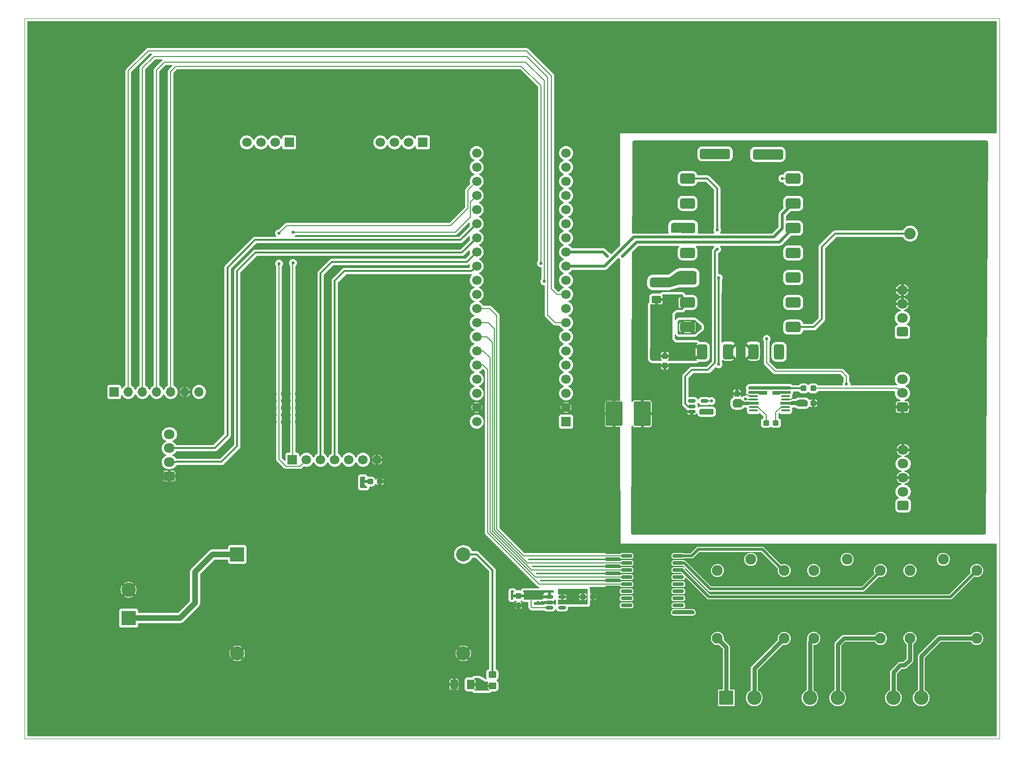
<source format=gtl>
%TF.GenerationSoftware,KiCad,Pcbnew,8.0.4*%
%TF.CreationDate,2025-02-08T22:12:46+05:30*%
%TF.ProjectId,CAR PCB,43415220-5043-4422-9e6b-696361645f70,rev?*%
%TF.SameCoordinates,Original*%
%TF.FileFunction,Copper,L1,Top*%
%TF.FilePolarity,Positive*%
%FSLAX46Y46*%
G04 Gerber Fmt 4.6, Leading zero omitted, Abs format (unit mm)*
G04 Created by KiCad (PCBNEW 8.0.4) date 2025-02-08 22:12:46*
%MOMM*%
%LPD*%
G01*
G04 APERTURE LIST*
G04 Aperture macros list*
%AMRoundRect*
0 Rectangle with rounded corners*
0 $1 Rounding radius*
0 $2 $3 $4 $5 $6 $7 $8 $9 X,Y pos of 4 corners*
0 Add a 4 corners polygon primitive as box body*
4,1,4,$2,$3,$4,$5,$6,$7,$8,$9,$2,$3,0*
0 Add four circle primitives for the rounded corners*
1,1,$1+$1,$2,$3*
1,1,$1+$1,$4,$5*
1,1,$1+$1,$6,$7*
1,1,$1+$1,$8,$9*
0 Add four rect primitives between the rounded corners*
20,1,$1+$1,$2,$3,$4,$5,0*
20,1,$1+$1,$4,$5,$6,$7,0*
20,1,$1+$1,$6,$7,$8,$9,0*
20,1,$1+$1,$8,$9,$2,$3,0*%
G04 Aperture macros list end*
%TA.AperFunction,ComponentPad*%
%ADD10R,1.700000X1.700000*%
%TD*%
%TA.AperFunction,ComponentPad*%
%ADD11O,1.700000X1.700000*%
%TD*%
%TA.AperFunction,ComponentPad*%
%ADD12R,2.600000X2.600000*%
%TD*%
%TA.AperFunction,ComponentPad*%
%ADD13C,2.600000*%
%TD*%
%TA.AperFunction,ComponentPad*%
%ADD14C,1.950000*%
%TD*%
%TA.AperFunction,SMDPad,CuDef*%
%ADD15RoundRect,0.150000X-0.875000X-0.150000X0.875000X-0.150000X0.875000X0.150000X-0.875000X0.150000X0*%
%TD*%
%TA.AperFunction,SMDPad,CuDef*%
%ADD16RoundRect,0.150000X-0.512500X-0.150000X0.512500X-0.150000X0.512500X0.150000X-0.512500X0.150000X0*%
%TD*%
%TA.AperFunction,SMDPad,CuDef*%
%ADD17RoundRect,0.237500X-0.300000X-0.237500X0.300000X-0.237500X0.300000X0.237500X-0.300000X0.237500X0*%
%TD*%
%TA.AperFunction,SMDPad,CuDef*%
%ADD18RoundRect,0.237500X-0.237500X0.300000X-0.237500X-0.300000X0.237500X-0.300000X0.237500X0.300000X0*%
%TD*%
%TA.AperFunction,ComponentPad*%
%ADD19C,1.700000*%
%TD*%
%TA.AperFunction,SMDPad,CuDef*%
%ADD20RoundRect,0.237500X0.300000X0.237500X-0.300000X0.237500X-0.300000X-0.237500X0.300000X-0.237500X0*%
%TD*%
%TA.AperFunction,SMDPad,CuDef*%
%ADD21RoundRect,0.475000X2.275000X0.475000X-2.275000X0.475000X-2.275000X-0.475000X2.275000X-0.475000X0*%
%TD*%
%TA.AperFunction,SMDPad,CuDef*%
%ADD22RoundRect,0.475000X0.900000X0.475000X-0.900000X0.475000X-0.900000X-0.475000X0.900000X-0.475000X0*%
%TD*%
%TA.AperFunction,SMDPad,CuDef*%
%ADD23RoundRect,0.475000X-0.475000X0.900000X-0.475000X-0.900000X0.475000X-0.900000X0.475000X0.900000X0*%
%TD*%
%TA.AperFunction,SMDPad,CuDef*%
%ADD24RoundRect,0.237500X0.237500X-0.300000X0.237500X0.300000X-0.237500X0.300000X-0.237500X-0.300000X0*%
%TD*%
%TA.AperFunction,ComponentPad*%
%ADD25RoundRect,0.250000X0.725000X-0.600000X0.725000X0.600000X-0.725000X0.600000X-0.725000X-0.600000X0*%
%TD*%
%TA.AperFunction,ComponentPad*%
%ADD26O,1.950000X1.700000*%
%TD*%
%TA.AperFunction,SMDPad,CuDef*%
%ADD27RoundRect,0.250000X-0.450000X0.350000X-0.450000X-0.350000X0.450000X-0.350000X0.450000X0.350000X0*%
%TD*%
%TA.AperFunction,SMDPad,CuDef*%
%ADD28RoundRect,0.051250X-0.733750X-0.153750X0.733750X-0.153750X0.733750X0.153750X-0.733750X0.153750X0*%
%TD*%
%TA.AperFunction,SMDPad,CuDef*%
%ADD29RoundRect,0.250001X-0.462499X-0.624999X0.462499X-0.624999X0.462499X0.624999X-0.462499X0.624999X0*%
%TD*%
%TA.AperFunction,SMDPad,CuDef*%
%ADD30RoundRect,0.250001X-1.262499X-1.974999X1.262499X-1.974999X1.262499X1.974999X-1.262499X1.974999X0*%
%TD*%
%TA.AperFunction,SMDPad,CuDef*%
%ADD31RoundRect,0.250000X0.625000X-0.400000X0.625000X0.400000X-0.625000X0.400000X-0.625000X-0.400000X0*%
%TD*%
%TA.AperFunction,ComponentPad*%
%ADD32R,2.540000X2.540000*%
%TD*%
%TA.AperFunction,ComponentPad*%
%ADD33C,2.540000*%
%TD*%
%TA.AperFunction,ComponentPad*%
%ADD34C,2.050000*%
%TD*%
%TA.AperFunction,ComponentPad*%
%ADD35C,2.250000*%
%TD*%
%TA.AperFunction,ViaPad*%
%ADD36C,0.600000*%
%TD*%
%TA.AperFunction,Conductor*%
%ADD37C,0.200000*%
%TD*%
%TA.AperFunction,Conductor*%
%ADD38C,0.350000*%
%TD*%
%TA.AperFunction,Conductor*%
%ADD39C,0.800000*%
%TD*%
%TA.AperFunction,Conductor*%
%ADD40C,0.500000*%
%TD*%
%TA.AperFunction,Conductor*%
%ADD41C,0.300000*%
%TD*%
%TA.AperFunction,Conductor*%
%ADD42C,1.000000*%
%TD*%
%TA.AperFunction,Profile*%
%ADD43C,0.050000*%
%TD*%
G04 APERTURE END LIST*
D10*
%TO.P,J601,1,Pin_1*%
%TO.N,/CAN_Module/INT*%
X70104000Y-102362000D03*
D11*
%TO.P,J601,2,Pin_2*%
%TO.N,/CAN_Module/SCK*%
X72644000Y-102362000D03*
%TO.P,J601,3,Pin_3*%
%TO.N,/CAN_Module/MOSI*%
X75184000Y-102362000D03*
%TO.P,J601,4,Pin_4*%
%TO.N,/CAN_Module/MISO*%
X77724000Y-102362000D03*
%TO.P,J601,5,Pin_5*%
%TO.N,/CAN_Module/CS*%
X80264000Y-102362000D03*
%TO.P,J601,6,Pin_6*%
%TO.N,GNDD*%
X82804000Y-102362000D03*
%TO.P,J601,7,Pin_7*%
%TO.N,5V*%
X85344000Y-102362000D03*
%TD*%
D12*
%TO.P,J701,1,Pin_1*%
%TO.N,Net-(J701-Pin_1)*%
X180091000Y-157353000D03*
D13*
%TO.P,J701,2,Pin_2*%
%TO.N,Net-(J701-Pin_2)*%
X185091000Y-157353000D03*
%TO.P,J701,3,Pin_3*%
%TO.N,GNDD*%
X190091000Y-157353000D03*
%TO.P,J701,4,Pin_4*%
%TO.N,Net-(J701-Pin_4)*%
X195091000Y-157353000D03*
%TO.P,J701,5,Pin_5*%
%TO.N,Net-(J701-Pin_5)*%
X200091000Y-157353000D03*
%TO.P,J701,6,Pin_6*%
%TO.N,GNDD*%
X205091000Y-157353000D03*
%TO.P,J701,7,Pin_7*%
%TO.N,Net-(J701-Pin_7)*%
X210091000Y-157353000D03*
%TO.P,J701,8,Pin_8*%
%TO.N,Net-(J701-Pin_8)*%
X215091000Y-157353000D03*
%TO.P,J701,9,Pin_9*%
%TO.N,GNDD*%
X220091000Y-157353000D03*
%TD*%
D14*
%TO.P,K702,COIL1*%
%TO.N,+12V*%
X195772000Y-134461000D03*
%TO.P,K702,COIL2*%
%TO.N,Net-(U701-O2)*%
X207772000Y-134461000D03*
%TO.P,K702,COM*%
%TO.N,+12V*%
X201772000Y-132461000D03*
%TO.P,K702,NC*%
%TO.N,Net-(J701-Pin_5)*%
X207772000Y-146661000D03*
%TO.P,K702,NO*%
%TO.N,Net-(J701-Pin_4)*%
X195772000Y-146661000D03*
%TD*%
%TO.P,K701,COIL1*%
%TO.N,+12V*%
X178484500Y-134461000D03*
%TO.P,K701,COIL2*%
%TO.N,Net-(U701-O1)*%
X190484500Y-134461000D03*
%TO.P,K701,COM*%
%TO.N,+12V*%
X184484500Y-132461000D03*
%TO.P,K701,NC*%
%TO.N,Net-(J701-Pin_2)*%
X190484500Y-146661000D03*
%TO.P,K701,NO*%
%TO.N,Net-(J701-Pin_1)*%
X178484500Y-146661000D03*
%TD*%
%TO.P,K703,COIL1*%
%TO.N,+12V*%
X213059500Y-134461000D03*
%TO.P,K703,COIL2*%
%TO.N,Net-(U701-O3)*%
X225059500Y-134461000D03*
%TO.P,K703,COM*%
%TO.N,+12V*%
X219059500Y-132461000D03*
%TO.P,K703,NC*%
%TO.N,Net-(J701-Pin_8)*%
X225059500Y-146661000D03*
%TO.P,K703,NO*%
%TO.N,Net-(J701-Pin_7)*%
X213059500Y-146661000D03*
%TD*%
D15*
%TO.P,U701,1,I1*%
%TO.N,/Microcontroller/IN1*%
X162150000Y-131826000D03*
%TO.P,U701,2,I2*%
%TO.N,/Microcontroller/IN2*%
X162150000Y-133096000D03*
%TO.P,U701,3,I3*%
%TO.N,/Microcontroller/IN3*%
X162150000Y-134366000D03*
%TO.P,U701,4,I4*%
%TO.N,/Microcontroller/IN4*%
X162150000Y-135636000D03*
%TO.P,U701,5,I5*%
%TO.N,/Microcontroller/IN5*%
X162150000Y-136906000D03*
%TO.P,U701,6,I6*%
%TO.N,unconnected-(U701-I6-Pad6)*%
X162150000Y-138176000D03*
%TO.P,U701,7,I7*%
%TO.N,unconnected-(U701-I7-Pad7)*%
X162150000Y-139446000D03*
%TO.P,U701,8,I8*%
%TO.N,unconnected-(U701-I8-Pad8)*%
X162150000Y-140716000D03*
%TO.P,U701,9,GND*%
%TO.N,GNDD*%
X162150000Y-141986000D03*
%TO.P,U701,10,COM*%
%TO.N,+12V*%
X171450000Y-141986000D03*
%TO.P,U701,11,O8*%
%TO.N,unconnected-(U701-O8-Pad11)*%
X171450000Y-140716000D03*
%TO.P,U701,12,O7*%
%TO.N,unconnected-(U701-O7-Pad12)*%
X171450000Y-139446000D03*
%TO.P,U701,13,O6*%
%TO.N,unconnected-(U701-O6-Pad13)*%
X171450000Y-138176000D03*
%TO.P,U701,14,O5*%
%TO.N,unconnected-(U701-O5-Pad14)*%
X171450000Y-136906000D03*
%TO.P,U701,15,O4*%
%TO.N,unconnected-(U701-O4-Pad15)*%
X171450000Y-135636000D03*
%TO.P,U701,16,O3*%
%TO.N,Net-(U701-O3)*%
X171450000Y-134366000D03*
%TO.P,U701,17,O2*%
%TO.N,Net-(U701-O2)*%
X171450000Y-133096000D03*
%TO.P,U701,18,O1*%
%TO.N,Net-(U701-O1)*%
X171450000Y-131826000D03*
%TD*%
D16*
%TO.P,U102,1,VIN*%
%TO.N,5V*%
X148292000Y-139225000D03*
%TO.P,U102,2,GND*%
%TO.N,GNDD*%
X148292000Y-140175000D03*
%TO.P,U102,3,EN*%
%TO.N,5V*%
X148292000Y-141125000D03*
%TO.P,U102,4,NC*%
%TO.N,unconnected-(U102-NC-Pad4)*%
X150567000Y-141125000D03*
%TO.P,U102,5,VOUT*%
%TO.N,3.3V*%
X150567000Y-139225000D03*
%TD*%
D17*
%TO.P,C401,1*%
%TO.N,5V*%
X116104500Y-118491000D03*
%TO.P,C401,2*%
%TO.N,GNDD*%
X117829500Y-118491000D03*
%TD*%
D18*
%TO.P,C102,1*%
%TO.N,5V*%
X142748000Y-138991000D03*
%TO.P,C102,2*%
%TO.N,GNDD*%
X142748000Y-140716000D03*
%TD*%
D17*
%TO.P,C101,1*%
%TO.N,3.3V*%
X154331500Y-139192000D03*
%TO.P,C101,2*%
%TO.N,GNDD*%
X156056500Y-139192000D03*
%TD*%
D10*
%TO.P,U301,40,5V*%
%TO.N,5V*%
X151281000Y-107696000D03*
D19*
%TO.P,U301,39,GND*%
%TO.N,GNDD*%
X151281000Y-105156000D03*
%TO.P,U301,38,3.3V*%
%TO.N,unconnected-(U301-3.3V-Pad38)*%
X151281000Y-102616000D03*
%TO.P,U301,37,PB10*%
%TO.N,unconnected-(U301-PB10-Pad37)*%
X151281000Y-100076000D03*
%TO.P,U301,36,PB2*%
%TO.N,unconnected-(U301-PB2-Pad36)*%
X151281000Y-97536000D03*
%TO.P,U301,35,PB1*%
%TO.N,unconnected-(U301-PB1-Pad35)*%
X151281000Y-94996000D03*
%TO.P,U301,34,PB0*%
%TO.N,unconnected-(U301-PB0-Pad34)*%
X151281000Y-92456000D03*
%TO.P,U301,33,PA7*%
%TO.N,/CAN_Module/MOSI*%
X151281000Y-89916000D03*
%TO.P,U301,32,PA6*%
%TO.N,/CAN_Module/MISO*%
X151281000Y-87376000D03*
%TO.P,U301,31,PA5*%
%TO.N,/CAN_Module/SCK*%
X151281000Y-84836000D03*
%TO.P,U301,30,PA4*%
%TO.N,/CAN_Module/CS*%
X151281000Y-82296000D03*
%TO.P,U301,29,PA3*%
%TO.N,/Microcontroller/UART2_RX*%
X151281000Y-79756000D03*
%TO.P,U301,28,PA2*%
%TO.N,/Microcontroller/UART2_TX*%
X151281000Y-77216000D03*
%TO.P,U301,27,PA1*%
%TO.N,unconnected-(U301-PA1-Pad27)*%
X151281000Y-74676000D03*
%TO.P,U301,26,PA0*%
%TO.N,unconnected-(U301-PA0-Pad26)*%
X151281000Y-72136000D03*
%TO.P,U301,25,RST*%
%TO.N,unconnected-(U301-RST-Pad25)*%
X151281000Y-69596000D03*
%TO.P,U301,24,PC15*%
%TO.N,unconnected-(U301-PC15-Pad24)*%
X151281000Y-67056000D03*
%TO.P,U301,23,PC14*%
%TO.N,unconnected-(U301-PC14-Pad23)*%
X151281000Y-64516000D03*
%TO.P,U301,22,PC13*%
%TO.N,unconnected-(U301-PC13-Pad22)*%
X151281000Y-61976000D03*
%TO.P,U301,21,VBat*%
%TO.N,unconnected-(U301-VBat-Pad21)*%
X151281000Y-59436000D03*
%TO.P,U301,20,3.3V*%
%TO.N,+3.3V*%
X135231000Y-107696000D03*
%TO.P,U301,19,GND*%
%TO.N,GNDD*%
X135231000Y-105156000D03*
%TO.P,U301,18,5V*%
%TO.N,unconnected-(U301-5V-Pad18)*%
X135231000Y-102616000D03*
%TO.P,U301,17,PB9*%
%TO.N,unconnected-(U301-PB9-Pad17)*%
X135231000Y-100076000D03*
%TO.P,U301,16,PB8*%
%TO.N,/Microcontroller/IN5*%
X135231000Y-97536000D03*
%TO.P,U301,15,PB7*%
%TO.N,/Microcontroller/IN4*%
X135231000Y-94996000D03*
%TO.P,U301,14,PB6*%
%TO.N,/Microcontroller/IN3*%
X135231000Y-92456000D03*
%TO.P,U301,13,PB5*%
%TO.N,/Microcontroller/IN2*%
X135231000Y-89916000D03*
%TO.P,U301,12,PB4*%
%TO.N,/Microcontroller/IN1*%
X135231000Y-87376000D03*
%TO.P,U301,11,PB3*%
%TO.N,unconnected-(U301-PB3-Pad11)*%
X135231000Y-84836000D03*
%TO.P,U301,10,PA15*%
%TO.N,unconnected-(U301-PA15-Pad10)*%
X135231000Y-82296000D03*
%TO.P,U301,9,PA12*%
%TO.N,/LORA/UART_TX*%
X135231000Y-79756000D03*
%TO.P,U301,8,PA11*%
%TO.N,/LORA/UART_RX*%
X135231000Y-77216000D03*
%TO.P,U301,7,PA10*%
%TO.N,/Display/UART_TX*%
X135231000Y-74676000D03*
%TO.P,U301,6,PA9*%
%TO.N,/Display/UART_RX*%
X135231000Y-72136000D03*
%TO.P,U301,5,PA8*%
%TO.N,unconnected-(U301-PA8-Pad5)*%
X135231000Y-69596000D03*
%TO.P,U301,4,PB15*%
%TO.N,/LORA/M0*%
X135231000Y-67056000D03*
%TO.P,U301,3,PB14*%
%TO.N,/LORA/M1*%
X135231000Y-64516000D03*
%TO.P,U301,2,PB13*%
%TO.N,unconnected-(U301-PB13-Pad2)*%
X135231000Y-61976000D03*
%TO.P,U301,1,PB12*%
%TO.N,unconnected-(U301-PB12-Pad1)*%
X135231000Y-59436000D03*
%TD*%
D16*
%TO.P,U202,1*%
%TO.N,N/C*%
X173874000Y-104018000D03*
%TO.P,U202,2,A*%
%TO.N,Net-(U201-AUDIO_ON)*%
X173874000Y-104968000D03*
%TO.P,U202,3,GND*%
%TO.N,GNDA*%
X173874000Y-105918000D03*
%TO.P,U202,4,Y*%
%TO.N,Net-(U202-Y)*%
X176149000Y-105918000D03*
%TO.P,U202,5,VCC*%
%TO.N,3.3V*%
X176149000Y-104018000D03*
%TD*%
D20*
%TO.P,C206,1*%
%TO.N,GNDA*%
X195680500Y-104394000D03*
%TO.P,C206,2*%
%TO.N,3.3V*%
X193955500Y-104394000D03*
%TD*%
D21*
%TO.P,U201,*%
%TO.N,*%
X187551000Y-59661000D03*
X178061000Y-59571000D03*
D22*
%TO.P,U201,1,AUDIO_ON*%
%TO.N,Net-(U201-AUDIO_ON)*%
X173101000Y-64021000D03*
%TO.P,U201,2,NC*%
%TO.N,unconnected-(U201-NC-Pad2)*%
X173101000Y-68471000D03*
%TO.P,U201,3,AUD_OUT*%
%TO.N,Net-(U201-AUD_OUT)*%
X173101000Y-72921000D03*
%TO.P,U201,4,NC*%
%TO.N,unconnected-(U201-NC-Pad4)*%
X173101000Y-77371000D03*
%TO.P,U201,5,PTT*%
%TO.N,Net-(U201-PTT)*%
X173101000Y-81821000D03*
%TO.P,U201,6,PWR_DOWN*%
%TO.N,5V*%
X173101000Y-86271000D03*
%TO.P,U201,7,H/L_PWR*%
%TO.N,Net-(U201-H{slash}L_PWR)*%
X173101000Y-90721000D03*
D23*
%TO.P,U201,8,V_BAT*%
%TO.N,5V*%
X175761000Y-95171000D03*
%TO.P,U201,9,GND*%
%TO.N,GNDA*%
X180361000Y-95171000D03*
%TO.P,U201,10,GND*%
X184961000Y-95171000D03*
%TO.P,U201,11,NC*%
%TO.N,unconnected-(U201-NC-Pad11)*%
X189561000Y-95171000D03*
D22*
%TO.P,U201,12,ANTENNA*%
%TO.N,/RF Voice/ANTENNA_LINE*%
X192101000Y-90721000D03*
%TO.P,U201,13,NC*%
%TO.N,unconnected-(U201-NC-Pad13)*%
X192101000Y-86271000D03*
%TO.P,U201,14,NC*%
%TO.N,unconnected-(U201-NC-Pad14)*%
X192101000Y-81821000D03*
%TO.P,U201,15,NC*%
%TO.N,unconnected-(U201-NC-Pad15)*%
X192101000Y-77371000D03*
%TO.P,U201,16,UART_RX*%
%TO.N,/Microcontroller/UART2_TX*%
X192101000Y-72921000D03*
%TO.P,U201,17,UART_TX*%
%TO.N,/Microcontroller/UART2_RX*%
X192101000Y-68471000D03*
%TO.P,U201,18,MIC_IN*%
%TO.N,MIC_LINE_IN*%
X192101000Y-64021000D03*
%TD*%
D24*
%TO.P,C207,1*%
%TO.N,Net-(U204-VSS)*%
X181991000Y-104394000D03*
%TO.P,C207,2*%
%TO.N,GNDA*%
X181991000Y-102669000D03*
%TD*%
D25*
%TO.P,SW201,1,A*%
%TO.N,unconnected-(SW201-A-Pad1)*%
X211709000Y-91567000D03*
D26*
%TO.P,SW201,2,B*%
%TO.N,Net-(U201-H{slash}L_PWR)*%
X211709000Y-89067000D03*
%TO.P,SW201,3,C*%
%TO.N,GNDA*%
X211709000Y-86567000D03*
%TO.P,SW201,4,A*%
X211709000Y-84067000D03*
%TD*%
D27*
%TO.P,R101,1*%
%TO.N,5V*%
X138049000Y-153194000D03*
%TO.P,R101,2*%
%TO.N,Net-(D101-A)*%
X138049000Y-155194000D03*
%TD*%
D10*
%TO.P,J401,1,Pin_1*%
%TO.N,/LORA/M0*%
X102108000Y-114554000D03*
D19*
%TO.P,J401,2,Pin_2*%
%TO.N,/LORA/M1*%
X104648000Y-114554000D03*
%TO.P,J401,3,Pin_3*%
%TO.N,/LORA/UART_RX*%
X107188000Y-114554000D03*
%TO.P,J401,4,Pin_4*%
%TO.N,/LORA/UART_TX*%
X109728000Y-114554000D03*
%TO.P,J401,5,Pin_5*%
%TO.N,/LORA/AUX*%
X112268000Y-114554000D03*
%TO.P,J401,6,Pin_6*%
%TO.N,5V*%
X114808000Y-114554000D03*
%TO.P,J401,7,Pin_7*%
%TO.N,GNDD*%
X117348000Y-114554000D03*
D10*
%TO.P,J401,8*%
%TO.N,N/C*%
X125538000Y-57514000D03*
D19*
%TO.P,J401,9*%
X122998000Y-57514000D03*
%TO.P,J401,10*%
X120458000Y-57514000D03*
%TO.P,J401,11*%
X117918000Y-57514000D03*
D10*
%TO.P,J401,12*%
X101538000Y-57514000D03*
D19*
%TO.P,J401,13*%
X98998000Y-57514000D03*
%TO.P,J401,14*%
X96458000Y-57514000D03*
%TO.P,J401,15*%
X93918000Y-57514000D03*
%TD*%
D25*
%TO.P,J201,1,P1*%
%TO.N,/RF Voice/HEADPHONE L*%
X211836000Y-122776000D03*
D26*
%TO.P,J201,2,P2*%
%TO.N,/RF Voice/HEADPHONE R*%
X211836000Y-120276000D03*
%TO.P,J201,3,P3*%
%TO.N,GNDA*%
X211836000Y-117776000D03*
%TO.P,J201,4,P3*%
%TO.N,MIC_LINE_IN*%
X211836000Y-115276000D03*
%TO.P,J201,5,P5*%
%TO.N,GNDA*%
X211836000Y-112776000D03*
%TD*%
D28*
%TO.P,U204,1,-IN_L*%
%TO.N,Net-(U204--IN_L)*%
X184963000Y-101802000D03*
%TO.P,U204,2,OUT_L*%
%TO.N,/RF Voice/HEADPHONE L*%
X184963000Y-102452000D03*
%TO.P,U204,3,GND*%
%TO.N,GNDA*%
X184963000Y-103102000D03*
%TO.P,U204,4,~{MUTE}*%
%TO.N,Net-(U202-Y)*%
X184963000Y-103752000D03*
%TO.P,U204,5,VSS*%
%TO.N,Net-(U204-VSS)*%
X184963000Y-104402000D03*
%TO.P,U204,6,CN*%
%TO.N,Net-(U204-CN)*%
X184963000Y-105052000D03*
%TO.P,U204,7*%
%TO.N,N/C*%
X184963000Y-105702000D03*
%TO.P,U204,8*%
X190703000Y-105702000D03*
%TO.P,U204,9,CP*%
%TO.N,Net-(U204-CP)*%
X190703000Y-105052000D03*
%TO.P,U204,10,VDD*%
%TO.N,3.3V*%
X190703000Y-104402000D03*
%TO.P,U204,11,GND*%
%TO.N,GNDA*%
X190703000Y-103752000D03*
%TO.P,U204,12,GAIN*%
%TO.N,/RF Voice/GAIN Is NO CONNECT (6dB)*%
X190703000Y-103102000D03*
%TO.P,U204,13,OUT_R*%
%TO.N,/RF Voice/HEADPHONE R*%
X190703000Y-102452000D03*
%TO.P,U204,14,-IN_R*%
%TO.N,Net-(U204--IN_L)*%
X190703000Y-101802000D03*
%TD*%
D29*
%TO.P,D101,1,K*%
%TO.N,GNDD*%
X131191000Y-154940000D03*
%TO.P,D101,2,A*%
%TO.N,Net-(D101-A)*%
X134166000Y-154940000D03*
%TD*%
D17*
%TO.P,C202,1*%
%TO.N,Net-(U204-CN)*%
X187224500Y-107943000D03*
%TO.P,C202,2*%
%TO.N,Net-(U204-CP)*%
X188949500Y-107943000D03*
%TD*%
D30*
%TO.P,R701,1*%
%TO.N,GNDD*%
X159920500Y-106299000D03*
%TO.P,R701,2*%
%TO.N,GNDA*%
X164945500Y-106299000D03*
%TD*%
D25*
%TO.P,J501,1,Pin_1*%
%TO.N,GNDD*%
X80010000Y-117482000D03*
D26*
%TO.P,J501,2,Pin_2*%
%TO.N,/Display/UART_TX*%
X80010000Y-114982000D03*
%TO.P,J501,3,Pin_3*%
%TO.N,/Display/UART_RX*%
X80010000Y-112482000D03*
%TO.P,J501,4,Pin_4*%
%TO.N,5V*%
X80010000Y-109982000D03*
%TD*%
D18*
%TO.P,C203,1*%
%TO.N,5V*%
X169037000Y-95911500D03*
%TO.P,C203,2*%
%TO.N,GNDA*%
X169037000Y-97636500D03*
%TD*%
D20*
%TO.P,C201,1*%
%TO.N,Net-(C201-Pad1)*%
X195680500Y-101720000D03*
%TO.P,C201,2*%
%TO.N,Net-(U204--IN_L)*%
X193955500Y-101720000D03*
%TD*%
D31*
%TO.P,R201,1*%
%TO.N,5V*%
X167513000Y-85744000D03*
%TO.P,R201,2*%
%TO.N,Net-(U201-PTT)*%
X167513000Y-82644000D03*
%TD*%
D32*
%TO.P,U101,1,Vin*%
%TO.N,+12V*%
X92202000Y-131572000D03*
D33*
%TO.P,U101,2,GND*%
%TO.N,GNDD*%
X92202000Y-149352000D03*
%TO.P,U101,3,GND*%
X132842000Y-149352000D03*
%TO.P,U101,4,Vout*%
%TO.N,5V*%
X132842000Y-131572000D03*
%TD*%
D12*
%TO.P,J102,1,Pin_1*%
%TO.N,+12V*%
X72690000Y-143007000D03*
D13*
%TO.P,J102,2,Pin_2*%
%TO.N,GNDD*%
X72690000Y-137927000D03*
%TD*%
D25*
%TO.P,RV201,1,1*%
%TO.N,GNDA*%
X211709000Y-105069000D03*
D26*
%TO.P,RV201,2,2*%
%TO.N,Net-(C201-Pad1)*%
X211709000Y-102569000D03*
%TO.P,RV201,3,3*%
%TO.N,Net-(U201-AUD_OUT)*%
X211709000Y-100069000D03*
%TD*%
D34*
%TO.P,AE101,1,A*%
%TO.N,/RF Voice/ANTENNA_LINE*%
X213106000Y-73914000D03*
D35*
%TO.P,AE101,2,Shield*%
%TO.N,GNDA*%
X210566000Y-76454000D03*
X215646000Y-76454000D03*
X210566000Y-71374000D03*
X215646000Y-71374000D03*
%TD*%
D36*
%TO.N,/CAN_Module/CS*%
X146761200Y-79248000D03*
%TO.N,/CAN_Module/MISO*%
X147370800Y-82499200D03*
%TO.N,/LORA/M1*%
X99720400Y-73863200D03*
%TO.N,/LORA/M0*%
X102209600Y-73660000D03*
%TO.N,/LORA/M1*%
X99720400Y-79298800D03*
%TO.N,/LORA/M0*%
X102209600Y-79197200D03*
%TO.N,GNDD*%
X143637000Y-75946000D03*
X143637000Y-74676000D03*
X143637000Y-73406000D03*
X143637000Y-72136000D03*
X143637000Y-70866000D03*
X143637000Y-69596000D03*
X143637000Y-68326000D03*
X143637000Y-67056000D03*
X143637000Y-65786000D03*
X143637000Y-64516000D03*
X143637000Y-63246000D03*
X143637000Y-61976000D03*
X143637000Y-60706000D03*
X143637000Y-59436000D03*
X143637000Y-58166000D03*
X117602000Y-107950000D03*
X116332000Y-107950000D03*
X115062000Y-107950000D03*
X113792000Y-107950000D03*
X125222000Y-106680000D03*
X123952000Y-106680000D03*
X117602000Y-104140000D03*
X116332000Y-104140000D03*
X115062000Y-104140000D03*
X113792000Y-104140000D03*
X125222000Y-102870000D03*
X123952000Y-102870000D03*
X122682000Y-102870000D03*
X121412000Y-102870000D03*
X120142000Y-102870000D03*
X118872000Y-102870000D03*
X117602000Y-102870000D03*
X116332000Y-102870000D03*
X115062000Y-102870000D03*
X113792000Y-102870000D03*
X125222000Y-107950000D03*
X123952000Y-107950000D03*
X122682000Y-107950000D03*
X121412000Y-107950000D03*
X120142000Y-107950000D03*
X118872000Y-107950000D03*
X116332000Y-106680000D03*
X115062000Y-106680000D03*
X113792000Y-106680000D03*
X125222000Y-105410000D03*
X123952000Y-105410000D03*
X122682000Y-105410000D03*
X121412000Y-105410000D03*
X120142000Y-105410000D03*
X118872000Y-105410000D03*
X117602000Y-105410000D03*
X116332000Y-105410000D03*
X115062000Y-105410000D03*
X113792000Y-105410000D03*
X125222000Y-104140000D03*
X123952000Y-104140000D03*
X120142000Y-104140000D03*
X118872000Y-104140000D03*
X122682000Y-104140000D03*
X121412000Y-104140000D03*
X122682000Y-106680000D03*
X121412000Y-106680000D03*
X120142000Y-106680000D03*
X118872000Y-106680000D03*
X117602000Y-106680000D03*
X97790000Y-107823000D03*
X96520000Y-107823000D03*
X95250000Y-107823000D03*
X93980000Y-107823000D03*
X105410000Y-106553000D03*
X104140000Y-106553000D03*
X97790000Y-104013000D03*
X96520000Y-104013000D03*
X95250000Y-104013000D03*
X93980000Y-104013000D03*
X105410000Y-102743000D03*
X104140000Y-102743000D03*
X102870000Y-102743000D03*
X101600000Y-102743000D03*
X100330000Y-102743000D03*
X99060000Y-102743000D03*
X97790000Y-102743000D03*
X96520000Y-102743000D03*
X95250000Y-102743000D03*
X93980000Y-102743000D03*
X105410000Y-107823000D03*
X104140000Y-107823000D03*
X102870000Y-107823000D03*
X101600000Y-107823000D03*
X100330000Y-107823000D03*
X99060000Y-107823000D03*
X96520000Y-106553000D03*
X95250000Y-106553000D03*
X93980000Y-106553000D03*
X105410000Y-105283000D03*
X104140000Y-105283000D03*
X102870000Y-105283000D03*
X101600000Y-105283000D03*
X100330000Y-105283000D03*
X99060000Y-105283000D03*
X97790000Y-105283000D03*
X96520000Y-105283000D03*
X95250000Y-105283000D03*
X93980000Y-105283000D03*
X105410000Y-104013000D03*
X104140000Y-104013000D03*
X100330000Y-104013000D03*
X99060000Y-104013000D03*
X102870000Y-104013000D03*
X101600000Y-104013000D03*
X102870000Y-106553000D03*
X101600000Y-106553000D03*
X100330000Y-106553000D03*
X99060000Y-106553000D03*
X97790000Y-106553000D03*
X117983000Y-66167000D03*
X116713000Y-66167000D03*
X115443000Y-66167000D03*
X114173000Y-66167000D03*
X125603000Y-64897000D03*
X124333000Y-64897000D03*
X117983000Y-62357000D03*
X116713000Y-62357000D03*
X115443000Y-62357000D03*
X114173000Y-62357000D03*
X125603000Y-61087000D03*
X124333000Y-61087000D03*
X123063000Y-61087000D03*
X121793000Y-61087000D03*
X120523000Y-61087000D03*
X119253000Y-61087000D03*
X117983000Y-61087000D03*
X116713000Y-61087000D03*
X115443000Y-61087000D03*
X114173000Y-61087000D03*
X125603000Y-66167000D03*
X124333000Y-66167000D03*
X123063000Y-66167000D03*
X121793000Y-66167000D03*
X120523000Y-66167000D03*
X119253000Y-66167000D03*
X116713000Y-64897000D03*
X115443000Y-64897000D03*
X114173000Y-64897000D03*
X125603000Y-63627000D03*
X124333000Y-63627000D03*
X123063000Y-63627000D03*
X121793000Y-63627000D03*
X120523000Y-63627000D03*
X119253000Y-63627000D03*
X117983000Y-63627000D03*
X116713000Y-63627000D03*
X115443000Y-63627000D03*
X114173000Y-63627000D03*
X125603000Y-62357000D03*
X124333000Y-62357000D03*
X120523000Y-62357000D03*
X119253000Y-62357000D03*
X123063000Y-62357000D03*
X121793000Y-62357000D03*
X123063000Y-64897000D03*
X121793000Y-64897000D03*
X120523000Y-64897000D03*
X119253000Y-64897000D03*
X117983000Y-64897000D03*
X93980000Y-61087000D03*
X114427000Y-85217000D03*
X93980000Y-85344000D03*
X127254000Y-145542000D03*
X127254000Y-144272000D03*
X127254000Y-140462000D03*
X127254000Y-136652000D03*
X127254000Y-137922000D03*
X127254000Y-135382000D03*
X127254000Y-139192000D03*
X127254000Y-141732000D03*
X127254000Y-146812000D03*
X99314000Y-145542000D03*
X99314000Y-144272000D03*
X99314000Y-140462000D03*
X99314000Y-136652000D03*
X99314000Y-137922000D03*
X99314000Y-135382000D03*
X99314000Y-139192000D03*
X99314000Y-141732000D03*
X99314000Y-146812000D03*
X159893000Y-157861000D03*
X159893000Y-156591000D03*
X159893000Y-152781000D03*
X159893000Y-148971000D03*
X159893000Y-150241000D03*
X159893000Y-147701000D03*
X159893000Y-151511000D03*
X159893000Y-154051000D03*
X159893000Y-155321000D03*
X159893000Y-159131000D03*
X165862000Y-159131000D03*
X165862000Y-157861000D03*
X165862000Y-156591000D03*
X165862000Y-155321000D03*
X165862000Y-154051000D03*
X165862000Y-152781000D03*
X165862000Y-151511000D03*
X165862000Y-150241000D03*
X165862000Y-148971000D03*
X165862000Y-147701000D03*
%TO.N,+12V*%
X173990000Y-141986000D03*
X173228000Y-141986000D03*
%TO.N,GNDA*%
X183261000Y-102870000D03*
%TO.N,3.3V*%
X192786000Y-104394000D03*
X192024000Y-104394000D03*
X177419000Y-104013000D03*
%TO.N,GNDD*%
X146304000Y-140208000D03*
X147066000Y-140208000D03*
%TO.N,3.3V*%
X152400000Y-140208000D03*
X151638000Y-140208000D03*
X153162000Y-140208000D03*
X153289000Y-138176000D03*
X152527000Y-138176000D03*
X151765000Y-138176000D03*
%TO.N,5V*%
X146177000Y-138557000D03*
X146939000Y-138557000D03*
X146939000Y-139319000D03*
X146177000Y-139319000D03*
%TO.N,GNDD*%
X117475000Y-119634000D03*
X118999000Y-119634000D03*
X118999000Y-117348000D03*
X117475000Y-117348000D03*
%TO.N,5V*%
X114808000Y-119253000D03*
X114808000Y-118618000D03*
X114808000Y-117983000D03*
%TO.N,/Microcontroller/UART2_TX*%
X158750000Y-77978000D03*
X161417000Y-77978000D03*
%TO.N,GNDA*%
X182559000Y-86710000D03*
X182559000Y-91710000D03*
X201549000Y-73025000D03*
X181259000Y-90710000D03*
X185159000Y-90710000D03*
X185159000Y-89710000D03*
X181259000Y-91710000D03*
X182559000Y-88710000D03*
X194691000Y-91694000D03*
X183859000Y-91710000D03*
X205232000Y-74930000D03*
X183859000Y-92710000D03*
X185159000Y-85710000D03*
X196342000Y-82550000D03*
X185159000Y-87710000D03*
X179959000Y-88710000D03*
X179959000Y-87710000D03*
X199009000Y-75819000D03*
X201549000Y-74930000D03*
X183859000Y-89710000D03*
X181259000Y-92710000D03*
X185159000Y-88710000D03*
X198247000Y-86995000D03*
X182559000Y-90710000D03*
X205232000Y-73025000D03*
X182559000Y-89710000D03*
X208280000Y-73025000D03*
X196342000Y-78867000D03*
X185159000Y-86710000D03*
X194691000Y-89789000D03*
X179959000Y-86710000D03*
X182559000Y-87710000D03*
X182559000Y-85710000D03*
X179959000Y-89710000D03*
X181259000Y-89710000D03*
X185159000Y-91710000D03*
X197739000Y-74549000D03*
X183859000Y-90710000D03*
X183859000Y-85710000D03*
X183859000Y-86710000D03*
X181259000Y-88710000D03*
X181259000Y-85710000D03*
X196342000Y-86995000D03*
X198247000Y-78867000D03*
X181259000Y-87710000D03*
X185159000Y-92710000D03*
X208280000Y-74930000D03*
X179959000Y-90710000D03*
X179959000Y-85725000D03*
X181259000Y-86710000D03*
X183859000Y-87710000D03*
X183859000Y-88710000D03*
X198247000Y-82550000D03*
X182559000Y-92710000D03*
%TO.N,Net-(U201-AUD_OUT)*%
X170561000Y-73399000D03*
X178729000Y-81875000D03*
X178689000Y-97409000D03*
X170561000Y-72383000D03*
%TO.N,5V*%
X168640000Y-92252800D03*
X167640000Y-89252800D03*
X167640000Y-90252800D03*
X172431200Y-95164400D03*
X167640000Y-91252800D03*
X168640000Y-91252800D03*
X168640000Y-90252800D03*
X171431200Y-94164400D03*
X168640000Y-88252800D03*
X169640000Y-91252800D03*
X167640000Y-92252800D03*
X173431200Y-94164400D03*
X172431200Y-94164400D03*
X171431200Y-96164400D03*
X173431200Y-95164400D03*
X169640000Y-89252800D03*
X169640000Y-88252800D03*
X173431200Y-96164400D03*
X169640000Y-90252800D03*
X172431200Y-96164400D03*
X167640000Y-88252800D03*
X171431200Y-95164400D03*
X169640000Y-92252800D03*
X168640000Y-89252800D03*
%TO.N,Net-(U201-AUDIO_ON)*%
X178435000Y-73279000D03*
X178435000Y-76708000D03*
%TO.N,Net-(U201-H{slash}L_PWR)*%
X175133000Y-90721000D03*
%TO.N,MIC_LINE_IN*%
X190119000Y-64008000D03*
X201676000Y-100965000D03*
X187325000Y-92837000D03*
%TO.N,Net-(U202-Y)*%
X183515000Y-103632000D03*
X177419000Y-105918000D03*
%TO.N,/RF Voice/HEADPHONE R*%
X188722000Y-102489000D03*
X189357000Y-102489000D03*
%TO.N,/RF Voice/HEADPHONE L*%
X186436000Y-102489000D03*
X187071000Y-102489000D03*
%TO.N,GNDD*%
X97790000Y-61087000D03*
X104140000Y-61087000D03*
X100330000Y-61087000D03*
X101600000Y-62357000D03*
X97790000Y-62357000D03*
X102870000Y-62357000D03*
X93980000Y-62357000D03*
X93980000Y-63627000D03*
X99060000Y-61087000D03*
X97790000Y-64897000D03*
X104140000Y-62357000D03*
X102870000Y-61087000D03*
X99060000Y-64897000D03*
X100330000Y-63627000D03*
X102870000Y-63627000D03*
X96520000Y-63627000D03*
X100330000Y-64897000D03*
X102870000Y-66167000D03*
X101600000Y-64897000D03*
X95250000Y-64897000D03*
X101600000Y-63627000D03*
X96520000Y-64897000D03*
X96520000Y-61087000D03*
X104140000Y-63627000D03*
X95250000Y-63627000D03*
X93980000Y-64897000D03*
X105410000Y-62357000D03*
X99060000Y-66167000D03*
X99060000Y-63627000D03*
X100330000Y-62357000D03*
X96520000Y-62357000D03*
X99060000Y-62357000D03*
X105410000Y-63627000D03*
X105410000Y-61087000D03*
X104140000Y-64897000D03*
X105410000Y-64897000D03*
X102870000Y-64897000D03*
X96520000Y-66167000D03*
X97790000Y-66167000D03*
X95250000Y-66167000D03*
X101600000Y-66167000D03*
X104140000Y-66167000D03*
X105410000Y-66167000D03*
X100330000Y-66167000D03*
X93980000Y-66167000D03*
X95250000Y-62357000D03*
X97790000Y-63627000D03*
X101600000Y-61087000D03*
X95250000Y-61087000D03*
%TD*%
D37*
%TO.N,/CAN_Module/CS*%
X146761200Y-79248000D02*
X146770800Y-79238400D01*
X143256000Y-43840400D02*
X146770800Y-47355200D01*
X80264000Y-44754800D02*
X81178400Y-43840400D01*
X81178400Y-43840400D02*
X143256000Y-43840400D01*
X146770800Y-47355200D02*
X146761200Y-79248000D01*
X80264000Y-102362000D02*
X80264000Y-44754800D01*
%TO.N,/CAN_Module/MISO*%
X147370800Y-82499200D02*
X147370800Y-46431200D01*
X77724000Y-44500800D02*
X77724000Y-102362000D01*
X147370800Y-46431200D02*
X144018000Y-43078400D01*
X144018000Y-43078400D02*
X79146400Y-43078400D01*
X79146400Y-43078400D02*
X77724000Y-44500800D01*
%TO.N,/CAN_Module/MOSI*%
X75184000Y-102362000D02*
X75184000Y-44145200D01*
X77266800Y-42062400D02*
X144221200Y-42062400D01*
X75184000Y-44145200D02*
X77266800Y-42062400D01*
X144221200Y-42062400D02*
X147980400Y-45821600D01*
X147980400Y-45821600D02*
X147980400Y-62128400D01*
X147980400Y-87579200D02*
X147980400Y-88544400D01*
X147980400Y-88544400D02*
X149352000Y-89916000D01*
X149352000Y-89916000D02*
X151281000Y-89916000D01*
%TO.N,/CAN_Module/SCK*%
X72644000Y-102362000D02*
X72644000Y-44653200D01*
X72644000Y-44653200D02*
X76250800Y-41046400D01*
X76250800Y-41046400D02*
X144170400Y-41046400D01*
X144170400Y-41046400D02*
X148640800Y-45516800D01*
X148640800Y-45516800D02*
X148640800Y-83820000D01*
X148640800Y-83820000D02*
X149656800Y-84836000D01*
X149656800Y-84836000D02*
X151281000Y-84836000D01*
D38*
%TO.N,/Display/UART_RX*%
X80010000Y-112482000D02*
X88178000Y-112482000D01*
X90474800Y-80010000D02*
X95427800Y-75057000D01*
X88178000Y-112482000D02*
X90474800Y-110185200D01*
X90474800Y-110185200D02*
X90474800Y-80010000D01*
X95427800Y-75057000D02*
X132310000Y-75057000D01*
X132310000Y-75057000D02*
X135231000Y-72136000D01*
%TO.N,/Display/UART_TX*%
X80010000Y-114982000D02*
X81185000Y-114982000D01*
X81232000Y-114935000D02*
X89382600Y-114935000D01*
X89382600Y-114935000D02*
X92202000Y-112115600D01*
X81185000Y-114982000D02*
X81232000Y-114935000D01*
X92202000Y-112115600D02*
X92202000Y-80619600D01*
X92202000Y-80619600D02*
X95478600Y-77343000D01*
X95478600Y-77343000D02*
X132564000Y-77343000D01*
X132564000Y-77343000D02*
X135231000Y-74676000D01*
D37*
%TO.N,/LORA/M1*%
X99720400Y-73863200D02*
X101092000Y-72491600D01*
X133681000Y-69366600D02*
X133681000Y-66066000D01*
X133681000Y-66066000D02*
X135231000Y-64516000D01*
X101092000Y-72491600D02*
X130556000Y-72491600D01*
X130556000Y-72491600D02*
X133681000Y-69366600D01*
%TO.N,/LORA/M0*%
X102209600Y-73660000D02*
X131368800Y-73660000D01*
X131368800Y-73660000D02*
X134081000Y-70947800D01*
X134081000Y-70947800D02*
X134081000Y-68206000D01*
X134081000Y-68206000D02*
X135231000Y-67056000D01*
%TO.N,/LORA/M1*%
X99720400Y-79298800D02*
X99720400Y-79248000D01*
X99720400Y-114466400D02*
X99720400Y-79298800D01*
X103498000Y-115704000D02*
X100958000Y-115704000D01*
X100958000Y-115704000D02*
X99720400Y-114466400D01*
X104648000Y-114554000D02*
X103498000Y-115704000D01*
%TO.N,/LORA/M0*%
X102200000Y-79187600D02*
X102200000Y-79095600D01*
X102209600Y-79197200D02*
X102200000Y-79187600D01*
X102200000Y-79206800D02*
X102209600Y-79197200D01*
X102108000Y-114554000D02*
X102200000Y-114462000D01*
X102200000Y-114462000D02*
X102200000Y-79206800D01*
%TO.N,GNDA*%
X191777000Y-103752000D02*
X192405000Y-103124000D01*
X190703000Y-103752000D02*
X191777000Y-103752000D01*
D39*
%TO.N,Net-(J701-Pin_8)*%
X215091000Y-157353000D02*
X215091000Y-149907000D01*
X218337000Y-146661000D02*
X225059500Y-146661000D01*
X215091000Y-149907000D02*
X218337000Y-146661000D01*
%TO.N,Net-(J701-Pin_7)*%
X210091000Y-157353000D02*
X210091000Y-152748000D01*
X211328000Y-151511000D02*
X212090000Y-151511000D01*
X212090000Y-151511000D02*
X213059500Y-150541500D01*
X210091000Y-152748000D02*
X211328000Y-151511000D01*
X213059500Y-150541500D02*
X213059500Y-146661000D01*
%TO.N,Net-(J701-Pin_5)*%
X200091000Y-157353000D02*
X200091000Y-147762000D01*
X200091000Y-147762000D02*
X201192000Y-146661000D01*
X201192000Y-146661000D02*
X207772000Y-146661000D01*
%TO.N,Net-(J701-Pin_4)*%
X195091000Y-157353000D02*
X195091000Y-147342000D01*
X195091000Y-147342000D02*
X195772000Y-146661000D01*
%TO.N,Net-(J701-Pin_2)*%
X185091000Y-157353000D02*
X185091000Y-152054500D01*
X185091000Y-152054500D02*
X190484500Y-146661000D01*
%TO.N,Net-(J701-Pin_1)*%
X180091000Y-157353000D02*
X180091000Y-148267500D01*
X180091000Y-148267500D02*
X178484500Y-146661000D01*
D37*
%TO.N,/Microcontroller/IN5*%
X162150000Y-136906000D02*
X146454256Y-136906000D01*
X137230000Y-127681744D02*
X137230000Y-98368000D01*
X146454256Y-136906000D02*
X137230000Y-127681744D01*
X136398000Y-97536000D02*
X135231000Y-97536000D01*
X137230000Y-98368000D02*
X136398000Y-97536000D01*
%TO.N,/Microcontroller/IN1*%
X162150000Y-131826000D02*
X143637000Y-131826000D01*
X143637000Y-131826000D02*
X138830000Y-127019000D01*
X138830000Y-88665000D02*
X137541000Y-87376000D01*
X138830000Y-127019000D02*
X138830000Y-88665000D01*
X137541000Y-87376000D02*
X135231000Y-87376000D01*
%TO.N,/Microcontroller/IN4*%
X162150000Y-135636000D02*
X145749942Y-135636000D01*
X136398000Y-94996000D02*
X135231000Y-94996000D01*
X145749942Y-135636000D02*
X137630000Y-127516058D01*
X137630000Y-127516058D02*
X137630000Y-96228000D01*
X137630000Y-96228000D02*
X136398000Y-94996000D01*
%TO.N,/Microcontroller/IN3*%
X162150000Y-134366000D02*
X145045628Y-134366000D01*
X145045628Y-134366000D02*
X138030000Y-127350372D01*
X138030000Y-127350372D02*
X138030000Y-93453000D01*
X138030000Y-93453000D02*
X137033000Y-92456000D01*
X137033000Y-92456000D02*
X135231000Y-92456000D01*
%TO.N,/Microcontroller/IN2*%
X162150000Y-133096000D02*
X144341314Y-133096000D01*
X144341314Y-133096000D02*
X138430000Y-127184686D01*
X138430000Y-127184686D02*
X138430000Y-91059000D01*
X138430000Y-91059000D02*
X137287000Y-89916000D01*
X137287000Y-89916000D02*
X135231000Y-89916000D01*
D40*
%TO.N,Net-(U701-O2)*%
X207772000Y-134620000D02*
X204597000Y-137795000D01*
X204597000Y-137795000D02*
X177173999Y-137795000D01*
X172474999Y-133096000D02*
X171450000Y-133096000D01*
X177173999Y-137795000D02*
X172474999Y-133096000D01*
%TO.N,Net-(U701-O3)*%
X225059500Y-134461000D02*
X220328500Y-139192000D01*
X172085000Y-134366000D02*
X171450000Y-134366000D01*
X220328500Y-139192000D02*
X176911000Y-139192000D01*
X176911000Y-139192000D02*
X172085000Y-134366000D01*
%TO.N,Net-(U701-O1)*%
X190484500Y-134620000D02*
X186547500Y-130683000D01*
X175030377Y-130683000D02*
X173887377Y-131826000D01*
X173887377Y-131826000D02*
X171450000Y-131826000D01*
X186547500Y-130683000D02*
X175030377Y-130683000D01*
D37*
%TO.N,/RF Voice/HEADPHONE L*%
X184963000Y-102452000D02*
X186399000Y-102452000D01*
X186399000Y-102452000D02*
X186436000Y-102489000D01*
%TO.N,/RF Voice/HEADPHONE R*%
X190703000Y-102452000D02*
X189394000Y-102452000D01*
X189394000Y-102452000D02*
X189357000Y-102489000D01*
%TO.N,GNDA*%
X184963000Y-103102000D02*
X184178001Y-103102000D01*
X184178001Y-103102000D02*
X183946001Y-102870000D01*
X183946001Y-102870000D02*
X183261000Y-102870000D01*
%TO.N,3.3V*%
X176149000Y-104018000D02*
X177414000Y-104018000D01*
X177414000Y-104018000D02*
X177419000Y-104013000D01*
%TO.N,5V*%
X148292000Y-141125000D02*
X145189000Y-141125000D01*
X145189000Y-141125000D02*
X145034000Y-140970000D01*
X145034000Y-140970000D02*
X145034000Y-139446000D01*
D38*
%TO.N,/LORA/UART_TX*%
X109728000Y-114554000D02*
X109728000Y-82423000D01*
X109728000Y-82423000D02*
X111506000Y-80645000D01*
X111506000Y-80645000D02*
X134342000Y-80645000D01*
X134342000Y-80645000D02*
X135231000Y-79756000D01*
%TO.N,/LORA/UART_RX*%
X107188000Y-114554000D02*
X107188000Y-81026000D01*
X109220000Y-78994000D02*
X133453000Y-78994000D01*
X107188000Y-81026000D02*
X109220000Y-78994000D01*
X133453000Y-78994000D02*
X135231000Y-77216000D01*
D40*
%TO.N,/Microcontroller/UART2_TX*%
X158750000Y-77978000D02*
X157988000Y-77216000D01*
X157988000Y-77216000D02*
X151281000Y-77216000D01*
%TO.N,/Microcontroller/UART2_RX*%
X151281000Y-79756000D02*
X158242000Y-79756000D01*
X158242000Y-79756000D02*
X163456000Y-74542000D01*
X163456000Y-74542000D02*
X188595000Y-74542000D01*
X188595000Y-74542000D02*
X190119000Y-73018000D01*
X190119000Y-73018000D02*
X190119000Y-70453000D01*
X190119000Y-70453000D02*
X192101000Y-68471000D01*
%TO.N,/Microcontroller/UART2_TX*%
X163964000Y-75431000D02*
X189591000Y-75431000D01*
X189591000Y-75431000D02*
X192101000Y-72921000D01*
X161417000Y-77978000D02*
X163964000Y-75431000D01*
D38*
%TO.N,Net-(U201-AUD_OUT)*%
X178729000Y-97369000D02*
X178689000Y-97409000D01*
X178729000Y-81875000D02*
X178729000Y-97369000D01*
%TO.N,5V*%
X138049000Y-134366000D02*
X138049000Y-153194000D01*
X132842000Y-131572000D02*
X135255000Y-131572000D01*
X135255000Y-131572000D02*
X138049000Y-134366000D01*
%TO.N,Net-(U201-AUDIO_ON)*%
X178054000Y-77089000D02*
X178435000Y-76708000D01*
X178435000Y-65786000D02*
X176657000Y-64008000D01*
X178435000Y-73279000D02*
X178435000Y-65786000D01*
X172720000Y-104476499D02*
X172720000Y-99568000D01*
X173874000Y-104968000D02*
X173211501Y-104968000D01*
X176644000Y-64021000D02*
X173101000Y-64021000D01*
X172720000Y-99568000D02*
X173863000Y-98425000D01*
X178054000Y-97155000D02*
X178054000Y-77089000D01*
X173863000Y-98425000D02*
X176784000Y-98425000D01*
X176657000Y-64008000D02*
X176644000Y-64021000D01*
X178435000Y-76708000D02*
X178435000Y-76835000D01*
X173211501Y-104968000D02*
X172720000Y-104476499D01*
X176784000Y-98425000D02*
X178054000Y-97155000D01*
%TO.N,/RF Voice/ANTENNA_LINE*%
X195791000Y-90721000D02*
X197231000Y-89281000D01*
X197231000Y-76327000D02*
X199644000Y-73914000D01*
X197231000Y-89281000D02*
X197231000Y-76327000D01*
X199644000Y-73914000D02*
X213106000Y-73914000D01*
X192101000Y-90721000D02*
X195791000Y-90721000D01*
D37*
%TO.N,MIC_LINE_IN*%
X201676000Y-100965000D02*
X201676000Y-99568000D01*
X190119000Y-64008000D02*
X192088000Y-64008000D01*
X201676000Y-99568000D02*
X200787000Y-98679000D01*
X187325000Y-97155000D02*
X187325000Y-92837000D01*
X188849000Y-98679000D02*
X187325000Y-97155000D01*
X200787000Y-98679000D02*
X188849000Y-98679000D01*
%TO.N,Net-(U202-Y)*%
X184963000Y-103752000D02*
X183635000Y-103752000D01*
X183635000Y-103752000D02*
X183515000Y-103632000D01*
%TO.N,Net-(U204--IN_L)*%
X190785000Y-101720000D02*
X190703000Y-101802000D01*
D41*
X193955500Y-101720000D02*
X190785000Y-101720000D01*
D37*
%TO.N,Net-(U204-CP)*%
X188949500Y-107943000D02*
X188949500Y-106020501D01*
X188949500Y-106020501D02*
X189918001Y-105052000D01*
X189918001Y-105052000D02*
X190703000Y-105052000D01*
%TO.N,Net-(U204-CN)*%
X185747999Y-105052000D02*
X187224500Y-106528501D01*
X187224500Y-106528501D02*
X187224500Y-107943000D01*
X184963000Y-105052000D02*
X185747999Y-105052000D01*
%TO.N,Net-(C201-Pad1)*%
X210860000Y-101720000D02*
X211709000Y-102569000D01*
X195680500Y-101720000D02*
X210860000Y-101720000D01*
D42*
%TO.N,+12V*%
X84628000Y-140289000D02*
X84628000Y-134701000D01*
X87757000Y-131572000D02*
X92202000Y-131572000D01*
X84628000Y-134701000D02*
X87757000Y-131572000D01*
X81910000Y-143007000D02*
X84628000Y-140289000D01*
X72690000Y-143007000D02*
X81910000Y-143007000D01*
D37*
%TO.N,/CAN_Module/MOSI*%
X147980400Y-61965671D02*
X147980400Y-87579200D01*
%TD*%
%TA.AperFunction,Conductor*%
%TO.N,Net-(U204--IN_L)*%
G36*
X191457236Y-101339942D02*
G01*
X191564440Y-101361266D01*
X191582104Y-101368582D01*
X191668901Y-101426579D01*
X191682420Y-101440098D01*
X191740417Y-101526895D01*
X191747733Y-101544559D01*
X191768098Y-101646941D01*
X191768098Y-101666059D01*
X191747733Y-101768440D01*
X191740417Y-101786104D01*
X191682420Y-101872901D01*
X191668901Y-101886420D01*
X191582104Y-101944417D01*
X191564441Y-101951733D01*
X191482274Y-101968077D01*
X191457234Y-101973058D01*
X191447677Y-101974000D01*
X184345323Y-101974000D01*
X184335765Y-101973058D01*
X184304656Y-101966870D01*
X184228558Y-101951733D01*
X184210895Y-101944417D01*
X184124098Y-101886420D01*
X184110579Y-101872901D01*
X184052582Y-101786104D01*
X184045266Y-101768440D01*
X184024901Y-101666059D01*
X184024901Y-101646941D01*
X184045266Y-101544559D01*
X184052582Y-101526895D01*
X184110579Y-101440098D01*
X184124098Y-101426579D01*
X184210895Y-101368582D01*
X184228553Y-101361267D01*
X184335774Y-101339939D01*
X184345323Y-101339000D01*
X191447677Y-101339000D01*
X191457236Y-101339942D01*
G37*
%TD.AperFunction*%
%TD*%
%TA.AperFunction,Conductor*%
%TO.N,Net-(U204-VSS)*%
G36*
X182528016Y-103632656D02*
G01*
X182653711Y-103653430D01*
X182668839Y-103658571D01*
X182777574Y-103716764D01*
X182790240Y-103726497D01*
X182880000Y-103822500D01*
X183007000Y-104013000D01*
X183179998Y-104013000D01*
X183180152Y-104013086D01*
X183180227Y-104013000D01*
X183182553Y-104013000D01*
X183183875Y-104014146D01*
X183255661Y-104060279D01*
X183304947Y-104091953D01*
X183387996Y-104116338D01*
X183443034Y-104132499D01*
X183443037Y-104132499D01*
X183443039Y-104132500D01*
X183443040Y-104132500D01*
X183586960Y-104132500D01*
X183586961Y-104132500D01*
X183586963Y-104132499D01*
X183586965Y-104132499D01*
X183618596Y-104123211D01*
X183725053Y-104091953D01*
X183774339Y-104060278D01*
X183800830Y-104052500D01*
X183998337Y-104052500D01*
X184032985Y-104066852D01*
X184039079Y-104074278D01*
X184047748Y-104087252D01*
X184047749Y-104087252D01*
X184047752Y-104087256D01*
X184119528Y-104135213D01*
X184131022Y-104142893D01*
X184204455Y-104157500D01*
X185721544Y-104157499D01*
X185794978Y-104142893D01*
X185794979Y-104142892D01*
X185796896Y-104142511D01*
X185833678Y-104149828D01*
X185841103Y-104155922D01*
X185849746Y-104164565D01*
X185858757Y-104176967D01*
X185905828Y-104269348D01*
X185910566Y-104283928D01*
X185926786Y-104386334D01*
X185926786Y-104401666D01*
X185910566Y-104504071D01*
X185905828Y-104518651D01*
X185858758Y-104611029D01*
X185849748Y-104623430D01*
X185827757Y-104645422D01*
X185793109Y-104659775D01*
X185783548Y-104658833D01*
X185721546Y-104646500D01*
X184204459Y-104646500D01*
X184131021Y-104661107D01*
X184131019Y-104661108D01*
X184047749Y-104716746D01*
X184047748Y-104716748D01*
X184023376Y-104753222D01*
X183992195Y-104774058D01*
X183982635Y-104775000D01*
X183007000Y-104775000D01*
X182880000Y-104965500D01*
X182879999Y-104965500D01*
X182790242Y-105061500D01*
X182777571Y-105071237D01*
X182668841Y-105129427D01*
X182653710Y-105134569D01*
X182528016Y-105155344D01*
X182520026Y-105156000D01*
X181732213Y-105156000D01*
X181725817Y-105155581D01*
X181605983Y-105139804D01*
X181593627Y-105136493D01*
X181484961Y-105091482D01*
X181473883Y-105085086D01*
X181380564Y-105013479D01*
X181371520Y-105004435D01*
X181299913Y-104911116D01*
X181293517Y-104900038D01*
X181278418Y-104863585D01*
X181248505Y-104791368D01*
X181245195Y-104779016D01*
X181244666Y-104775000D01*
X181233812Y-104692556D01*
X181229419Y-104659182D01*
X181229000Y-104652786D01*
X181229000Y-104135213D01*
X181229419Y-104128817D01*
X181234272Y-104091952D01*
X181245195Y-104008980D01*
X181248504Y-103996633D01*
X181293520Y-103887955D01*
X181299913Y-103876883D01*
X181371522Y-103783561D01*
X181380561Y-103774522D01*
X181473885Y-103702911D01*
X181484955Y-103696520D01*
X181593633Y-103651504D01*
X181605980Y-103648195D01*
X181725817Y-103632418D01*
X181732213Y-103632000D01*
X182520026Y-103632000D01*
X182528016Y-103632656D01*
G37*
%TD.AperFunction*%
%TD*%
%TA.AperFunction,Conductor*%
%TO.N,Net-(U201-PTT)*%
G36*
X174260059Y-80639061D02*
G01*
X174365223Y-80652906D01*
X174396491Y-80661284D01*
X174486918Y-80698740D01*
X174514952Y-80714925D01*
X174592602Y-80774509D01*
X174615491Y-80797398D01*
X174675074Y-80875048D01*
X174691259Y-80903081D01*
X174728715Y-80993508D01*
X174737093Y-81024775D01*
X174750939Y-81129939D01*
X174752000Y-81146125D01*
X174752000Y-82542874D01*
X174750939Y-82559060D01*
X174737093Y-82664224D01*
X174728715Y-82695491D01*
X174691259Y-82785918D01*
X174675074Y-82813951D01*
X174615491Y-82891601D01*
X174592601Y-82914491D01*
X174514951Y-82974074D01*
X174486918Y-82990259D01*
X174396491Y-83027715D01*
X174365224Y-83036093D01*
X174271398Y-83048446D01*
X174260058Y-83049939D01*
X174243874Y-83051000D01*
X171704000Y-83051000D01*
X171640696Y-83067880D01*
X171640686Y-83067883D01*
X169866214Y-83541075D01*
X169858346Y-83542901D01*
X169806381Y-83553189D01*
X169790374Y-83555287D01*
X169743678Y-83558334D01*
X169737507Y-83558737D01*
X169729435Y-83559000D01*
X166878126Y-83559000D01*
X166861941Y-83557939D01*
X166841797Y-83555287D01*
X166756775Y-83544093D01*
X166725508Y-83535715D01*
X166635081Y-83498259D01*
X166607048Y-83482074D01*
X166529398Y-83422491D01*
X166506508Y-83399601D01*
X166446925Y-83321951D01*
X166430740Y-83293918D01*
X166393284Y-83203491D01*
X166384906Y-83172223D01*
X166371061Y-83067059D01*
X166370000Y-83050874D01*
X166370000Y-82289125D01*
X166371061Y-82272940D01*
X166384906Y-82167776D01*
X166393284Y-82136508D01*
X166430740Y-82046081D01*
X166446923Y-82018050D01*
X166506513Y-81940392D01*
X166529392Y-81917513D01*
X166607050Y-81857923D01*
X166635079Y-81841740D01*
X166725509Y-81804283D01*
X166756775Y-81795906D01*
X166861941Y-81782061D01*
X166878126Y-81781000D01*
X169652150Y-81781000D01*
X169799000Y-81781000D01*
X171446016Y-80722203D01*
X171461534Y-80713727D01*
X171566732Y-80665671D01*
X171600601Y-80655724D01*
X171715069Y-80639263D01*
X171732720Y-80638000D01*
X174243874Y-80638000D01*
X174260059Y-80639061D01*
G37*
%TD.AperFunction*%
%TD*%
%TA.AperFunction,Conductor*%
%TO.N,Net-(U201-AUD_OUT)*%
G36*
X174157640Y-72003527D02*
G01*
X174194361Y-72009342D01*
X174236756Y-72016057D01*
X174273651Y-72028044D01*
X174336228Y-72059929D01*
X174367613Y-72082732D01*
X174417267Y-72132386D01*
X174440071Y-72163772D01*
X174471954Y-72226346D01*
X174483942Y-72263242D01*
X174496473Y-72342357D01*
X174498000Y-72361756D01*
X174498000Y-73547243D01*
X174496473Y-73566642D01*
X174483942Y-73645757D01*
X174471955Y-73682651D01*
X174450993Y-73723793D01*
X174403019Y-73774590D01*
X174340507Y-73791500D01*
X170337493Y-73791500D01*
X170270454Y-73771815D01*
X170227008Y-73723795D01*
X170206045Y-73682653D01*
X170194057Y-73645755D01*
X170181527Y-73566640D01*
X170180000Y-73547243D01*
X170180000Y-72361756D01*
X170181527Y-72342359D01*
X170194057Y-72263244D01*
X170206043Y-72226349D01*
X170237930Y-72163768D01*
X170260729Y-72132389D01*
X170310389Y-72082729D01*
X170341768Y-72059930D01*
X170404349Y-72028043D01*
X170441235Y-72016058D01*
X170520370Y-72003525D01*
X170539757Y-72002000D01*
X174138243Y-72002000D01*
X174157640Y-72003527D01*
G37*
%TD.AperFunction*%
%TD*%
%TA.AperFunction,Conductor*%
%TO.N,5V*%
G36*
X172231734Y-84858609D02*
G01*
X172277652Y-84911271D01*
X172287810Y-84980398D01*
X172279579Y-85010584D01*
X172254553Y-85070999D01*
X173101000Y-85917447D01*
X173156527Y-85972974D01*
X173145489Y-86580061D01*
X172251105Y-87474446D01*
X172256865Y-87528017D01*
X172225589Y-87590496D01*
X172165500Y-87626148D01*
X172134835Y-87630000D01*
X171043600Y-87630000D01*
X170899958Y-87762591D01*
X170899953Y-87762596D01*
X170899946Y-87762602D01*
X170544062Y-88091111D01*
X170544058Y-88091115D01*
X170383200Y-88239600D01*
X170383200Y-92862400D01*
X170942000Y-93472000D01*
X174763126Y-93472000D01*
X174830165Y-93491685D01*
X174875920Y-93544489D01*
X174885864Y-93613647D01*
X174856839Y-93677203D01*
X174838219Y-93693040D01*
X174838935Y-93693946D01*
X174833267Y-93698427D01*
X174737624Y-93794071D01*
X176026872Y-95083319D01*
X176060357Y-95144642D01*
X176055373Y-95214334D01*
X176026872Y-95258681D01*
X174737624Y-96547929D01*
X174752014Y-96562319D01*
X174785499Y-96623642D01*
X174780515Y-96693334D01*
X174738643Y-96749267D01*
X174673179Y-96773684D01*
X174664333Y-96774000D01*
X169707880Y-96774000D01*
X169640841Y-96754315D01*
X169595086Y-96701511D01*
X169585142Y-96632353D01*
X169614167Y-96568797D01*
X169620199Y-96562319D01*
X169622756Y-96559761D01*
X169706767Y-96447537D01*
X169755758Y-96316187D01*
X169761999Y-96258146D01*
X169762000Y-96258129D01*
X169762000Y-96161500D01*
X168312000Y-96161500D01*
X168312000Y-96258146D01*
X168318241Y-96316187D01*
X168367232Y-96447537D01*
X168451243Y-96559761D01*
X168453801Y-96562319D01*
X168455534Y-96565492D01*
X168456556Y-96566858D01*
X168456359Y-96567004D01*
X168487286Y-96623642D01*
X168482302Y-96693334D01*
X168440430Y-96749267D01*
X168374966Y-96773684D01*
X168366120Y-96774000D01*
X166880282Y-96774000D01*
X166864053Y-96772933D01*
X166758612Y-96759013D01*
X166727266Y-96750590D01*
X166636640Y-96712938D01*
X166608554Y-96696669D01*
X166530797Y-96636784D01*
X166507895Y-96613785D01*
X166448343Y-96535773D01*
X166432199Y-96507626D01*
X166394931Y-96416833D01*
X166386642Y-96385452D01*
X166373171Y-96279946D01*
X166372174Y-96263734D01*
X166373224Y-96017446D01*
X174561000Y-96017446D01*
X175407447Y-95170999D01*
X174561000Y-94324552D01*
X174561000Y-96017446D01*
X166373224Y-96017446D01*
X166375154Y-95564853D01*
X168312000Y-95564853D01*
X168312000Y-95661500D01*
X168787000Y-95661500D01*
X169287000Y-95661500D01*
X169762000Y-95661500D01*
X169762000Y-95564870D01*
X169761999Y-95564853D01*
X169755758Y-95506812D01*
X169706767Y-95375462D01*
X169622758Y-95263241D01*
X169510537Y-95179232D01*
X169379187Y-95130241D01*
X169321146Y-95124000D01*
X169287000Y-95124000D01*
X169287000Y-95661500D01*
X168787000Y-95661500D01*
X168787000Y-95124000D01*
X168752853Y-95124000D01*
X168694812Y-95130241D01*
X168563462Y-95179232D01*
X168451241Y-95263241D01*
X168367232Y-95375462D01*
X168318241Y-95506812D01*
X168312000Y-95564853D01*
X166375154Y-95564853D01*
X166384076Y-93472000D01*
X166413112Y-86660270D01*
X166433082Y-86593317D01*
X166486081Y-86547788D01*
X166555281Y-86538139D01*
X166611423Y-86561535D01*
X166645910Y-86587352D01*
X166645913Y-86587354D01*
X166780620Y-86637596D01*
X166780627Y-86637598D01*
X166840155Y-86643999D01*
X166840172Y-86644000D01*
X167263000Y-86644000D01*
X167763000Y-86644000D01*
X168185828Y-86644000D01*
X168185844Y-86643999D01*
X168245372Y-86637598D01*
X168245379Y-86637596D01*
X168380086Y-86587354D01*
X168380093Y-86587350D01*
X168495187Y-86501190D01*
X168495190Y-86501187D01*
X168581350Y-86386093D01*
X168581354Y-86386086D01*
X168631596Y-86251379D01*
X168631598Y-86251372D01*
X168637999Y-86191844D01*
X168638000Y-86191827D01*
X168638000Y-85994000D01*
X167763000Y-85994000D01*
X167763000Y-86644000D01*
X167263000Y-86644000D01*
X167263000Y-85747677D01*
X171476000Y-85747677D01*
X171476000Y-86794307D01*
X171476001Y-86794323D01*
X171486144Y-86893607D01*
X171539452Y-87054481D01*
X171539457Y-87054492D01*
X171628424Y-87198728D01*
X171628427Y-87198732D01*
X171724071Y-87294376D01*
X172747447Y-86271000D01*
X171724071Y-85247624D01*
X171628427Y-85343267D01*
X171628424Y-85343271D01*
X171539457Y-85487507D01*
X171539452Y-85487518D01*
X171486144Y-85648393D01*
X171476000Y-85747677D01*
X167263000Y-85747677D01*
X167263000Y-85618000D01*
X167282685Y-85550961D01*
X167335489Y-85505206D01*
X167387000Y-85494000D01*
X168638000Y-85494000D01*
X168638000Y-85296172D01*
X168637999Y-85296155D01*
X168631598Y-85236627D01*
X168631596Y-85236620D01*
X168581354Y-85101913D01*
X168581352Y-85101910D01*
X168541253Y-85048345D01*
X168516835Y-84982881D01*
X168531686Y-84914608D01*
X168581091Y-84865202D01*
X168640130Y-84850035D01*
X172164635Y-84839132D01*
X172231734Y-84858609D01*
G37*
%TD.AperFunction*%
%TD*%
%TA.AperFunction,Conductor*%
%TO.N,GNDA*%
G36*
X186055000Y-93517689D02*
G01*
X185975300Y-93452703D01*
X185799539Y-93360893D01*
X185608894Y-93306344D01*
X185608891Y-93306343D01*
X185492548Y-93296000D01*
X184429451Y-93296000D01*
X184313108Y-93306343D01*
X184313105Y-93306344D01*
X184122460Y-93360893D01*
X183946699Y-93452703D01*
X183793015Y-93578015D01*
X183760925Y-93617371D01*
X183760925Y-93617372D01*
X185226871Y-95083318D01*
X185260356Y-95144641D01*
X185255372Y-95214333D01*
X185226871Y-95258680D01*
X183838550Y-96647000D01*
X181483447Y-96647000D01*
X180095128Y-95258681D01*
X180061643Y-95197358D01*
X180063528Y-95170999D01*
X180714553Y-95170999D01*
X180714553Y-95171000D01*
X181797717Y-96254164D01*
X181797717Y-96254163D01*
X181800656Y-96243895D01*
X181800656Y-96243894D01*
X181810999Y-96127548D01*
X181811000Y-96127546D01*
X181811000Y-94214454D01*
X181810999Y-94214451D01*
X183511000Y-94214451D01*
X183511000Y-96127548D01*
X183521343Y-96243891D01*
X183521344Y-96243895D01*
X183524282Y-96254164D01*
X184607447Y-95171000D01*
X183524281Y-94087834D01*
X183524281Y-94087835D01*
X183521344Y-94098100D01*
X183511000Y-94214451D01*
X181810999Y-94214451D01*
X181800656Y-94098107D01*
X181797716Y-94087834D01*
X180714553Y-95170999D01*
X180063528Y-95170999D01*
X180066627Y-95127666D01*
X180095128Y-95083319D01*
X181561073Y-93617373D01*
X181561074Y-93617371D01*
X181528983Y-93578015D01*
X181375300Y-93452703D01*
X181199539Y-93360893D01*
X181008894Y-93306344D01*
X181008891Y-93306343D01*
X180892548Y-93296000D01*
X179829451Y-93296000D01*
X179713108Y-93306343D01*
X179713105Y-93306344D01*
X179522460Y-93360893D01*
X179341123Y-93455616D01*
X179340573Y-93454564D01*
X179279928Y-93473134D01*
X179212666Y-93454223D01*
X179197000Y-93436558D01*
X179197000Y-84582000D01*
X186055000Y-84582000D01*
X186055000Y-93517689D01*
G37*
%TD.AperFunction*%
%TD*%
%TA.AperFunction,Conductor*%
%TO.N,Net-(D101-A)*%
G36*
X135553112Y-153797995D02*
G01*
X135561188Y-153799024D01*
X135617423Y-153806191D01*
X135647775Y-153814057D01*
X135707971Y-153838123D01*
X135722157Y-153844865D01*
X136779000Y-154432000D01*
X137216662Y-154432000D01*
X137283701Y-154451685D01*
X137329456Y-154504489D01*
X137339400Y-154573647D01*
X137314474Y-154628225D01*
X137316185Y-154629447D01*
X137310212Y-154637811D01*
X137258912Y-154742748D01*
X137258911Y-154742751D01*
X137249000Y-154810780D01*
X137249000Y-154944000D01*
X138175000Y-154944000D01*
X138242039Y-154963685D01*
X138287794Y-155016489D01*
X138299000Y-155068000D01*
X138299000Y-155320000D01*
X138279315Y-155387039D01*
X138226511Y-155432794D01*
X138175000Y-155444000D01*
X137249001Y-155444000D01*
X137249001Y-155577217D01*
X137258912Y-155645249D01*
X137310215Y-155750191D01*
X137392808Y-155832784D01*
X137423112Y-155847599D01*
X137474695Y-155894727D01*
X137492609Y-155962261D01*
X137471168Y-156028760D01*
X137417179Y-156073110D01*
X137368652Y-156083000D01*
X134900725Y-156083000D01*
X134833686Y-156063315D01*
X134787931Y-156010511D01*
X134777987Y-155941353D01*
X134807012Y-155877797D01*
X134828672Y-155858082D01*
X134834692Y-155853783D01*
X134917284Y-155771191D01*
X134968588Y-155666246D01*
X134978500Y-155598218D01*
X134978500Y-155190000D01*
X134040000Y-155190000D01*
X133972961Y-155170315D01*
X133927206Y-155117511D01*
X133916000Y-155066000D01*
X133916000Y-154814000D01*
X133935685Y-154746961D01*
X133988489Y-154701206D01*
X134040000Y-154690000D01*
X134978500Y-154690000D01*
X134978500Y-154281781D01*
X134968588Y-154213753D01*
X134917284Y-154108808D01*
X134834692Y-154026216D01*
X134828672Y-154021918D01*
X134785550Y-153966943D01*
X134778995Y-153897381D01*
X134811089Y-153835318D01*
X134871641Y-153800459D01*
X134900725Y-153797000D01*
X135537435Y-153797000D01*
X135553112Y-153797995D01*
G37*
%TD.AperFunction*%
%TD*%
%TA.AperFunction,Conductor*%
%TO.N,Net-(U202-Y)*%
G36*
X177554736Y-105410942D02*
G01*
X177636109Y-105427128D01*
X177653773Y-105434444D01*
X177718672Y-105477808D01*
X177732191Y-105491327D01*
X177775555Y-105556226D01*
X177782871Y-105573889D01*
X177799058Y-105655263D01*
X177800000Y-105664823D01*
X177800000Y-106171176D01*
X177799058Y-106180736D01*
X177782871Y-106262110D01*
X177775555Y-106279773D01*
X177732191Y-106344672D01*
X177718672Y-106358191D01*
X177653773Y-106401555D01*
X177636110Y-106408871D01*
X177573802Y-106421265D01*
X177554734Y-106425058D01*
X177545177Y-106426000D01*
X175514823Y-106426000D01*
X175505265Y-106425058D01*
X175481619Y-106420354D01*
X175423889Y-106408871D01*
X175406226Y-106401555D01*
X175341327Y-106358191D01*
X175327808Y-106344672D01*
X175284444Y-106279773D01*
X175277128Y-106262113D01*
X175260940Y-106180726D01*
X175260000Y-106171176D01*
X175260000Y-105664823D01*
X175260939Y-105655274D01*
X175277129Y-105573884D01*
X175284444Y-105556226D01*
X175327808Y-105491327D01*
X175341327Y-105477808D01*
X175406226Y-105434444D01*
X175423884Y-105427129D01*
X175505274Y-105410939D01*
X175514823Y-105410000D01*
X177545177Y-105410000D01*
X177554736Y-105410942D01*
G37*
%TD.AperFunction*%
%TD*%
%TA.AperFunction,Conductor*%
%TO.N,Net-(U201-H{slash}L_PWR)*%
G36*
X174252307Y-89408694D02*
G01*
X174355855Y-89426329D01*
X174371380Y-89431776D01*
X174463243Y-89482686D01*
X174470101Y-89487281D01*
X175506790Y-90316632D01*
X175512131Y-90321603D01*
X175575378Y-90389943D01*
X175583579Y-90401997D01*
X175622308Y-90482579D01*
X175626599Y-90496514D01*
X175640455Y-90588596D01*
X175641000Y-90595887D01*
X175641000Y-90887112D01*
X175640455Y-90894403D01*
X175626599Y-90986485D01*
X175622308Y-91000420D01*
X175583579Y-91081002D01*
X175575377Y-91093058D01*
X175512136Y-91161391D01*
X175506784Y-91166372D01*
X174470101Y-91995718D01*
X174463243Y-92000313D01*
X174371380Y-92051223D01*
X174355855Y-92056669D01*
X174252309Y-92074304D01*
X174244082Y-92075000D01*
X171676858Y-92075000D01*
X171669193Y-92074397D01*
X171654764Y-92072111D01*
X171572507Y-92059083D01*
X171557928Y-92054345D01*
X171474189Y-92011678D01*
X171461786Y-92002667D01*
X171395332Y-91936213D01*
X171386321Y-91923810D01*
X171343654Y-91840071D01*
X171338916Y-91825491D01*
X171330286Y-91771000D01*
X172404553Y-91771000D01*
X173797446Y-91771000D01*
X173101000Y-91074553D01*
X172404553Y-91771000D01*
X171330286Y-91771000D01*
X171323603Y-91728807D01*
X171323000Y-91721142D01*
X171323000Y-90208312D01*
X171626000Y-90208312D01*
X171626000Y-91233687D01*
X171640799Y-91346104D01*
X171698735Y-91485976D01*
X171698738Y-91485981D01*
X171790904Y-91606094D01*
X171790905Y-91606095D01*
X171831330Y-91637115D01*
X171831332Y-91637114D01*
X172747447Y-90721000D01*
X172747446Y-90720999D01*
X173454553Y-90720999D01*
X173454553Y-90721000D01*
X174370667Y-91637115D01*
X174411097Y-91606092D01*
X174503261Y-91485981D01*
X174503264Y-91485976D01*
X174561200Y-91346104D01*
X174576000Y-91233687D01*
X174576000Y-90208312D01*
X174561200Y-90095895D01*
X174503264Y-89956023D01*
X174503261Y-89956018D01*
X174411095Y-89835905D01*
X174411094Y-89835904D01*
X174370668Y-89804883D01*
X174370667Y-89804883D01*
X173454553Y-90720999D01*
X172747446Y-90720999D01*
X171831331Y-89804884D01*
X171790905Y-89835904D01*
X171698738Y-89956018D01*
X171698735Y-89956023D01*
X171640799Y-90095895D01*
X171626000Y-90208312D01*
X171323000Y-90208312D01*
X171323000Y-89761857D01*
X171323603Y-89754192D01*
X171336779Y-89671000D01*
X172404554Y-89671000D01*
X173101000Y-90367446D01*
X173797446Y-89671000D01*
X172404554Y-89671000D01*
X171336779Y-89671000D01*
X171338916Y-89657508D01*
X171343654Y-89642928D01*
X171386321Y-89559189D01*
X171395329Y-89546789D01*
X171461789Y-89480329D01*
X171474189Y-89471321D01*
X171557928Y-89428654D01*
X171572507Y-89423916D01*
X171669193Y-89408603D01*
X171676858Y-89408000D01*
X174244082Y-89408000D01*
X174252307Y-89408694D01*
G37*
%TD.AperFunction*%
%TD*%
%TA.AperFunction,Conductor*%
%TO.N,/RF Voice/HEADPHONE R*%
G36*
X189863334Y-102187756D02*
G01*
X189871022Y-102192893D01*
X189944455Y-102207500D01*
X191461544Y-102207499D01*
X191534978Y-102192893D01*
X191534978Y-102192892D01*
X191539712Y-102191951D01*
X191540213Y-102194472D01*
X191568640Y-102194441D01*
X191590681Y-102212508D01*
X191608649Y-102239399D01*
X191618556Y-102254227D01*
X191625871Y-102271889D01*
X191642058Y-102353263D01*
X191643000Y-102362823D01*
X191643000Y-102488176D01*
X191642058Y-102497736D01*
X191625871Y-102579110D01*
X191618555Y-102596772D01*
X191575192Y-102661671D01*
X191561672Y-102675192D01*
X191531003Y-102695683D01*
X191494224Y-102702999D01*
X191465670Y-102697320D01*
X191461545Y-102696500D01*
X191461544Y-102696500D01*
X189944459Y-102696500D01*
X189871021Y-102711107D01*
X189829478Y-102738864D01*
X189819492Y-102743000D01*
X189738000Y-102743000D01*
X189674500Y-102806500D01*
X189674499Y-102806500D01*
X189612265Y-102848082D01*
X189594603Y-102855398D01*
X189541981Y-102865865D01*
X189525931Y-102869058D01*
X189516374Y-102870000D01*
X188595823Y-102870000D01*
X188586265Y-102869058D01*
X188562619Y-102864354D01*
X188504889Y-102852871D01*
X188487226Y-102845555D01*
X188422327Y-102802191D01*
X188408808Y-102788672D01*
X188365444Y-102723773D01*
X188358128Y-102706113D01*
X188341940Y-102624726D01*
X188341000Y-102615176D01*
X188341000Y-102362823D01*
X188341939Y-102353274D01*
X188358129Y-102271884D01*
X188365444Y-102254226D01*
X188400823Y-102201276D01*
X188432005Y-102180442D01*
X188441565Y-102179500D01*
X189836114Y-102179500D01*
X189863334Y-102187756D01*
G37*
%TD.AperFunction*%
%TD*%
%TA.AperFunction,Conductor*%
%TO.N,/RF Voice/HEADPHONE L*%
G36*
X187386083Y-102193852D02*
G01*
X187392173Y-102201273D01*
X187414365Y-102234485D01*
X187427556Y-102254227D01*
X187434871Y-102271889D01*
X187451058Y-102353263D01*
X187452000Y-102362823D01*
X187452000Y-102615176D01*
X187451058Y-102624736D01*
X187434871Y-102706110D01*
X187427555Y-102723773D01*
X187384191Y-102788672D01*
X187370672Y-102802191D01*
X187305773Y-102845555D01*
X187288110Y-102852871D01*
X187225802Y-102865265D01*
X187206734Y-102869058D01*
X187197177Y-102870000D01*
X186149626Y-102870000D01*
X186140068Y-102869058D01*
X186120135Y-102865093D01*
X186071396Y-102855398D01*
X186053733Y-102848082D01*
X185991500Y-102806500D01*
X185928000Y-102743000D01*
X185846507Y-102743000D01*
X185836520Y-102738864D01*
X185835547Y-102738214D01*
X185794978Y-102711107D01*
X185794975Y-102711106D01*
X185721548Y-102696500D01*
X184217768Y-102696500D01*
X184183120Y-102682148D01*
X184130512Y-102629540D01*
X184059209Y-102588373D01*
X184060210Y-102586638D01*
X184038160Y-102564495D01*
X184035414Y-102555410D01*
X184023940Y-102497726D01*
X184023000Y-102488176D01*
X184023000Y-102362823D01*
X184023939Y-102353274D01*
X184040129Y-102271884D01*
X184047442Y-102254229D01*
X184075319Y-102212507D01*
X184106498Y-102191674D01*
X184125961Y-102193596D01*
X184126289Y-102191952D01*
X184160533Y-102198763D01*
X184204455Y-102207500D01*
X185721544Y-102207499D01*
X185794978Y-102192893D01*
X185802665Y-102187756D01*
X185829886Y-102179500D01*
X187351435Y-102179500D01*
X187386083Y-102193852D01*
G37*
%TD.AperFunction*%
%TD*%
%TA.AperFunction,Conductor*%
%TO.N,3.3V*%
G36*
X194194182Y-103759418D02*
G01*
X194314017Y-103775195D01*
X194326368Y-103778505D01*
X194435040Y-103823518D01*
X194446116Y-103829913D01*
X194539435Y-103901520D01*
X194548479Y-103910564D01*
X194620086Y-104003883D01*
X194626482Y-104014961D01*
X194671493Y-104123627D01*
X194674804Y-104135983D01*
X194690581Y-104255817D01*
X194691000Y-104262213D01*
X194691000Y-104525786D01*
X194690581Y-104532182D01*
X194674804Y-104652016D01*
X194671493Y-104664372D01*
X194626482Y-104773038D01*
X194620086Y-104784116D01*
X194548479Y-104877435D01*
X194539435Y-104886479D01*
X194446116Y-104958086D01*
X194435038Y-104964482D01*
X194326372Y-105009493D01*
X194314016Y-105012804D01*
X194194183Y-105028581D01*
X194187787Y-105029000D01*
X193194999Y-105029000D01*
X193187822Y-105028472D01*
X193053671Y-105008608D01*
X193039933Y-105004448D01*
X192917303Y-104946566D01*
X192911038Y-104943025D01*
X192826218Y-104886479D01*
X192659000Y-104775000D01*
X192507612Y-104775000D01*
X192507606Y-104775000D01*
X191683365Y-104775000D01*
X191648717Y-104760648D01*
X191642626Y-104753226D01*
X191618252Y-104716748D01*
X191618250Y-104716747D01*
X191618250Y-104716746D01*
X191534977Y-104661106D01*
X191461546Y-104646500D01*
X189944457Y-104646500D01*
X189882448Y-104658834D01*
X189845666Y-104651516D01*
X189838242Y-104645423D01*
X189816253Y-104623434D01*
X189807242Y-104611032D01*
X189760171Y-104518651D01*
X189755433Y-104504071D01*
X189739213Y-104401658D01*
X189739213Y-104386341D01*
X189755433Y-104283926D01*
X189760171Y-104269348D01*
X189765444Y-104259000D01*
X189807242Y-104176966D01*
X189816252Y-104164567D01*
X189824897Y-104155922D01*
X189859545Y-104141570D01*
X189869105Y-104142512D01*
X189895358Y-104147733D01*
X189944455Y-104157500D01*
X191461544Y-104157499D01*
X191534978Y-104142893D01*
X191593570Y-104103744D01*
X191618247Y-104087256D01*
X191618248Y-104087254D01*
X191618252Y-104087252D01*
X191626921Y-104074278D01*
X191658103Y-104053442D01*
X191667663Y-104052500D01*
X191816564Y-104052500D01*
X191847132Y-104044308D01*
X191892989Y-104032021D01*
X191914565Y-104019563D01*
X191939064Y-104013000D01*
X192507606Y-104013000D01*
X192507612Y-104013000D01*
X192659000Y-104013000D01*
X192911038Y-103844975D01*
X192917293Y-103841438D01*
X193039937Y-103783549D01*
X193053667Y-103779392D01*
X193187822Y-103759527D01*
X193194999Y-103759000D01*
X194187787Y-103759000D01*
X194194182Y-103759418D01*
G37*
%TD.AperFunction*%
%TD*%
%TA.AperFunction,Conductor*%
%TO.N,GNDA*%
G36*
X226755161Y-57151537D02*
G01*
X226777325Y-57155059D01*
X226834546Y-57164154D01*
X226871546Y-57176219D01*
X226934284Y-57208313D01*
X226965721Y-57231257D01*
X227015413Y-57281218D01*
X227038189Y-57312780D01*
X227069942Y-57375683D01*
X227081812Y-57412756D01*
X227094002Y-57492204D01*
X227095434Y-57511677D01*
X226718303Y-127658154D01*
X226716683Y-127677479D01*
X226703811Y-127756274D01*
X226691706Y-127792991D01*
X226659699Y-127855230D01*
X226636871Y-127886438D01*
X226587246Y-127935797D01*
X226555918Y-127958455D01*
X226493508Y-127990128D01*
X226456723Y-128002037D01*
X226377861Y-128014484D01*
X226358529Y-128016000D01*
X163323415Y-128016000D01*
X163303973Y-128014466D01*
X163224681Y-128001878D01*
X163187712Y-127989837D01*
X163125033Y-127957815D01*
X163093610Y-127934916D01*
X163043933Y-127885060D01*
X163021147Y-127853556D01*
X162989349Y-127790762D01*
X162977441Y-127753753D01*
X162965135Y-127674401D01*
X162963673Y-127654965D01*
X162977569Y-123777862D01*
X163008394Y-115177577D01*
X210460500Y-115177577D01*
X210460500Y-115374422D01*
X210491290Y-115568826D01*
X210552117Y-115756029D01*
X210641476Y-115931405D01*
X210757172Y-116090646D01*
X210896354Y-116229828D01*
X211055595Y-116345524D01*
X211138455Y-116387743D01*
X211230970Y-116434882D01*
X211230972Y-116434882D01*
X211230975Y-116434884D01*
X211418174Y-116495709D01*
X211474110Y-116504568D01*
X211482328Y-116505870D01*
X211545462Y-116535799D01*
X211582394Y-116595110D01*
X211581396Y-116664973D01*
X211542786Y-116723206D01*
X211487121Y-116749960D01*
X211404733Y-116766348D01*
X211404725Y-116766350D01*
X211213641Y-116845500D01*
X211213631Y-116845505D01*
X211041664Y-116960410D01*
X211041660Y-116960413D01*
X210895413Y-117106660D01*
X210895410Y-117106664D01*
X210780505Y-117278631D01*
X210780500Y-117278641D01*
X210701351Y-117469723D01*
X210701350Y-117469725D01*
X210690157Y-117526000D01*
X211431854Y-117526000D01*
X211393370Y-117592657D01*
X211361000Y-117713465D01*
X211361000Y-117838535D01*
X211393370Y-117959343D01*
X211431854Y-118026000D01*
X210690157Y-118026000D01*
X210701350Y-118082274D01*
X210701351Y-118082276D01*
X210780500Y-118273358D01*
X210780505Y-118273368D01*
X210895410Y-118445335D01*
X210895413Y-118445339D01*
X211041660Y-118591586D01*
X211041664Y-118591589D01*
X211213631Y-118706494D01*
X211213641Y-118706499D01*
X211404725Y-118785649D01*
X211487120Y-118802038D01*
X211549031Y-118834423D01*
X211583606Y-118895138D01*
X211579867Y-118964908D01*
X211539001Y-119021580D01*
X211482329Y-119046129D01*
X211418172Y-119056291D01*
X211230970Y-119117117D01*
X211055594Y-119206476D01*
X210964741Y-119272485D01*
X210896354Y-119322172D01*
X210896352Y-119322174D01*
X210896351Y-119322174D01*
X210757174Y-119461351D01*
X210757174Y-119461352D01*
X210757172Y-119461354D01*
X210707485Y-119529741D01*
X210641476Y-119620594D01*
X210552117Y-119795970D01*
X210491290Y-119983173D01*
X210460500Y-120177577D01*
X210460500Y-120374422D01*
X210491290Y-120568826D01*
X210552117Y-120756029D01*
X210641476Y-120931405D01*
X210757172Y-121090646D01*
X210896354Y-121229828D01*
X210896357Y-121229830D01*
X211017156Y-121317596D01*
X211059822Y-121372926D01*
X211065801Y-121442539D01*
X211033195Y-121504334D01*
X210978867Y-121536990D01*
X210850604Y-121574254D01*
X210850603Y-121574255D01*
X210709137Y-121657917D01*
X210709129Y-121657923D01*
X210592923Y-121774129D01*
X210592917Y-121774137D01*
X210509255Y-121915603D01*
X210509254Y-121915606D01*
X210463402Y-122073426D01*
X210463401Y-122073432D01*
X210460500Y-122110298D01*
X210460500Y-123441701D01*
X210463401Y-123478567D01*
X210463402Y-123478573D01*
X210509254Y-123636393D01*
X210509255Y-123636396D01*
X210592917Y-123777862D01*
X210592923Y-123777870D01*
X210709129Y-123894076D01*
X210709133Y-123894079D01*
X210709135Y-123894081D01*
X210850602Y-123977744D01*
X210892224Y-123989836D01*
X211008426Y-124023597D01*
X211008429Y-124023597D01*
X211008431Y-124023598D01*
X211045306Y-124026500D01*
X211045314Y-124026500D01*
X212626686Y-124026500D01*
X212626694Y-124026500D01*
X212663569Y-124023598D01*
X212663571Y-124023597D01*
X212663573Y-124023597D01*
X212705191Y-124011505D01*
X212821398Y-123977744D01*
X212962865Y-123894081D01*
X213079081Y-123777865D01*
X213162744Y-123636398D01*
X213208598Y-123478569D01*
X213211500Y-123441694D01*
X213211500Y-122110306D01*
X213208598Y-122073431D01*
X213162744Y-121915602D01*
X213079081Y-121774135D01*
X213079079Y-121774133D01*
X213079076Y-121774129D01*
X212962870Y-121657923D01*
X212962862Y-121657917D01*
X212821396Y-121574255D01*
X212821395Y-121574254D01*
X212693132Y-121536990D01*
X212634247Y-121499383D01*
X212605041Y-121435911D01*
X212614787Y-121366724D01*
X212654840Y-121317598D01*
X212775646Y-121229828D01*
X212914828Y-121090646D01*
X213030524Y-120931405D01*
X213119884Y-120756025D01*
X213180709Y-120568826D01*
X213211500Y-120374422D01*
X213211500Y-120177577D01*
X213180709Y-119983173D01*
X213119882Y-119795970D01*
X213030523Y-119620594D01*
X212914828Y-119461354D01*
X212775646Y-119322172D01*
X212616405Y-119206476D01*
X212441029Y-119117117D01*
X212253827Y-119056291D01*
X212189670Y-119046129D01*
X212126535Y-119016199D01*
X212089605Y-118956887D01*
X212090603Y-118887025D01*
X212129214Y-118828792D01*
X212184879Y-118802038D01*
X212267274Y-118785649D01*
X212458358Y-118706499D01*
X212458368Y-118706494D01*
X212630335Y-118591589D01*
X212630339Y-118591586D01*
X212776586Y-118445339D01*
X212776589Y-118445335D01*
X212891494Y-118273368D01*
X212891499Y-118273358D01*
X212970648Y-118082276D01*
X212970649Y-118082274D01*
X212981843Y-118026000D01*
X212240146Y-118026000D01*
X212278630Y-117959343D01*
X212311000Y-117838535D01*
X212311000Y-117713465D01*
X212278630Y-117592657D01*
X212240146Y-117526000D01*
X212981843Y-117526000D01*
X212970649Y-117469725D01*
X212970648Y-117469723D01*
X212891499Y-117278641D01*
X212891494Y-117278631D01*
X212776589Y-117106664D01*
X212776586Y-117106660D01*
X212630339Y-116960413D01*
X212630335Y-116960410D01*
X212458368Y-116845505D01*
X212458358Y-116845500D01*
X212267274Y-116766350D01*
X212267266Y-116766348D01*
X212184878Y-116749960D01*
X212122967Y-116717575D01*
X212088393Y-116656860D01*
X212092132Y-116587090D01*
X212132998Y-116530418D01*
X212189672Y-116505870D01*
X212217795Y-116501415D01*
X212253826Y-116495709D01*
X212441025Y-116434884D01*
X212616405Y-116345524D01*
X212775646Y-116229828D01*
X212914828Y-116090646D01*
X213030524Y-115931405D01*
X213119884Y-115756025D01*
X213180709Y-115568826D01*
X213211500Y-115374422D01*
X213211500Y-115177577D01*
X213180709Y-114983173D01*
X213119882Y-114795970D01*
X213030523Y-114620594D01*
X212914828Y-114461354D01*
X212775646Y-114322172D01*
X212616405Y-114206476D01*
X212441029Y-114117117D01*
X212253827Y-114056291D01*
X212189670Y-114046129D01*
X212126535Y-114016199D01*
X212089605Y-113956887D01*
X212090603Y-113887025D01*
X212129214Y-113828792D01*
X212184879Y-113802038D01*
X212267274Y-113785649D01*
X212458358Y-113706499D01*
X212458368Y-113706494D01*
X212630335Y-113591589D01*
X212630339Y-113591586D01*
X212776586Y-113445339D01*
X212776589Y-113445335D01*
X212891494Y-113273368D01*
X212891499Y-113273358D01*
X212970648Y-113082276D01*
X212970649Y-113082274D01*
X212981843Y-113026000D01*
X212240146Y-113026000D01*
X212278630Y-112959343D01*
X212311000Y-112838535D01*
X212311000Y-112713465D01*
X212278630Y-112592657D01*
X212240146Y-112526000D01*
X212981843Y-112526000D01*
X212970649Y-112469725D01*
X212970648Y-112469723D01*
X212891499Y-112278641D01*
X212891494Y-112278631D01*
X212776589Y-112106664D01*
X212776586Y-112106660D01*
X212630339Y-111960413D01*
X212630335Y-111960410D01*
X212458368Y-111845505D01*
X212458358Y-111845500D01*
X212267274Y-111766350D01*
X212267266Y-111766348D01*
X212086000Y-111730292D01*
X212086000Y-112371854D01*
X212019343Y-112333370D01*
X211898535Y-112301000D01*
X211773465Y-112301000D01*
X211652657Y-112333370D01*
X211586000Y-112371854D01*
X211586000Y-111730292D01*
X211585999Y-111730292D01*
X211404733Y-111766348D01*
X211404725Y-111766350D01*
X211213641Y-111845500D01*
X211213631Y-111845505D01*
X211041664Y-111960410D01*
X211041660Y-111960413D01*
X210895413Y-112106660D01*
X210895410Y-112106664D01*
X210780505Y-112278631D01*
X210780500Y-112278641D01*
X210701351Y-112469723D01*
X210701350Y-112469725D01*
X210690157Y-112526000D01*
X211431854Y-112526000D01*
X211393370Y-112592657D01*
X211361000Y-112713465D01*
X211361000Y-112838535D01*
X211393370Y-112959343D01*
X211431854Y-113026000D01*
X210690157Y-113026000D01*
X210701350Y-113082274D01*
X210701351Y-113082276D01*
X210780500Y-113273358D01*
X210780505Y-113273368D01*
X210895410Y-113445335D01*
X210895413Y-113445339D01*
X211041660Y-113591586D01*
X211041664Y-113591589D01*
X211213631Y-113706494D01*
X211213641Y-113706499D01*
X211404725Y-113785649D01*
X211487120Y-113802038D01*
X211549031Y-113834423D01*
X211583606Y-113895138D01*
X211579867Y-113964908D01*
X211539001Y-114021580D01*
X211482329Y-114046129D01*
X211418172Y-114056291D01*
X211230970Y-114117117D01*
X211055594Y-114206476D01*
X210964741Y-114272485D01*
X210896354Y-114322172D01*
X210896352Y-114322174D01*
X210896351Y-114322174D01*
X210757174Y-114461351D01*
X210757174Y-114461352D01*
X210757172Y-114461354D01*
X210707485Y-114529741D01*
X210641476Y-114620594D01*
X210552117Y-114795970D01*
X210491290Y-114983173D01*
X210460500Y-115177577D01*
X163008394Y-115177577D01*
X163032306Y-108506271D01*
X163052231Y-108439304D01*
X163105198Y-108393739D01*
X163174392Y-108384043D01*
X163237843Y-108413296D01*
X163273347Y-108465763D01*
X163280653Y-108486643D01*
X163280653Y-108486644D01*
X163361208Y-108595791D01*
X163470355Y-108676346D01*
X163598398Y-108721149D01*
X163628794Y-108724000D01*
X164695500Y-108724000D01*
X165195500Y-108724000D01*
X166262206Y-108724000D01*
X166292599Y-108721149D01*
X166292603Y-108721149D01*
X166420644Y-108676346D01*
X166529791Y-108595791D01*
X166610346Y-108486644D01*
X166655149Y-108358603D01*
X166655149Y-108358599D01*
X166658000Y-108328205D01*
X166658000Y-106549000D01*
X165195500Y-106549000D01*
X165195500Y-108724000D01*
X164695500Y-108724000D01*
X164695500Y-106168000D01*
X173021230Y-106168000D01*
X173021411Y-106169249D01*
X173072712Y-106274188D01*
X173155311Y-106356787D01*
X173260248Y-106408087D01*
X173260251Y-106408088D01*
X173328280Y-106417999D01*
X173623999Y-106417999D01*
X173624000Y-106417998D01*
X173624000Y-106168000D01*
X173021230Y-106168000D01*
X164695500Y-106168000D01*
X164695500Y-106049000D01*
X165195500Y-106049000D01*
X166658000Y-106049000D01*
X166658000Y-104269794D01*
X166655149Y-104239400D01*
X166655149Y-104239396D01*
X166610346Y-104111355D01*
X166529791Y-104002208D01*
X166420644Y-103921653D01*
X166292601Y-103876850D01*
X166262206Y-103874000D01*
X165195500Y-103874000D01*
X165195500Y-106049000D01*
X164695500Y-106049000D01*
X164695500Y-103874000D01*
X163628794Y-103874000D01*
X163598400Y-103876850D01*
X163598396Y-103876850D01*
X163470355Y-103921653D01*
X163361208Y-104002208D01*
X163275136Y-104118832D01*
X163273501Y-104117625D01*
X163233165Y-104159065D01*
X163165099Y-104174837D01*
X163099311Y-104151306D01*
X163056689Y-104095943D01*
X163048276Y-104050601D01*
X163070001Y-97989208D01*
X168362000Y-97989208D01*
X168364770Y-98018750D01*
X168364772Y-98018762D01*
X168408329Y-98143237D01*
X168486646Y-98249353D01*
X168592762Y-98327670D01*
X168717237Y-98371227D01*
X168717249Y-98371229D01*
X168746792Y-98374000D01*
X168787000Y-98374000D01*
X169287000Y-98374000D01*
X169327208Y-98374000D01*
X169356750Y-98371229D01*
X169356762Y-98371227D01*
X169481237Y-98327670D01*
X169587353Y-98249353D01*
X169665670Y-98143237D01*
X169709227Y-98018762D01*
X169709229Y-98018750D01*
X169712000Y-97989208D01*
X169712000Y-97886500D01*
X169287000Y-97886500D01*
X169287000Y-98374000D01*
X168787000Y-98374000D01*
X168787000Y-97886500D01*
X168362000Y-97886500D01*
X168362000Y-97989208D01*
X163070001Y-97989208D01*
X163076192Y-96262016D01*
X165966677Y-96262016D01*
X165967439Y-96288629D01*
X165968434Y-96304829D01*
X165970933Y-96331282D01*
X165984406Y-96436802D01*
X165984407Y-96436809D01*
X165994588Y-96489009D01*
X166002877Y-96520390D01*
X166011237Y-96545292D01*
X166019806Y-96570819D01*
X166019810Y-96570829D01*
X166057065Y-96661590D01*
X166057070Y-96661600D01*
X166057072Y-96661605D01*
X166080450Y-96709375D01*
X166080454Y-96709382D01*
X166080456Y-96709386D01*
X166096595Y-96737524D01*
X166126026Y-96781826D01*
X166185578Y-96859838D01*
X166220557Y-96899909D01*
X166243454Y-96922903D01*
X166243473Y-96922921D01*
X166270253Y-96946498D01*
X166283373Y-96958049D01*
X166283383Y-96958057D01*
X166283387Y-96958060D01*
X166361132Y-97017936D01*
X166405294Y-97047546D01*
X166405313Y-97047558D01*
X166433385Y-97063819D01*
X166481068Y-97087408D01*
X166566792Y-97123023D01*
X166571688Y-97125057D01*
X166622037Y-97142198D01*
X166653383Y-97150621D01*
X166705540Y-97161025D01*
X166764088Y-97168754D01*
X166810970Y-97174944D01*
X166812608Y-97175105D01*
X166837450Y-97177559D01*
X166853679Y-97178626D01*
X166875445Y-97179341D01*
X166880280Y-97179500D01*
X168238000Y-97179500D01*
X168305039Y-97199185D01*
X168350794Y-97251989D01*
X168362000Y-97303500D01*
X168362000Y-97386500D01*
X169712000Y-97386500D01*
X169712000Y-97303500D01*
X169731685Y-97236461D01*
X169784489Y-97190706D01*
X169836000Y-97179500D01*
X174664356Y-97179500D01*
X174678781Y-97179243D01*
X174678809Y-97179242D01*
X174687655Y-97178926D01*
X174690546Y-97178812D01*
X174814888Y-97153617D01*
X174880352Y-97129200D01*
X174972277Y-97080696D01*
X175063259Y-96992278D01*
X175063264Y-96992271D01*
X175066481Y-96988614D01*
X175067510Y-96989518D01*
X175118451Y-96951358D01*
X175170209Y-96943810D01*
X175209877Y-96946500D01*
X176312122Y-96946499D01*
X176354889Y-96943600D01*
X176539693Y-96897641D01*
X176710296Y-96813030D01*
X176858722Y-96693722D01*
X176978030Y-96545296D01*
X177062641Y-96374693D01*
X177108600Y-96189889D01*
X177111500Y-96147123D01*
X177111499Y-94194878D01*
X177108600Y-94152111D01*
X177062641Y-93967307D01*
X176994259Y-93829426D01*
X176978032Y-93796707D01*
X176978030Y-93796704D01*
X176858722Y-93648278D01*
X176858721Y-93648277D01*
X176710295Y-93528969D01*
X176710292Y-93528967D01*
X176539697Y-93444360D01*
X176354892Y-93398400D01*
X176329229Y-93396660D01*
X176312123Y-93395500D01*
X176312121Y-93395500D01*
X175323816Y-93395500D01*
X175256777Y-93375815D01*
X175218555Y-93337044D01*
X175182380Y-93278949D01*
X175182378Y-93278947D01*
X175182376Y-93278943D01*
X175167124Y-93261341D01*
X175136627Y-93226145D01*
X175136623Y-93226141D01*
X175136621Y-93226139D01*
X175059049Y-93156958D01*
X175059047Y-93156957D01*
X175059046Y-93156956D01*
X174944413Y-93102611D01*
X174877373Y-93082926D01*
X174877365Y-93082924D01*
X174763126Y-93066500D01*
X171174928Y-93066500D01*
X171107889Y-93046815D01*
X171083521Y-93026290D01*
X170821293Y-92740223D01*
X170790503Y-92677503D01*
X170788700Y-92656433D01*
X170788700Y-92160600D01*
X170808385Y-92093561D01*
X170861189Y-92047806D01*
X170930347Y-92037862D01*
X170993903Y-92066887D01*
X171023188Y-92104312D01*
X171025008Y-92107885D01*
X171025026Y-92107918D01*
X171058251Y-92162138D01*
X171058252Y-92162139D01*
X171067275Y-92174559D01*
X171092327Y-92203891D01*
X171108600Y-92222945D01*
X171175054Y-92289399D01*
X171223444Y-92330727D01*
X171235847Y-92339738D01*
X171235853Y-92339741D01*
X171235859Y-92339746D01*
X171235860Y-92339747D01*
X171290080Y-92372972D01*
X171290091Y-92372978D01*
X171290096Y-92372981D01*
X171290105Y-92372985D01*
X171290115Y-92372991D01*
X171354699Y-92405898D01*
X171373835Y-92415648D01*
X171432598Y-92439991D01*
X171447177Y-92444729D01*
X171509074Y-92459591D01*
X171582807Y-92471268D01*
X171582816Y-92471270D01*
X171591312Y-92472615D01*
X171591312Y-92472616D01*
X171605741Y-92474902D01*
X171637391Y-92478648D01*
X171637401Y-92478648D01*
X171637403Y-92478649D01*
X171637868Y-92478685D01*
X171645056Y-92479251D01*
X171660265Y-92479848D01*
X171676846Y-92480500D01*
X171676858Y-92480500D01*
X174244072Y-92480500D01*
X174244082Y-92480500D01*
X174278265Y-92479057D01*
X174286492Y-92478361D01*
X174320390Y-92474048D01*
X174423936Y-92456413D01*
X174490081Y-92439309D01*
X174505606Y-92433863D01*
X174567939Y-92405898D01*
X174659802Y-92354988D01*
X174688955Y-92337187D01*
X174695813Y-92332592D01*
X174723415Y-92312360D01*
X175760098Y-91483014D01*
X175783043Y-91463207D01*
X175788395Y-91458226D01*
X175809742Y-91436820D01*
X175872983Y-91368487D01*
X175910645Y-91321149D01*
X175918847Y-91309093D01*
X175949059Y-91256657D01*
X175987788Y-91176075D01*
X176009851Y-91119756D01*
X176014142Y-91105821D01*
X176027585Y-91046823D01*
X176041441Y-90954741D01*
X176044827Y-90924630D01*
X176045372Y-90917339D01*
X176046500Y-90887112D01*
X176046500Y-90595887D01*
X176045372Y-90565660D01*
X176044827Y-90558369D01*
X176041441Y-90528258D01*
X176027585Y-90436176D01*
X176027581Y-90436159D01*
X176027580Y-90436151D01*
X176014146Y-90377193D01*
X176014143Y-90377185D01*
X176014142Y-90377178D01*
X176009851Y-90363243D01*
X175987788Y-90306924D01*
X175978072Y-90286709D01*
X175949062Y-90226347D01*
X175949061Y-90226346D01*
X175918837Y-90173890D01*
X175910646Y-90161852D01*
X175910636Y-90161838D01*
X175881975Y-90125815D01*
X175872985Y-90114515D01*
X175809738Y-90046175D01*
X175788397Y-90024774D01*
X175783056Y-90019803D01*
X175783052Y-90019799D01*
X175760106Y-89999991D01*
X174895694Y-89308462D01*
X174723415Y-89170639D01*
X174723412Y-89170636D01*
X174723406Y-89170632D01*
X174695824Y-89150414D01*
X174688950Y-89145808D01*
X174659801Y-89128010D01*
X174567945Y-89077104D01*
X174567932Y-89077097D01*
X174505624Y-89049141D01*
X174490101Y-89043695D01*
X174423934Y-89026585D01*
X174423928Y-89026583D01*
X174320383Y-89008949D01*
X174286418Y-89004631D01*
X174279668Y-89004061D01*
X174278176Y-89003936D01*
X174278173Y-89003935D01*
X174278163Y-89003935D01*
X174244084Y-89002500D01*
X174244082Y-89002500D01*
X171676858Y-89002500D01*
X171676846Y-89002500D01*
X171645069Y-89003747D01*
X171637389Y-89004352D01*
X171605753Y-89008095D01*
X171509071Y-89023408D01*
X171447164Y-89038273D01*
X171432610Y-89043003D01*
X171432602Y-89043006D01*
X171373833Y-89067352D01*
X171290090Y-89110020D01*
X171235871Y-89143243D01*
X171235870Y-89143243D01*
X171223457Y-89152261D01*
X171175062Y-89193591D01*
X171175045Y-89193607D01*
X171108607Y-89260045D01*
X171108591Y-89260062D01*
X171067261Y-89308457D01*
X171058243Y-89320870D01*
X171058243Y-89320871D01*
X171025017Y-89375095D01*
X171023184Y-89378695D01*
X170975209Y-89429490D01*
X170907388Y-89446285D01*
X170841253Y-89423747D01*
X170797803Y-89369031D01*
X170788700Y-89322399D01*
X170788700Y-88471431D01*
X170808385Y-88404392D01*
X170828589Y-88380318D01*
X171166518Y-88068383D01*
X171229131Y-88037377D01*
X171250625Y-88035500D01*
X172134835Y-88035500D01*
X172185375Y-88032338D01*
X172216040Y-88028486D01*
X172254520Y-88021756D01*
X172372413Y-87974885D01*
X172432502Y-87939233D01*
X172514356Y-87875178D01*
X172588194Y-87772011D01*
X172619470Y-87709532D01*
X172621165Y-87704670D01*
X172661826Y-87647851D01*
X172726750Y-87622033D01*
X172738251Y-87621499D01*
X174077123Y-87621499D01*
X174077123Y-87621498D01*
X174119889Y-87618600D01*
X174304693Y-87572641D01*
X174475296Y-87488030D01*
X174623722Y-87368722D01*
X174743030Y-87220296D01*
X174827641Y-87049693D01*
X174873600Y-86864889D01*
X174876500Y-86822123D01*
X174876499Y-85719878D01*
X174873600Y-85677111D01*
X174827641Y-85492307D01*
X174825046Y-85487075D01*
X174743032Y-85321707D01*
X174743030Y-85321704D01*
X174623722Y-85173278D01*
X174623721Y-85173277D01*
X174475295Y-85053969D01*
X174475292Y-85053967D01*
X174304697Y-84969360D01*
X174119892Y-84923400D01*
X174094229Y-84921660D01*
X174077123Y-84920500D01*
X174077121Y-84920500D01*
X172791950Y-84920500D01*
X172724911Y-84900815D01*
X172679156Y-84848011D01*
X172672590Y-84830103D01*
X172650677Y-84752268D01*
X172650677Y-84752267D01*
X172583285Y-84644778D01*
X172568550Y-84627879D01*
X172537369Y-84592118D01*
X172537360Y-84592109D01*
X172459582Y-84523175D01*
X172459577Y-84523172D01*
X172344772Y-84469182D01*
X172344773Y-84469182D01*
X172277680Y-84449707D01*
X172277676Y-84449706D01*
X172277675Y-84449706D01*
X172220528Y-84441670D01*
X172163376Y-84433633D01*
X168638874Y-84444537D01*
X168539233Y-84457288D01*
X168480197Y-84472454D01*
X168480187Y-84472457D01*
X168396995Y-84503900D01*
X168294356Y-84578472D01*
X168244954Y-84627875D01*
X168244951Y-84627879D01*
X168231579Y-84645219D01*
X168175057Y-84686288D01*
X168133384Y-84693500D01*
X166822298Y-84693500D01*
X166785432Y-84696401D01*
X166785426Y-84696402D01*
X166627606Y-84742254D01*
X166627603Y-84742255D01*
X166486137Y-84825917D01*
X166486129Y-84825923D01*
X166369923Y-84942129D01*
X166369917Y-84942137D01*
X166286255Y-85083603D01*
X166286254Y-85083606D01*
X166240402Y-85241426D01*
X166240401Y-85241432D01*
X166237500Y-85278298D01*
X166237500Y-86169802D01*
X166217815Y-86236841D01*
X166194303Y-86263860D01*
X166168844Y-86285730D01*
X166168840Y-86285734D01*
X166099335Y-86363005D01*
X166099331Y-86363011D01*
X166044500Y-86477412D01*
X166024528Y-86544369D01*
X166021697Y-86563481D01*
X166021697Y-86563483D01*
X166007616Y-86658542D01*
X165995487Y-89503967D01*
X165978580Y-93470271D01*
X165969658Y-95563124D01*
X165967728Y-96015717D01*
X165966677Y-96262016D01*
X163076192Y-96262016D01*
X163126274Y-82289125D01*
X165864500Y-82289125D01*
X165864500Y-83050874D01*
X165865515Y-83081874D01*
X165865583Y-83083942D01*
X165866644Y-83100131D01*
X165869887Y-83133049D01*
X165883730Y-83238198D01*
X165896630Y-83303054D01*
X165905008Y-83334323D01*
X165926262Y-83396934D01*
X165926266Y-83396945D01*
X165963714Y-83487354D01*
X165992970Y-83546680D01*
X166009149Y-83574702D01*
X166042337Y-83624370D01*
X166045885Y-83629680D01*
X166105468Y-83707330D01*
X166137939Y-83744355D01*
X166149070Y-83757048D01*
X166171950Y-83779928D01*
X166171956Y-83779933D01*
X166221669Y-83823531D01*
X166299319Y-83883114D01*
X166299325Y-83883118D01*
X166354296Y-83919849D01*
X166382318Y-83936028D01*
X166382322Y-83936030D01*
X166382329Y-83936034D01*
X166441635Y-83965280D01*
X166441640Y-83965282D01*
X166441644Y-83965284D01*
X166486848Y-83984008D01*
X166532062Y-84002736D01*
X166594674Y-84023990D01*
X166625941Y-84032368D01*
X166690790Y-84045268D01*
X166775812Y-84056462D01*
X166779837Y-84056992D01*
X166779846Y-84056992D01*
X166787346Y-84057980D01*
X166795942Y-84059112D01*
X166795953Y-84059113D01*
X166795960Y-84059114D01*
X166828874Y-84062356D01*
X166845059Y-84063417D01*
X166878126Y-84064500D01*
X166878140Y-84064500D01*
X169729407Y-84064500D01*
X169729435Y-84064500D01*
X169745896Y-84064232D01*
X169753968Y-84063969D01*
X169770449Y-84063163D01*
X169776620Y-84062760D01*
X169776619Y-84062759D01*
X169790266Y-84061869D01*
X169790269Y-84061868D01*
X169823289Y-84059714D01*
X169823321Y-84059710D01*
X169825249Y-84059585D01*
X169825346Y-84059577D01*
X169849797Y-84057980D01*
X169852798Y-84056820D01*
X169856067Y-84056500D01*
X169872074Y-84054402D01*
X169904554Y-84049064D01*
X169956519Y-84038776D01*
X169972625Y-84035314D01*
X169980493Y-84033488D01*
X169996462Y-84029507D01*
X171701979Y-83574703D01*
X171754539Y-83560687D01*
X171786489Y-83556500D01*
X174243860Y-83556500D01*
X174243874Y-83556500D01*
X174276943Y-83555417D01*
X174293127Y-83554356D01*
X174326042Y-83551114D01*
X174337382Y-83549621D01*
X174431208Y-83537268D01*
X174496058Y-83524368D01*
X174527325Y-83515990D01*
X174589937Y-83494736D01*
X174680364Y-83457280D01*
X174739670Y-83428034D01*
X174767703Y-83411849D01*
X174822680Y-83375114D01*
X174900330Y-83315531D01*
X174950043Y-83271933D01*
X174972933Y-83249043D01*
X175016531Y-83199330D01*
X175076114Y-83121680D01*
X175112849Y-83066703D01*
X175129034Y-83038670D01*
X175158280Y-82979364D01*
X175195736Y-82888937D01*
X175216990Y-82826325D01*
X175225368Y-82795058D01*
X175238268Y-82730209D01*
X175252114Y-82625045D01*
X175255356Y-82592125D01*
X175256417Y-82575939D01*
X175257500Y-82542874D01*
X175257500Y-81146125D01*
X175256417Y-81113060D01*
X175255356Y-81096874D01*
X175252114Y-81063954D01*
X175238268Y-80958790D01*
X175225368Y-80893941D01*
X175216990Y-80862674D01*
X175195736Y-80800062D01*
X175158280Y-80709635D01*
X175129034Y-80650329D01*
X175112849Y-80622296D01*
X175076114Y-80567319D01*
X175016531Y-80489669D01*
X174972933Y-80439956D01*
X174972928Y-80439950D01*
X174950048Y-80417070D01*
X174900336Y-80373473D01*
X174822695Y-80313896D01*
X174822690Y-80313893D01*
X174822684Y-80313888D01*
X174767697Y-80277146D01*
X174767693Y-80277143D01*
X174767680Y-80277135D01*
X174739673Y-80260967D01*
X174739663Y-80260961D01*
X174739650Y-80260954D01*
X174739636Y-80260947D01*
X174680365Y-80231719D01*
X174680357Y-80231715D01*
X174589945Y-80194266D01*
X174589934Y-80194262D01*
X174527323Y-80173008D01*
X174496054Y-80164630D01*
X174463174Y-80158090D01*
X174431204Y-80151731D01*
X174431201Y-80151730D01*
X174431198Y-80151730D01*
X174326049Y-80137887D01*
X174326043Y-80137886D01*
X174326040Y-80137886D01*
X174319883Y-80137279D01*
X174293131Y-80134644D01*
X174276942Y-80133583D01*
X174274736Y-80133510D01*
X174243874Y-80132500D01*
X171732720Y-80132500D01*
X171729945Y-80132599D01*
X171696646Y-80133788D01*
X171678989Y-80135052D01*
X171666166Y-80136431D01*
X171643116Y-80138910D01*
X171643105Y-80138911D01*
X171643101Y-80138912D01*
X171528652Y-80155370D01*
X171458151Y-80170710D01*
X171424288Y-80180656D01*
X171424278Y-80180659D01*
X171356710Y-80205867D01*
X171356673Y-80205882D01*
X171251501Y-80253926D01*
X171219208Y-80270096D01*
X171203693Y-80278569D01*
X171172667Y-80296983D01*
X169681168Y-81255806D01*
X169614131Y-81275500D01*
X166878126Y-81275500D01*
X166845059Y-81276583D01*
X166828858Y-81277645D01*
X166795957Y-81280885D01*
X166690803Y-81294729D01*
X166690801Y-81294729D01*
X166690796Y-81294730D01*
X166625952Y-81307628D01*
X166625947Y-81307629D01*
X166594692Y-81316003D01*
X166594684Y-81316005D01*
X166532076Y-81337256D01*
X166532052Y-81337265D01*
X166441666Y-81374703D01*
X166441630Y-81374720D01*
X166382324Y-81403966D01*
X166354296Y-81420149D01*
X166299325Y-81456879D01*
X166299297Y-81456900D01*
X166221666Y-81516469D01*
X166171937Y-81560082D01*
X166149082Y-81582937D01*
X166105469Y-81632666D01*
X166045887Y-81710313D01*
X166045876Y-81710328D01*
X166009149Y-81765295D01*
X166009137Y-81765314D01*
X165992960Y-81793336D01*
X165963720Y-81852631D01*
X165926266Y-81943053D01*
X165926262Y-81943064D01*
X165905008Y-82005675D01*
X165896630Y-82036944D01*
X165883730Y-82101800D01*
X165869887Y-82206949D01*
X165866644Y-82239867D01*
X165865583Y-82256056D01*
X165865583Y-82256058D01*
X165864500Y-82289125D01*
X163126274Y-82289125D01*
X163144438Y-77221421D01*
X163164362Y-77154457D01*
X163180746Y-77134199D01*
X164197127Y-76117819D01*
X164258450Y-76084334D01*
X164284808Y-76081500D01*
X171473666Y-76081500D01*
X171540705Y-76101185D01*
X171586460Y-76153989D01*
X171596404Y-76223147D01*
X171570313Y-76283187D01*
X171458969Y-76421704D01*
X171458967Y-76421707D01*
X171374360Y-76592302D01*
X171328400Y-76777107D01*
X171325500Y-76819879D01*
X171325500Y-77922122D01*
X171325501Y-77922125D01*
X171328399Y-77964886D01*
X171328399Y-77964887D01*
X171374360Y-78149696D01*
X171458967Y-78320292D01*
X171458969Y-78320295D01*
X171578277Y-78468721D01*
X171578278Y-78468722D01*
X171726704Y-78588030D01*
X171726707Y-78588032D01*
X171897302Y-78672639D01*
X171897303Y-78672639D01*
X171897307Y-78672641D01*
X172082111Y-78718600D01*
X172124877Y-78721500D01*
X174077122Y-78721499D01*
X174119889Y-78718600D01*
X174304693Y-78672641D01*
X174475296Y-78588030D01*
X174623722Y-78468722D01*
X174743030Y-78320296D01*
X174827641Y-78149693D01*
X174873600Y-77964889D01*
X174876500Y-77922123D01*
X174876499Y-76819878D01*
X174873600Y-76777111D01*
X174827641Y-76592307D01*
X174823921Y-76584806D01*
X174743032Y-76421707D01*
X174743030Y-76421704D01*
X174631687Y-76283187D01*
X174605028Y-76218603D01*
X174617519Y-76149859D01*
X174665192Y-76098780D01*
X174728334Y-76081500D01*
X177780008Y-76081500D01*
X177847047Y-76101185D01*
X177892802Y-76153989D01*
X177902746Y-76223147D01*
X177882058Y-76275940D01*
X177810182Y-76380068D01*
X177810182Y-76380069D01*
X177749858Y-76539131D01*
X177749857Y-76539134D01*
X177749468Y-76542341D01*
X177748530Y-76544518D01*
X177748064Y-76546411D01*
X177747749Y-76546333D01*
X177721840Y-76606516D01*
X177714062Y-76615057D01*
X177708571Y-76620548D01*
X177700635Y-76628485D01*
X177593487Y-76735632D01*
X177593485Y-76735635D01*
X177517719Y-76866863D01*
X177478500Y-77013234D01*
X177478500Y-96865258D01*
X177458815Y-96932297D01*
X177442181Y-96952939D01*
X176581939Y-97813181D01*
X176520616Y-97846666D01*
X176494258Y-97849500D01*
X173787233Y-97849500D01*
X173640863Y-97888719D01*
X173509635Y-97964485D01*
X173509632Y-97964487D01*
X172259487Y-99214632D01*
X172259485Y-99214635D01*
X172183719Y-99345863D01*
X172175962Y-99374814D01*
X172144500Y-99492234D01*
X172144500Y-104400733D01*
X172144500Y-104552265D01*
X172155612Y-104593736D01*
X172183719Y-104698635D01*
X172217402Y-104756974D01*
X172259485Y-104829864D01*
X172750986Y-105321365D01*
X172858136Y-105428515D01*
X172918413Y-105463316D01*
X172918415Y-105463317D01*
X172918414Y-105463317D01*
X172921747Y-105465241D01*
X172958555Y-105497705D01*
X172968576Y-105510919D01*
X172968580Y-105510924D01*
X172981425Y-105520664D01*
X173022949Y-105576856D01*
X173027502Y-105646577D01*
X173023712Y-105657384D01*
X173024254Y-105657552D01*
X173021411Y-105666749D01*
X173021229Y-105667999D01*
X173021230Y-105668000D01*
X173306819Y-105668000D01*
X173314694Y-105668470D01*
X173314706Y-105668279D01*
X173318397Y-105668500D01*
X174000000Y-105668500D01*
X174067039Y-105688185D01*
X174112794Y-105740989D01*
X174124000Y-105792500D01*
X174124000Y-106417999D01*
X174419718Y-106417999D01*
X174487749Y-106408087D01*
X174592689Y-106356785D01*
X174670389Y-106279085D01*
X174731712Y-106245600D01*
X174801404Y-106250584D01*
X174857338Y-106292455D01*
X174877857Y-106338462D01*
X174878677Y-106338257D01*
X174879418Y-106341215D01*
X174902501Y-106417307D01*
X174902503Y-106417312D01*
X174909813Y-106434958D01*
X174909814Y-106434961D01*
X174909817Y-106434966D01*
X174909818Y-106434969D01*
X174947283Y-106505056D01*
X174947284Y-106505057D01*
X174990649Y-106569958D01*
X175041080Y-106631409D01*
X175054589Y-106644918D01*
X175054594Y-106644922D01*
X175054595Y-106644923D01*
X175116044Y-106695352D01*
X175180943Y-106738716D01*
X175251052Y-106776190D01*
X175268715Y-106783506D01*
X175344781Y-106806580D01*
X175402508Y-106818062D01*
X175402511Y-106818064D01*
X175402511Y-106818063D01*
X175426147Y-106822765D01*
X175465493Y-106828603D01*
X175475051Y-106829545D01*
X175514823Y-106831500D01*
X175514836Y-106831500D01*
X177545183Y-106831500D01*
X177584923Y-106829546D01*
X177584954Y-106829544D01*
X177590532Y-106828994D01*
X177594510Y-106828602D01*
X177594532Y-106828598D01*
X177594538Y-106828598D01*
X177609021Y-106826448D01*
X177633846Y-106822766D01*
X177652914Y-106818973D01*
X177652913Y-106818972D01*
X177672495Y-106815076D01*
X177695879Y-106810426D01*
X177715207Y-106806582D01*
X177715210Y-106806580D01*
X177715220Y-106806579D01*
X177791284Y-106783506D01*
X177808947Y-106776190D01*
X177879056Y-106738716D01*
X177943955Y-106695352D01*
X178005404Y-106644923D01*
X178018923Y-106631404D01*
X178069352Y-106569955D01*
X178112716Y-106505056D01*
X178150190Y-106434947D01*
X178157506Y-106417284D01*
X178180579Y-106341222D01*
X178196766Y-106259848D01*
X178202604Y-106220500D01*
X178203546Y-106210940D01*
X178205500Y-106171176D01*
X178205500Y-105664823D01*
X178203546Y-105625059D01*
X178202604Y-105615499D01*
X178202602Y-105615488D01*
X178202601Y-105615475D01*
X178199101Y-105591890D01*
X178196766Y-105576151D01*
X178180579Y-105494777D01*
X178157506Y-105418715D01*
X178150190Y-105401052D01*
X178112716Y-105330943D01*
X178069352Y-105266044D01*
X178064527Y-105260165D01*
X178018918Y-105204589D01*
X178005409Y-105191080D01*
X177943958Y-105140649D01*
X177879061Y-105097286D01*
X177879058Y-105097284D01*
X177873956Y-105094557D01*
X177808939Y-105059806D01*
X177808931Y-105059802D01*
X177808928Y-105059801D01*
X177791275Y-105052490D01*
X177715215Y-105029418D01*
X177660221Y-105018479D01*
X177633845Y-105013233D01*
X177633841Y-105013232D01*
X177633839Y-105013232D01*
X177633822Y-105013229D01*
X177594543Y-105007402D01*
X177594509Y-105007397D01*
X177584949Y-105006455D01*
X177575587Y-105005995D01*
X177545177Y-105004500D01*
X175514823Y-105004500D01*
X175514812Y-105004500D01*
X175475143Y-105006445D01*
X175465599Y-105007384D01*
X175465569Y-105007387D01*
X175426175Y-105013228D01*
X175426155Y-105013231D01*
X175344770Y-105029421D01*
X175268691Y-105052502D01*
X175251026Y-105059820D01*
X175180943Y-105097283D01*
X175180940Y-105097284D01*
X175129891Y-105131395D01*
X175063213Y-105152273D01*
X174995833Y-105133788D01*
X174949143Y-105081810D01*
X174937000Y-105028293D01*
X174937000Y-104774903D01*
X174937000Y-104774898D01*
X174926377Y-104686436D01*
X174870861Y-104545658D01*
X174870860Y-104545657D01*
X174868034Y-104538490D01*
X174861753Y-104468903D01*
X174868034Y-104447510D01*
X174880936Y-104414793D01*
X174896146Y-104376223D01*
X174939051Y-104321081D01*
X175004959Y-104297888D01*
X175072943Y-104314008D01*
X175121420Y-104364325D01*
X175126850Y-104376214D01*
X175136887Y-104401665D01*
X175152139Y-104440343D01*
X175243577Y-104560922D01*
X175364156Y-104652360D01*
X175364157Y-104652360D01*
X175364158Y-104652361D01*
X175504936Y-104707877D01*
X175593398Y-104718500D01*
X175593403Y-104718500D01*
X176704597Y-104718500D01*
X176704602Y-104718500D01*
X176793064Y-104707877D01*
X176933842Y-104652361D01*
X176951230Y-104639174D01*
X177016541Y-104614351D01*
X177083782Y-104628182D01*
X177129849Y-104652360D01*
X177168775Y-104672790D01*
X177333944Y-104713500D01*
X177504056Y-104713500D01*
X177669225Y-104672790D01*
X177780570Y-104614351D01*
X177819849Y-104593736D01*
X177819850Y-104593734D01*
X177819852Y-104593734D01*
X177947183Y-104480929D01*
X178043818Y-104340930D01*
X178104140Y-104181872D01*
X178109805Y-104135213D01*
X180823500Y-104135213D01*
X180823500Y-104652786D01*
X180824367Y-104679293D01*
X180824368Y-104679306D01*
X180824785Y-104685688D01*
X180827388Y-104712110D01*
X180831523Y-104743539D01*
X180831528Y-104743564D01*
X180834920Y-104769330D01*
X180841459Y-104819000D01*
X180842638Y-104827951D01*
X180843166Y-104831962D01*
X180853514Y-104883979D01*
X180856818Y-104896310D01*
X180856827Y-104896338D01*
X180873870Y-104946543D01*
X180931738Y-105086250D01*
X180932601Y-105086920D01*
X180941396Y-105101015D01*
X180942349Y-105102799D01*
X180948739Y-105113866D01*
X180948746Y-105113877D01*
X180955704Y-105124290D01*
X180978210Y-105157971D01*
X180989900Y-105173206D01*
X181049813Y-105251286D01*
X181049817Y-105251290D01*
X181084788Y-105291167D01*
X181093832Y-105300211D01*
X181111446Y-105315658D01*
X181133712Y-105335185D01*
X181166908Y-105360657D01*
X181227028Y-105406789D01*
X181271130Y-105436258D01*
X181282208Y-105442654D01*
X181329783Y-105466115D01*
X181329788Y-105466117D01*
X181329794Y-105466120D01*
X181329799Y-105466121D01*
X181438449Y-105511126D01*
X181438458Y-105511129D01*
X181438456Y-105511129D01*
X181466546Y-105520664D01*
X181488669Y-105528174D01*
X181501025Y-105531485D01*
X181553053Y-105541835D01*
X181672887Y-105557612D01*
X181699310Y-105560214D01*
X181705706Y-105560633D01*
X181732213Y-105561500D01*
X181732224Y-105561500D01*
X182520025Y-105561500D01*
X182520026Y-105561500D01*
X182553207Y-105560140D01*
X182561197Y-105559484D01*
X182594141Y-105555416D01*
X182719835Y-105534641D01*
X182784184Y-105518505D01*
X182799315Y-105513363D01*
X182860178Y-105486947D01*
X182968908Y-105428757D01*
X183024650Y-105392768D01*
X183037321Y-105383031D01*
X183086443Y-105338439D01*
X183176200Y-105242439D01*
X183176199Y-105242438D01*
X183197354Y-105219813D01*
X183257518Y-105184288D01*
X183287931Y-105180500D01*
X183657114Y-105180500D01*
X183724153Y-105200185D01*
X183769908Y-105252989D01*
X183778047Y-105283468D01*
X183778753Y-105283314D01*
X183780363Y-105290687D01*
X183796234Y-105336046D01*
X183799795Y-105405825D01*
X183796234Y-105417951D01*
X183780363Y-105463310D01*
X183780361Y-105463320D01*
X183777500Y-105493830D01*
X183777500Y-105910157D01*
X183780362Y-105940685D01*
X183825338Y-106069222D01*
X183825339Y-106069223D01*
X183906206Y-106178794D01*
X184015777Y-106259661D01*
X184144316Y-106304638D01*
X184174835Y-106307500D01*
X185751164Y-106307499D01*
X185781684Y-106304638D01*
X185910223Y-106259661D01*
X186018622Y-106179658D01*
X186084248Y-106155689D01*
X186152418Y-106171004D01*
X186179934Y-106191749D01*
X186687681Y-106699496D01*
X186721166Y-106760819D01*
X186724000Y-106787177D01*
X186724000Y-107012126D01*
X186704315Y-107079165D01*
X186663121Y-107118858D01*
X186530359Y-107197372D01*
X186530351Y-107197378D01*
X186416378Y-107311351D01*
X186416369Y-107311363D01*
X186334320Y-107450103D01*
X186334317Y-107450110D01*
X186289346Y-107604897D01*
X186289345Y-107604903D01*
X186286500Y-107641057D01*
X186286500Y-108244922D01*
X186286501Y-108244947D01*
X186289346Y-108281098D01*
X186334317Y-108435889D01*
X186334320Y-108435896D01*
X186416369Y-108574636D01*
X186416378Y-108574648D01*
X186530351Y-108688621D01*
X186530355Y-108688624D01*
X186530357Y-108688626D01*
X186530360Y-108688627D01*
X186530363Y-108688630D01*
X186585351Y-108721149D01*
X186669106Y-108770681D01*
X186709928Y-108782541D01*
X186823897Y-108815653D01*
X186823900Y-108815653D01*
X186823902Y-108815654D01*
X186860065Y-108818500D01*
X187588934Y-108818499D01*
X187625098Y-108815654D01*
X187779894Y-108770681D01*
X187918643Y-108688626D01*
X187930923Y-108676346D01*
X187999319Y-108607951D01*
X188060642Y-108574466D01*
X188130334Y-108579450D01*
X188174681Y-108607951D01*
X188255351Y-108688621D01*
X188255355Y-108688624D01*
X188255357Y-108688626D01*
X188255360Y-108688627D01*
X188255363Y-108688630D01*
X188310351Y-108721149D01*
X188394106Y-108770681D01*
X188434928Y-108782541D01*
X188548897Y-108815653D01*
X188548900Y-108815653D01*
X188548902Y-108815654D01*
X188585065Y-108818500D01*
X189313934Y-108818499D01*
X189350098Y-108815654D01*
X189504894Y-108770681D01*
X189643643Y-108688626D01*
X189757626Y-108574643D01*
X189839681Y-108435894D01*
X189884654Y-108281098D01*
X189887500Y-108244935D01*
X189887499Y-107641066D01*
X189884654Y-107604902D01*
X189839681Y-107450106D01*
X189757626Y-107311357D01*
X189757624Y-107311355D01*
X189757621Y-107311351D01*
X189643648Y-107197378D01*
X189643640Y-107197372D01*
X189510879Y-107118858D01*
X189463196Y-107067789D01*
X189450000Y-107012126D01*
X189450000Y-106279617D01*
X189469685Y-106212578D01*
X189522489Y-106166823D01*
X189591647Y-106156879D01*
X189647631Y-106179845D01*
X189755777Y-106259661D01*
X189884316Y-106304638D01*
X189914835Y-106307500D01*
X191491164Y-106307499D01*
X191521684Y-106304638D01*
X191650223Y-106259661D01*
X191759794Y-106178794D01*
X191840661Y-106069223D01*
X191885638Y-105940684D01*
X191888500Y-105910165D01*
X191888499Y-105493836D01*
X191885638Y-105463316D01*
X191869764Y-105417953D01*
X191866204Y-105348175D01*
X191869766Y-105336045D01*
X191885638Y-105290686D01*
X191887248Y-105283315D01*
X191889093Y-105283718D01*
X191911293Y-105228006D01*
X191968141Y-105187386D01*
X192008887Y-105180500D01*
X192498681Y-105180500D01*
X192565720Y-105200185D01*
X192567465Y-105201327D01*
X192596191Y-105220478D01*
X192601287Y-105223875D01*
X192601289Y-105223877D01*
X192639820Y-105249564D01*
X192685157Y-105279789D01*
X192686109Y-105280423D01*
X192703592Y-105291171D01*
X192711527Y-105296049D01*
X192717778Y-105299582D01*
X192736479Y-105309264D01*
X192744217Y-105313270D01*
X192866847Y-105371152D01*
X192922413Y-105392545D01*
X192936151Y-105396705D01*
X192936158Y-105396707D01*
X192994265Y-105409732D01*
X192994268Y-105409732D01*
X192994275Y-105409734D01*
X193128426Y-105429598D01*
X193158070Y-105432879D01*
X193165247Y-105433407D01*
X193173997Y-105433728D01*
X193194987Y-105434500D01*
X193194999Y-105434500D01*
X194187776Y-105434500D01*
X194187787Y-105434500D01*
X194214294Y-105433633D01*
X194220690Y-105433214D01*
X194247114Y-105430612D01*
X194366947Y-105414835D01*
X194418974Y-105404485D01*
X194431330Y-105401174D01*
X194481550Y-105384126D01*
X194590216Y-105339115D01*
X194637791Y-105315654D01*
X194648869Y-105309258D01*
X194692971Y-105279789D01*
X194786290Y-105208182D01*
X194826167Y-105173211D01*
X194835211Y-105164167D01*
X194870182Y-105124290D01*
X194941789Y-105030971D01*
X194949926Y-105018792D01*
X195003536Y-104973986D01*
X195072861Y-104965276D01*
X195126664Y-104987910D01*
X195173762Y-105022670D01*
X195298237Y-105066227D01*
X195298249Y-105066229D01*
X195327792Y-105069000D01*
X195430500Y-105069000D01*
X195930500Y-105069000D01*
X196033208Y-105069000D01*
X196062750Y-105066229D01*
X196062762Y-105066227D01*
X196187237Y-105022670D01*
X196293353Y-104944353D01*
X196371670Y-104838237D01*
X196415227Y-104713762D01*
X196415229Y-104713750D01*
X196418000Y-104684208D01*
X196418000Y-104644000D01*
X195930500Y-104644000D01*
X195930500Y-105069000D01*
X195430500Y-105069000D01*
X195430500Y-104144000D01*
X195930500Y-104144000D01*
X196418000Y-104144000D01*
X196418000Y-104103791D01*
X196415229Y-104074249D01*
X196415227Y-104074237D01*
X196371670Y-103949762D01*
X196293353Y-103843646D01*
X196187237Y-103765329D01*
X196062762Y-103721772D01*
X196062750Y-103721770D01*
X196033208Y-103719000D01*
X195930500Y-103719000D01*
X195930500Y-104144000D01*
X195430500Y-104144000D01*
X195430500Y-103719000D01*
X195327792Y-103719000D01*
X195298249Y-103721770D01*
X195298237Y-103721772D01*
X195173760Y-103765330D01*
X195126662Y-103800089D01*
X195061033Y-103824059D01*
X194992863Y-103808743D01*
X194949928Y-103769209D01*
X194947335Y-103765329D01*
X194941789Y-103757028D01*
X194878170Y-103674119D01*
X194870185Y-103663712D01*
X194855529Y-103647000D01*
X194835211Y-103623832D01*
X194826167Y-103614788D01*
X194794109Y-103586674D01*
X194786286Y-103579813D01*
X194692972Y-103508211D01*
X194692025Y-103507578D01*
X194648872Y-103478743D01*
X194637796Y-103472348D01*
X194590217Y-103448884D01*
X194590211Y-103448881D01*
X194590202Y-103448877D01*
X194590200Y-103448876D01*
X194481564Y-103403878D01*
X194481542Y-103403870D01*
X194431342Y-103386829D01*
X194431341Y-103386828D01*
X194431336Y-103386827D01*
X194427292Y-103385743D01*
X194418988Y-103383517D01*
X194418963Y-103383511D01*
X194366981Y-103373169D01*
X194366941Y-103373163D01*
X194247112Y-103357386D01*
X194220638Y-103354781D01*
X194214227Y-103354362D01*
X194187789Y-103353500D01*
X194187787Y-103353500D01*
X193194999Y-103353500D01*
X193172155Y-103354337D01*
X193165300Y-103354589D01*
X193158105Y-103355117D01*
X193128444Y-103358398D01*
X193028692Y-103373169D01*
X192994270Y-103378266D01*
X192994264Y-103378267D01*
X192994249Y-103378270D01*
X192936181Y-103391284D01*
X192922422Y-103395450D01*
X192866857Y-103416843D01*
X192866836Y-103416852D01*
X192798991Y-103448876D01*
X192744206Y-103474735D01*
X192744197Y-103474739D01*
X192744192Y-103474742D01*
X192717711Y-103488454D01*
X192711431Y-103492005D01*
X192686105Y-103507578D01*
X192567463Y-103586674D01*
X192500764Y-103607482D01*
X192498680Y-103607500D01*
X191967038Y-103607500D01*
X191899999Y-103587815D01*
X191854244Y-103535011D01*
X191844300Y-103465853D01*
X191849996Y-103442546D01*
X191879388Y-103358546D01*
X191885638Y-103340684D01*
X191888500Y-103310165D01*
X191888499Y-102960081D01*
X191908183Y-102893043D01*
X191911275Y-102888569D01*
X191955712Y-102822063D01*
X191955713Y-102822059D01*
X191955719Y-102822052D01*
X191993187Y-102751953D01*
X192000503Y-102734291D01*
X192023579Y-102658222D01*
X192039766Y-102576848D01*
X192044093Y-102547682D01*
X192045601Y-102537523D01*
X192045603Y-102537504D01*
X192045604Y-102537500D01*
X192046546Y-102527940D01*
X192048500Y-102488176D01*
X192048500Y-102394500D01*
X192068185Y-102327461D01*
X192120989Y-102281706D01*
X192172500Y-102270500D01*
X193028658Y-102270500D01*
X193095697Y-102290185D01*
X193135391Y-102331380D01*
X193147373Y-102351642D01*
X193147378Y-102351648D01*
X193261351Y-102465621D01*
X193261355Y-102465624D01*
X193261357Y-102465626D01*
X193261360Y-102465627D01*
X193261363Y-102465630D01*
X193299465Y-102488163D01*
X193400106Y-102547681D01*
X193440928Y-102559541D01*
X193554897Y-102592653D01*
X193554900Y-102592653D01*
X193554902Y-102592654D01*
X193591065Y-102595500D01*
X194319934Y-102595499D01*
X194356098Y-102592654D01*
X194510894Y-102547681D01*
X194649643Y-102465626D01*
X194649648Y-102465621D01*
X194730319Y-102384951D01*
X194791642Y-102351466D01*
X194861334Y-102356450D01*
X194905681Y-102384951D01*
X194986351Y-102465621D01*
X194986355Y-102465624D01*
X194986357Y-102465626D01*
X194986360Y-102465627D01*
X194986363Y-102465630D01*
X195024465Y-102488163D01*
X195125106Y-102547681D01*
X195165928Y-102559541D01*
X195279897Y-102592653D01*
X195279900Y-102592653D01*
X195279902Y-102592654D01*
X195316065Y-102595500D01*
X196044934Y-102595499D01*
X196081098Y-102592654D01*
X196235894Y-102547681D01*
X196374643Y-102465626D01*
X196488626Y-102351643D01*
X196527011Y-102286737D01*
X196530180Y-102281379D01*
X196581249Y-102233696D01*
X196636912Y-102220500D01*
X210227924Y-102220500D01*
X210294963Y-102240185D01*
X210340718Y-102292989D01*
X210350662Y-102362147D01*
X210350397Y-102363899D01*
X210333500Y-102470578D01*
X210333500Y-102667422D01*
X210364290Y-102861826D01*
X210425117Y-103049029D01*
X210493416Y-103183072D01*
X210514476Y-103224405D01*
X210630172Y-103383646D01*
X210769354Y-103522828D01*
X210928595Y-103638524D01*
X211103975Y-103727884D01*
X211255351Y-103777069D01*
X211313027Y-103816507D01*
X211340225Y-103880865D01*
X211328310Y-103949712D01*
X211281066Y-104001187D01*
X211217033Y-104019000D01*
X210929804Y-104019000D01*
X210899393Y-104021851D01*
X210771354Y-104066653D01*
X210662207Y-104147207D01*
X210581653Y-104256354D01*
X210536850Y-104384395D01*
X210536850Y-104384399D01*
X210534000Y-104414793D01*
X210534000Y-104819000D01*
X211304854Y-104819000D01*
X211266370Y-104885657D01*
X211234000Y-105006465D01*
X211234000Y-105131535D01*
X211266370Y-105252343D01*
X211304854Y-105319000D01*
X210534001Y-105319000D01*
X210534001Y-105723196D01*
X210536851Y-105753606D01*
X210581653Y-105881645D01*
X210662207Y-105990792D01*
X210771354Y-106071346D01*
X210899397Y-106116149D01*
X210929792Y-106118999D01*
X211458999Y-106118999D01*
X211459000Y-106118998D01*
X211459000Y-105473145D01*
X211525657Y-105511630D01*
X211646465Y-105544000D01*
X211771535Y-105544000D01*
X211892343Y-105511630D01*
X211959000Y-105473145D01*
X211959000Y-106118999D01*
X212488196Y-106118999D01*
X212518606Y-106116148D01*
X212646645Y-106071346D01*
X212755792Y-105990792D01*
X212836346Y-105881645D01*
X212881149Y-105753604D01*
X212881149Y-105753600D01*
X212884000Y-105723206D01*
X212884000Y-105319000D01*
X212113146Y-105319000D01*
X212151630Y-105252343D01*
X212184000Y-105131535D01*
X212184000Y-105006465D01*
X212151630Y-104885657D01*
X212113146Y-104819000D01*
X212883999Y-104819000D01*
X212883999Y-104414803D01*
X212881148Y-104384393D01*
X212836346Y-104256354D01*
X212755792Y-104147207D01*
X212646645Y-104066653D01*
X212518602Y-104021850D01*
X212488207Y-104019000D01*
X212200968Y-104019000D01*
X212133929Y-103999315D01*
X212088174Y-103946511D01*
X212078230Y-103877353D01*
X212107255Y-103813797D01*
X212162648Y-103777069D01*
X212314025Y-103727884D01*
X212489405Y-103638524D01*
X212648646Y-103522828D01*
X212787828Y-103383646D01*
X212903524Y-103224405D01*
X212992884Y-103049025D01*
X213053709Y-102861826D01*
X213060009Y-102822047D01*
X213084500Y-102667422D01*
X213084500Y-102470577D01*
X213053709Y-102276173D01*
X213025487Y-102189317D01*
X212992884Y-102088975D01*
X212992882Y-102088972D01*
X212992882Y-102088970D01*
X212917625Y-101941270D01*
X212903524Y-101913595D01*
X212787828Y-101754354D01*
X212648646Y-101615172D01*
X212489405Y-101499476D01*
X212352038Y-101429484D01*
X212301243Y-101381511D01*
X212284448Y-101313690D01*
X212306985Y-101247555D01*
X212352039Y-101208515D01*
X212407416Y-101180299D01*
X212489405Y-101138524D01*
X212648646Y-101022828D01*
X212787828Y-100883646D01*
X212903524Y-100724405D01*
X212992884Y-100549025D01*
X213053709Y-100361826D01*
X213084500Y-100167422D01*
X213084500Y-99970577D01*
X213053709Y-99776173D01*
X212992882Y-99588970D01*
X212903523Y-99413594D01*
X212787828Y-99254354D01*
X212648646Y-99115172D01*
X212489405Y-98999476D01*
X212414443Y-98961281D01*
X212314029Y-98910117D01*
X212126826Y-98849290D01*
X211932422Y-98818500D01*
X211932417Y-98818500D01*
X211485583Y-98818500D01*
X211485578Y-98818500D01*
X211291173Y-98849290D01*
X211103970Y-98910117D01*
X210928594Y-98999476D01*
X210769351Y-99115174D01*
X210630174Y-99254351D01*
X210630174Y-99254352D01*
X210630172Y-99254354D01*
X210625574Y-99260683D01*
X210514476Y-99413594D01*
X210425117Y-99588970D01*
X210364290Y-99776173D01*
X210333500Y-99970577D01*
X210333500Y-100167422D01*
X210364290Y-100361826D01*
X210425117Y-100549029D01*
X210514476Y-100724405D01*
X210630172Y-100883646D01*
X210630174Y-100883648D01*
X210754345Y-101007819D01*
X210787830Y-101069142D01*
X210782846Y-101138834D01*
X210740974Y-101194767D01*
X210675510Y-101219184D01*
X210666664Y-101219500D01*
X202490710Y-101219500D01*
X202423671Y-101199815D01*
X202377916Y-101147011D01*
X202367614Y-101080553D01*
X202381645Y-100965000D01*
X202361140Y-100796128D01*
X202300818Y-100637070D01*
X202204183Y-100497071D01*
X202204182Y-100497070D01*
X202199922Y-100490898D01*
X202202186Y-100489334D01*
X202177961Y-100437774D01*
X202176500Y-100418796D01*
X202176500Y-99502110D01*
X202176500Y-99502108D01*
X202142392Y-99374814D01*
X202076500Y-99260686D01*
X201983314Y-99167500D01*
X201094314Y-98278500D01*
X201037250Y-98245554D01*
X200980187Y-98212608D01*
X200916539Y-98195554D01*
X200852892Y-98178500D01*
X200852891Y-98178500D01*
X189107676Y-98178500D01*
X189040637Y-98158815D01*
X189019995Y-98142181D01*
X187861819Y-96984005D01*
X187828334Y-96922682D01*
X187825500Y-96896324D01*
X187825500Y-94194879D01*
X188210500Y-94194879D01*
X188210500Y-96147122D01*
X188210501Y-96147125D01*
X188213399Y-96189886D01*
X188213399Y-96189887D01*
X188259360Y-96374696D01*
X188343967Y-96545292D01*
X188343969Y-96545295D01*
X188463277Y-96693721D01*
X188463278Y-96693722D01*
X188611704Y-96813030D01*
X188611707Y-96813032D01*
X188782302Y-96897639D01*
X188782303Y-96897639D01*
X188782307Y-96897641D01*
X188967111Y-96943600D01*
X189009877Y-96946500D01*
X190112122Y-96946499D01*
X190154889Y-96943600D01*
X190339693Y-96897641D01*
X190510296Y-96813030D01*
X190658722Y-96693722D01*
X190778030Y-96545296D01*
X190862641Y-96374693D01*
X190908600Y-96189889D01*
X190911500Y-96147123D01*
X190911499Y-94194878D01*
X190908600Y-94152111D01*
X190862641Y-93967307D01*
X190794259Y-93829426D01*
X190778032Y-93796707D01*
X190778030Y-93796704D01*
X190658722Y-93648278D01*
X190658721Y-93648277D01*
X190510295Y-93528969D01*
X190510292Y-93528967D01*
X190339697Y-93444360D01*
X190154892Y-93398400D01*
X190133506Y-93396950D01*
X190112123Y-93395500D01*
X190112120Y-93395500D01*
X189009877Y-93395500D01*
X189009874Y-93395501D01*
X188967113Y-93398399D01*
X188967112Y-93398399D01*
X188782303Y-93444360D01*
X188611707Y-93528967D01*
X188611704Y-93528969D01*
X188463278Y-93648277D01*
X188463277Y-93648278D01*
X188343969Y-93796704D01*
X188343967Y-93796707D01*
X188259360Y-93967302D01*
X188213400Y-94152107D01*
X188210500Y-94194879D01*
X187825500Y-94194879D01*
X187825500Y-93383204D01*
X187845185Y-93316165D01*
X187848985Y-93311146D01*
X187848922Y-93311103D01*
X187907568Y-93226139D01*
X187949818Y-93164930D01*
X188010140Y-93005872D01*
X188030645Y-92837000D01*
X188010140Y-92668128D01*
X187949818Y-92509070D01*
X187930097Y-92480500D01*
X187905406Y-92444729D01*
X187853183Y-92369071D01*
X187725852Y-92256266D01*
X187725849Y-92256263D01*
X187575226Y-92177210D01*
X187410056Y-92136500D01*
X187239944Y-92136500D01*
X187074773Y-92177210D01*
X186924150Y-92256263D01*
X186796816Y-92369072D01*
X186700182Y-92509068D01*
X186639860Y-92668125D01*
X186639859Y-92668130D01*
X186619355Y-92837000D01*
X186639859Y-93005869D01*
X186639860Y-93005874D01*
X186700182Y-93164931D01*
X186801078Y-93311103D01*
X186798807Y-93312670D01*
X186823034Y-93364190D01*
X186824500Y-93383204D01*
X186824500Y-97220891D01*
X186858608Y-97348187D01*
X186891554Y-97405250D01*
X186924500Y-97462314D01*
X188448500Y-98986314D01*
X188541686Y-99079500D01*
X188603472Y-99115172D01*
X188603473Y-99115173D01*
X188603475Y-99115174D01*
X188655814Y-99145392D01*
X188783107Y-99179500D01*
X188783108Y-99179500D01*
X200528324Y-99179500D01*
X200595363Y-99199185D01*
X200616005Y-99215819D01*
X201139181Y-99738995D01*
X201172666Y-99800318D01*
X201175500Y-99826676D01*
X201175500Y-100418796D01*
X201155815Y-100485835D01*
X201152015Y-100490854D01*
X201152078Y-100490898D01*
X201051182Y-100637068D01*
X200990860Y-100796125D01*
X200990859Y-100796130D01*
X200973119Y-100942233D01*
X200970355Y-100965000D01*
X200978420Y-101031424D01*
X200984386Y-101080553D01*
X200972926Y-101149477D01*
X200926022Y-101201263D01*
X200861290Y-101219500D01*
X196636912Y-101219500D01*
X196569873Y-101199815D01*
X196530180Y-101158621D01*
X196500609Y-101108620D01*
X196488626Y-101088357D01*
X196488623Y-101088354D01*
X196488621Y-101088351D01*
X196374648Y-100974378D01*
X196374636Y-100974369D01*
X196235896Y-100892320D01*
X196235889Y-100892317D01*
X196081102Y-100847346D01*
X196081096Y-100847345D01*
X196044935Y-100844500D01*
X195316077Y-100844500D01*
X195316052Y-100844501D01*
X195279901Y-100847346D01*
X195125110Y-100892317D01*
X195125103Y-100892320D01*
X194986363Y-100974369D01*
X194986351Y-100974378D01*
X194905681Y-101055049D01*
X194844358Y-101088534D01*
X194774666Y-101083550D01*
X194730319Y-101055049D01*
X194649648Y-100974378D01*
X194649636Y-100974369D01*
X194510896Y-100892320D01*
X194510889Y-100892317D01*
X194356102Y-100847346D01*
X194356096Y-100847345D01*
X194319935Y-100844500D01*
X193591077Y-100844500D01*
X193591052Y-100844501D01*
X193554901Y-100847346D01*
X193400110Y-100892317D01*
X193400103Y-100892320D01*
X193261363Y-100974369D01*
X193261351Y-100974378D01*
X193147378Y-101088351D01*
X193147373Y-101088357D01*
X193135391Y-101108620D01*
X193084322Y-101156304D01*
X193028658Y-101169500D01*
X192036133Y-101169500D01*
X191969094Y-101149815D01*
X191957468Y-101141353D01*
X191894193Y-101089424D01*
X191894179Y-101089413D01*
X191829239Y-101046021D01*
X191807391Y-101031423D01*
X191737270Y-100993944D01*
X191737262Y-100993940D01*
X191737259Y-100993939D01*
X191719604Y-100986627D01*
X191719595Y-100986624D01*
X191643552Y-100963557D01*
X191557308Y-100946403D01*
X191536344Y-100942233D01*
X191536340Y-100942232D01*
X191536338Y-100942232D01*
X191536326Y-100942230D01*
X191497037Y-100936401D01*
X191497009Y-100936397D01*
X191487449Y-100935455D01*
X191478087Y-100934995D01*
X191447677Y-100933500D01*
X184345323Y-100933500D01*
X184345312Y-100933500D01*
X184305643Y-100935445D01*
X184296084Y-100936385D01*
X184256671Y-100942229D01*
X184256648Y-100942233D01*
X184149446Y-100963558D01*
X184149437Y-100963560D01*
X184073365Y-100986638D01*
X184073360Y-100986639D01*
X184073360Y-100986640D01*
X184055702Y-100993955D01*
X184055699Y-100993956D01*
X184055693Y-100993959D01*
X183985599Y-101031427D01*
X183898824Y-101089410D01*
X183898805Y-101089424D01*
X183837360Y-101139851D01*
X183823851Y-101153360D01*
X183773424Y-101214805D01*
X183773413Y-101214819D01*
X183715424Y-101301606D01*
X183677939Y-101371739D01*
X183670627Y-101389394D01*
X183670622Y-101389408D01*
X183647557Y-101465450D01*
X183627196Y-101567814D01*
X183627193Y-101567831D01*
X183619401Y-101646945D01*
X183619401Y-101666054D01*
X183627193Y-101745169D01*
X183627196Y-101745186D01*
X183647556Y-101847546D01*
X183670624Y-101923595D01*
X183670627Y-101923604D01*
X183677943Y-101941269D01*
X183686302Y-101956909D01*
X183700541Y-102025312D01*
X183686302Y-102073804D01*
X183672811Y-102099044D01*
X183672804Y-102099060D01*
X183665497Y-102116701D01*
X183642422Y-102192769D01*
X183642421Y-102192773D01*
X183626231Y-102274155D01*
X183626228Y-102274175D01*
X183620387Y-102313569D01*
X183620384Y-102313599D01*
X183619445Y-102323143D01*
X183617500Y-102362811D01*
X183617500Y-102362823D01*
X183617500Y-102488176D01*
X183619450Y-102527897D01*
X183619451Y-102527909D01*
X183620390Y-102537451D01*
X183620390Y-102537457D01*
X183626231Y-102576838D01*
X183626233Y-102576851D01*
X183637695Y-102634477D01*
X183637706Y-102634525D01*
X183647248Y-102672700D01*
X183647256Y-102672729D01*
X183650001Y-102681814D01*
X183650003Y-102681818D01*
X183676470Y-102747827D01*
X183676471Y-102747828D01*
X183679299Y-102754881D01*
X183678080Y-102755369D01*
X183691491Y-102815853D01*
X183667336Y-102881414D01*
X183611569Y-102923508D01*
X183567773Y-102931500D01*
X183429944Y-102931500D01*
X183264773Y-102972210D01*
X183114150Y-103051263D01*
X182986815Y-103164072D01*
X182942602Y-103228125D01*
X182888319Y-103272115D01*
X182818870Y-103279773D01*
X182800660Y-103275092D01*
X182784179Y-103269492D01*
X182734519Y-103257039D01*
X182674281Y-103221639D01*
X182642744Y-103159292D01*
X182647639Y-103095806D01*
X182663228Y-103051256D01*
X182663229Y-103051250D01*
X182666000Y-103021708D01*
X182666000Y-102919000D01*
X181316000Y-102919000D01*
X181316000Y-103021708D01*
X181318770Y-103051250D01*
X181318772Y-103051262D01*
X181364896Y-103183072D01*
X181368459Y-103252850D01*
X181333730Y-103313478D01*
X181302698Y-103335239D01*
X181282220Y-103345337D01*
X181271147Y-103351730D01*
X181271125Y-103351744D01*
X181227026Y-103381209D01*
X181227025Y-103381210D01*
X181133712Y-103452813D01*
X181093824Y-103487794D01*
X181084794Y-103496824D01*
X181049818Y-103536706D01*
X180978224Y-103630008D01*
X180978208Y-103630030D01*
X180948747Y-103674119D01*
X180942358Y-103685184D01*
X180918891Y-103732767D01*
X180873867Y-103841464D01*
X180856828Y-103891654D01*
X180856824Y-103891667D01*
X180853517Y-103904008D01*
X180843165Y-103956048D01*
X180843163Y-103956058D01*
X180831711Y-104043051D01*
X180831710Y-104043056D01*
X180827390Y-104075873D01*
X180824785Y-104102315D01*
X180824378Y-104108530D01*
X180824367Y-104108706D01*
X180823500Y-104135213D01*
X178109805Y-104135213D01*
X178124645Y-104013000D01*
X178104140Y-103844128D01*
X178092034Y-103812208D01*
X178071108Y-103757028D01*
X178043818Y-103685070D01*
X178029073Y-103663709D01*
X177995308Y-103614792D01*
X177947183Y-103545071D01*
X177829160Y-103440512D01*
X177819849Y-103432263D01*
X177669226Y-103353210D01*
X177504056Y-103312500D01*
X177333944Y-103312500D01*
X177168774Y-103353209D01*
X177075988Y-103401908D01*
X177007480Y-103415632D01*
X176943440Y-103390917D01*
X176933842Y-103383639D01*
X176933517Y-103383511D01*
X176793064Y-103328123D01*
X176793063Y-103328122D01*
X176793061Y-103328122D01*
X176741134Y-103321887D01*
X176704602Y-103317500D01*
X175593398Y-103317500D01*
X175556866Y-103321887D01*
X175504938Y-103328122D01*
X175364156Y-103383639D01*
X175243577Y-103475077D01*
X175152138Y-103595658D01*
X175152137Y-103595660D01*
X175126854Y-103659774D01*
X175083949Y-103714918D01*
X175018041Y-103738111D01*
X174950056Y-103721990D01*
X174901580Y-103671673D01*
X174896146Y-103659774D01*
X174870862Y-103595660D01*
X174870861Y-103595658D01*
X174779422Y-103475077D01*
X174658843Y-103383639D01*
X174549914Y-103340683D01*
X174518064Y-103328123D01*
X174518063Y-103328122D01*
X174518061Y-103328122D01*
X174466134Y-103321887D01*
X174429602Y-103317500D01*
X173419500Y-103317500D01*
X173352461Y-103297815D01*
X173306706Y-103245011D01*
X173295500Y-103193500D01*
X173295500Y-102316291D01*
X181316000Y-102316291D01*
X181316000Y-102419000D01*
X181741000Y-102419000D01*
X182241000Y-102419000D01*
X182666000Y-102419000D01*
X182666000Y-102316291D01*
X182663229Y-102286749D01*
X182663227Y-102286737D01*
X182619670Y-102162262D01*
X182541353Y-102056146D01*
X182435237Y-101977829D01*
X182310762Y-101934272D01*
X182310750Y-101934270D01*
X182281208Y-101931500D01*
X182241000Y-101931500D01*
X182241000Y-102419000D01*
X181741000Y-102419000D01*
X181741000Y-101931500D01*
X181700792Y-101931500D01*
X181671249Y-101934270D01*
X181671237Y-101934272D01*
X181546762Y-101977829D01*
X181440646Y-102056146D01*
X181362329Y-102162262D01*
X181318772Y-102286737D01*
X181318770Y-102286749D01*
X181316000Y-102316291D01*
X173295500Y-102316291D01*
X173295500Y-99857742D01*
X173315185Y-99790703D01*
X173331819Y-99770061D01*
X174065061Y-99036819D01*
X174126384Y-99003334D01*
X174152742Y-99000500D01*
X176859764Y-99000500D01*
X176859766Y-99000500D01*
X177006135Y-98961281D01*
X177137365Y-98885515D01*
X178070397Y-97952480D01*
X178131718Y-97918997D01*
X178201409Y-97923981D01*
X178240302Y-97947346D01*
X178288148Y-97989734D01*
X178438775Y-98068790D01*
X178603944Y-98109500D01*
X178774056Y-98109500D01*
X178939225Y-98068790D01*
X179018692Y-98027081D01*
X179089849Y-97989736D01*
X179089850Y-97989734D01*
X179089852Y-97989734D01*
X179217183Y-97876929D01*
X179313818Y-97736930D01*
X179374140Y-97577872D01*
X179394645Y-97409000D01*
X179374140Y-97240128D01*
X179374138Y-97240122D01*
X179312558Y-97077745D01*
X179304500Y-97033775D01*
X179304500Y-96728082D01*
X179324185Y-96661043D01*
X179340391Y-96647000D01*
X179534063Y-96647000D01*
X179606936Y-96691053D01*
X179763437Y-96739820D01*
X179831443Y-96745999D01*
X180890565Y-96745999D01*
X180958561Y-96739821D01*
X180958572Y-96739818D01*
X181115060Y-96691055D01*
X181115064Y-96691053D01*
X181187937Y-96647000D01*
X184134062Y-96647000D01*
X184206934Y-96691052D01*
X184363437Y-96739820D01*
X184431443Y-96745999D01*
X185490565Y-96745999D01*
X185558561Y-96739821D01*
X185558572Y-96739818D01*
X185715060Y-96691055D01*
X185715064Y-96691053D01*
X185787937Y-96647000D01*
X186055000Y-96647000D01*
X186055000Y-95911447D01*
X186110998Y-95967446D01*
X186110999Y-95967445D01*
X186110999Y-94374553D01*
X186110998Y-94374552D01*
X186055000Y-94430550D01*
X186055000Y-90169879D01*
X190325500Y-90169879D01*
X190325500Y-91272122D01*
X190325501Y-91272125D01*
X190328399Y-91314886D01*
X190328399Y-91314887D01*
X190373000Y-91494227D01*
X190373000Y-92075000D01*
X195961000Y-92075000D01*
X198501000Y-89662000D01*
X198501000Y-88968577D01*
X210333500Y-88968577D01*
X210333500Y-89165422D01*
X210364290Y-89359826D01*
X210425117Y-89547029D01*
X210514468Y-89722390D01*
X210514476Y-89722405D01*
X210630172Y-89881646D01*
X210769354Y-90020828D01*
X210841177Y-90073011D01*
X210890156Y-90108596D01*
X210932822Y-90163926D01*
X210938801Y-90233539D01*
X210906195Y-90295334D01*
X210851867Y-90327990D01*
X210723604Y-90365254D01*
X210723603Y-90365255D01*
X210582137Y-90448917D01*
X210582129Y-90448923D01*
X210465923Y-90565129D01*
X210465917Y-90565137D01*
X210382255Y-90706603D01*
X210382254Y-90706606D01*
X210336402Y-90864426D01*
X210336401Y-90864432D01*
X210333500Y-90901298D01*
X210333500Y-92232701D01*
X210336401Y-92269567D01*
X210336402Y-92269573D01*
X210382254Y-92427393D01*
X210382255Y-92427396D01*
X210382256Y-92427398D01*
X210399414Y-92456410D01*
X210465917Y-92568862D01*
X210465923Y-92568870D01*
X210582129Y-92685076D01*
X210582133Y-92685079D01*
X210582135Y-92685081D01*
X210723602Y-92768744D01*
X210765224Y-92780836D01*
X210881426Y-92814597D01*
X210881429Y-92814597D01*
X210881431Y-92814598D01*
X210918306Y-92817500D01*
X210918314Y-92817500D01*
X212499686Y-92817500D01*
X212499694Y-92817500D01*
X212536569Y-92814598D01*
X212536571Y-92814597D01*
X212536573Y-92814597D01*
X212578191Y-92802505D01*
X212694398Y-92768744D01*
X212835865Y-92685081D01*
X212952081Y-92568865D01*
X213035744Y-92427398D01*
X213081598Y-92269569D01*
X213084500Y-92232694D01*
X213084500Y-90901306D01*
X213081598Y-90864431D01*
X213081322Y-90863482D01*
X213035745Y-90706606D01*
X213035744Y-90706603D01*
X213035744Y-90706602D01*
X212952081Y-90565135D01*
X212952079Y-90565133D01*
X212952076Y-90565129D01*
X212835870Y-90448923D01*
X212835862Y-90448917D01*
X212694396Y-90365255D01*
X212694395Y-90365254D01*
X212566132Y-90327990D01*
X212507247Y-90290383D01*
X212478041Y-90226911D01*
X212487787Y-90157724D01*
X212527840Y-90108598D01*
X212648646Y-90020828D01*
X212787828Y-89881646D01*
X212903524Y-89722405D01*
X212992884Y-89547025D01*
X213053709Y-89359826D01*
X213069513Y-89260045D01*
X213084500Y-89165422D01*
X213084500Y-88968577D01*
X213053709Y-88774173D01*
X212992882Y-88586970D01*
X212934012Y-88471431D01*
X212903524Y-88411595D01*
X212787828Y-88252354D01*
X212648646Y-88113172D01*
X212489405Y-87997476D01*
X212314029Y-87908117D01*
X212126827Y-87847291D01*
X212062670Y-87837129D01*
X211999535Y-87807199D01*
X211962605Y-87747887D01*
X211963603Y-87678025D01*
X212002214Y-87619792D01*
X212057879Y-87593038D01*
X212140274Y-87576649D01*
X212331358Y-87497499D01*
X212331368Y-87497494D01*
X212503335Y-87382589D01*
X212503339Y-87382586D01*
X212649586Y-87236339D01*
X212649589Y-87236335D01*
X212764494Y-87064368D01*
X212764499Y-87064358D01*
X212843648Y-86873276D01*
X212843649Y-86873274D01*
X212854843Y-86817000D01*
X212113146Y-86817000D01*
X212151630Y-86750343D01*
X212184000Y-86629535D01*
X212184000Y-86504465D01*
X212151630Y-86383657D01*
X212113146Y-86317000D01*
X212854843Y-86317000D01*
X212843649Y-86260725D01*
X212843648Y-86260723D01*
X212764499Y-86069641D01*
X212764494Y-86069631D01*
X212649589Y-85897664D01*
X212649586Y-85897660D01*
X212503339Y-85751413D01*
X212503335Y-85751410D01*
X212331368Y-85636505D01*
X212331358Y-85636500D01*
X212140274Y-85557350D01*
X212140266Y-85557348D01*
X211959000Y-85521292D01*
X211959000Y-86162854D01*
X211892343Y-86124370D01*
X211771535Y-86092000D01*
X211646465Y-86092000D01*
X211525657Y-86124370D01*
X211459000Y-86162854D01*
X211459000Y-85521292D01*
X211458999Y-85521292D01*
X211277733Y-85557348D01*
X211277725Y-85557350D01*
X211086641Y-85636500D01*
X211086631Y-85636505D01*
X210914664Y-85751410D01*
X210914660Y-85751413D01*
X210768413Y-85897660D01*
X210768410Y-85897664D01*
X210653505Y-86069631D01*
X210653500Y-86069641D01*
X210574351Y-86260723D01*
X210574350Y-86260725D01*
X210563157Y-86317000D01*
X211304854Y-86317000D01*
X211266370Y-86383657D01*
X211234000Y-86504465D01*
X211234000Y-86629535D01*
X211266370Y-86750343D01*
X211304854Y-86817000D01*
X210563157Y-86817000D01*
X210574350Y-86873274D01*
X210574351Y-86873276D01*
X210653500Y-87064358D01*
X210653505Y-87064368D01*
X210768410Y-87236335D01*
X210768413Y-87236339D01*
X210914660Y-87382586D01*
X210914664Y-87382589D01*
X211086631Y-87497494D01*
X211086641Y-87497499D01*
X211277725Y-87576649D01*
X211360120Y-87593038D01*
X211422031Y-87625423D01*
X211456606Y-87686138D01*
X211452867Y-87755908D01*
X211412001Y-87812580D01*
X211355329Y-87837129D01*
X211291172Y-87847291D01*
X211103970Y-87908117D01*
X210928594Y-87997476D01*
X210873676Y-88037377D01*
X210769354Y-88113172D01*
X210769352Y-88113174D01*
X210769351Y-88113174D01*
X210630174Y-88252351D01*
X210630174Y-88252352D01*
X210630172Y-88252354D01*
X210580485Y-88320741D01*
X210514476Y-88411594D01*
X210425117Y-88586970D01*
X210364290Y-88774173D01*
X210333500Y-88968577D01*
X198501000Y-88968577D01*
X198501000Y-83817000D01*
X210563157Y-83817000D01*
X211304854Y-83817000D01*
X211266370Y-83883657D01*
X211234000Y-84004465D01*
X211234000Y-84129535D01*
X211266370Y-84250343D01*
X211304854Y-84317000D01*
X210563157Y-84317000D01*
X210574350Y-84373274D01*
X210574351Y-84373276D01*
X210653500Y-84564358D01*
X210653505Y-84564368D01*
X210768410Y-84736335D01*
X210768413Y-84736339D01*
X210914660Y-84882586D01*
X210914664Y-84882589D01*
X211086631Y-84997494D01*
X211086641Y-84997499D01*
X211277723Y-85076648D01*
X211277725Y-85076649D01*
X211459000Y-85112705D01*
X211459000Y-84471145D01*
X211525657Y-84509630D01*
X211646465Y-84542000D01*
X211771535Y-84542000D01*
X211892343Y-84509630D01*
X211959000Y-84471145D01*
X211959000Y-85112705D01*
X212140274Y-85076649D01*
X212140276Y-85076648D01*
X212331358Y-84997499D01*
X212331368Y-84997494D01*
X212503335Y-84882589D01*
X212503339Y-84882586D01*
X212649586Y-84736339D01*
X212649589Y-84736335D01*
X212764494Y-84564368D01*
X212764499Y-84564358D01*
X212843648Y-84373276D01*
X212843649Y-84373274D01*
X212854843Y-84317000D01*
X212113146Y-84317000D01*
X212151630Y-84250343D01*
X212184000Y-84129535D01*
X212184000Y-84004465D01*
X212151630Y-83883657D01*
X212113146Y-83817000D01*
X212854843Y-83817000D01*
X212843649Y-83760725D01*
X212843648Y-83760723D01*
X212764499Y-83569641D01*
X212764494Y-83569631D01*
X212649589Y-83397664D01*
X212649586Y-83397660D01*
X212503339Y-83251413D01*
X212503335Y-83251410D01*
X212331368Y-83136505D01*
X212331358Y-83136500D01*
X212140274Y-83057350D01*
X212140266Y-83057348D01*
X211959000Y-83021292D01*
X211959000Y-83662854D01*
X211892343Y-83624370D01*
X211771535Y-83592000D01*
X211646465Y-83592000D01*
X211525657Y-83624370D01*
X211459000Y-83662854D01*
X211459000Y-83021292D01*
X211458999Y-83021292D01*
X211277733Y-83057348D01*
X211277725Y-83057350D01*
X211086641Y-83136500D01*
X211086631Y-83136505D01*
X210914664Y-83251410D01*
X210914660Y-83251413D01*
X210768413Y-83397660D01*
X210768410Y-83397664D01*
X210653505Y-83569631D01*
X210653500Y-83569641D01*
X210574351Y-83760723D01*
X210574350Y-83760725D01*
X210563157Y-83817000D01*
X198501000Y-83817000D01*
X198501000Y-76835000D01*
X200152000Y-75184000D01*
X208788000Y-75184000D01*
X208915000Y-78105000D01*
X217297000Y-78105000D01*
X217297000Y-69723000D01*
X208915000Y-69723000D01*
X208915000Y-72898000D01*
X199009000Y-72898000D01*
X196088000Y-75819000D01*
X196088000Y-88773000D01*
X195453000Y-89408000D01*
X193259018Y-89408000D01*
X193119892Y-89373400D01*
X193098506Y-89371950D01*
X193077123Y-89370500D01*
X193077120Y-89370500D01*
X191124877Y-89370500D01*
X191124874Y-89370501D01*
X191082113Y-89373399D01*
X191082112Y-89373399D01*
X190942982Y-89408000D01*
X190373000Y-89408000D01*
X190373000Y-89947770D01*
X190328400Y-90127107D01*
X190325500Y-90169879D01*
X186055000Y-90169879D01*
X186055000Y-85719879D01*
X190325500Y-85719879D01*
X190325500Y-86822122D01*
X190325501Y-86822125D01*
X190328399Y-86864886D01*
X190328399Y-86864887D01*
X190374360Y-87049696D01*
X190458967Y-87220292D01*
X190458969Y-87220295D01*
X190578277Y-87368721D01*
X190578278Y-87368722D01*
X190726704Y-87488030D01*
X190726707Y-87488032D01*
X190897302Y-87572639D01*
X190897303Y-87572639D01*
X190897307Y-87572641D01*
X191082111Y-87618600D01*
X191124877Y-87621500D01*
X193077122Y-87621499D01*
X193119889Y-87618600D01*
X193304693Y-87572641D01*
X193475296Y-87488030D01*
X193623722Y-87368722D01*
X193743030Y-87220296D01*
X193827641Y-87049693D01*
X193873600Y-86864889D01*
X193876500Y-86822123D01*
X193876499Y-85719878D01*
X193873600Y-85677111D01*
X193827641Y-85492307D01*
X193825046Y-85487075D01*
X193743032Y-85321707D01*
X193743030Y-85321704D01*
X193623722Y-85173278D01*
X193623721Y-85173277D01*
X193475295Y-85053969D01*
X193475292Y-85053967D01*
X193304697Y-84969360D01*
X193119892Y-84923400D01*
X193098506Y-84921950D01*
X193077123Y-84920500D01*
X193077120Y-84920500D01*
X191124877Y-84920500D01*
X191124874Y-84920501D01*
X191082113Y-84923399D01*
X191082112Y-84923399D01*
X190897303Y-84969360D01*
X190726707Y-85053967D01*
X190726704Y-85053969D01*
X190578278Y-85173277D01*
X190578277Y-85173278D01*
X190458969Y-85321704D01*
X190458967Y-85321707D01*
X190374360Y-85492302D01*
X190328400Y-85677107D01*
X190325500Y-85719879D01*
X186055000Y-85719879D01*
X186055000Y-84582000D01*
X179304500Y-84582000D01*
X179304500Y-82313018D01*
X179324185Y-82245979D01*
X179326451Y-82242577D01*
X179353818Y-82202930D01*
X179414140Y-82043872D01*
X179434645Y-81875000D01*
X179414140Y-81706128D01*
X179353818Y-81547070D01*
X179257183Y-81407071D01*
X179129852Y-81294266D01*
X179129849Y-81294263D01*
X179083389Y-81269879D01*
X190325500Y-81269879D01*
X190325500Y-82372122D01*
X190325501Y-82372125D01*
X190328399Y-82414886D01*
X190328399Y-82414887D01*
X190374360Y-82599696D01*
X190458967Y-82770292D01*
X190458969Y-82770295D01*
X190578277Y-82918721D01*
X190578278Y-82918722D01*
X190726704Y-83038030D01*
X190726707Y-83038032D01*
X190897302Y-83122639D01*
X190897303Y-83122639D01*
X190897307Y-83122641D01*
X191082111Y-83168600D01*
X191124877Y-83171500D01*
X193077122Y-83171499D01*
X193119889Y-83168600D01*
X193304693Y-83122641D01*
X193475296Y-83038030D01*
X193623722Y-82918722D01*
X193743030Y-82770296D01*
X193827641Y-82599693D01*
X193873600Y-82414889D01*
X193876500Y-82372123D01*
X193876499Y-81269878D01*
X193873600Y-81227111D01*
X193827641Y-81042307D01*
X193786220Y-80958789D01*
X193743032Y-80871707D01*
X193743030Y-80871704D01*
X193623722Y-80723278D01*
X193623721Y-80723277D01*
X193475295Y-80603969D01*
X193475292Y-80603967D01*
X193304697Y-80519360D01*
X193119892Y-80473400D01*
X193098506Y-80471950D01*
X193077123Y-80470500D01*
X193077120Y-80470500D01*
X191124877Y-80470500D01*
X191124874Y-80470501D01*
X191082113Y-80473399D01*
X191082112Y-80473399D01*
X190897303Y-80519360D01*
X190726707Y-80603967D01*
X190726704Y-80603969D01*
X190578278Y-80723277D01*
X190578277Y-80723278D01*
X190458969Y-80871704D01*
X190458967Y-80871707D01*
X190374360Y-81042302D01*
X190328400Y-81227107D01*
X190325500Y-81269879D01*
X179083389Y-81269879D01*
X178979226Y-81215210D01*
X178814056Y-81174500D01*
X178753500Y-81174500D01*
X178686461Y-81154815D01*
X178640706Y-81102011D01*
X178629500Y-81050500D01*
X178629500Y-77471996D01*
X178649185Y-77404957D01*
X178695871Y-77362202D01*
X178835852Y-77288734D01*
X178963183Y-77175929D01*
X179059818Y-77035930D01*
X179120140Y-76876872D01*
X179127060Y-76819879D01*
X190325500Y-76819879D01*
X190325500Y-77922122D01*
X190325501Y-77922125D01*
X190328399Y-77964886D01*
X190328399Y-77964887D01*
X190374360Y-78149696D01*
X190458967Y-78320292D01*
X190458969Y-78320295D01*
X190578277Y-78468721D01*
X190578278Y-78468722D01*
X190726704Y-78588030D01*
X190726707Y-78588032D01*
X190897302Y-78672639D01*
X190897303Y-78672639D01*
X190897307Y-78672641D01*
X191082111Y-78718600D01*
X191124877Y-78721500D01*
X193077122Y-78721499D01*
X193119889Y-78718600D01*
X193304693Y-78672641D01*
X193475296Y-78588030D01*
X193623722Y-78468722D01*
X193743030Y-78320296D01*
X193827641Y-78149693D01*
X193873600Y-77964889D01*
X193876500Y-77922123D01*
X193876499Y-76819878D01*
X193873600Y-76777111D01*
X193827641Y-76592307D01*
X193823921Y-76584806D01*
X193743032Y-76421707D01*
X193743030Y-76421704D01*
X193623722Y-76273278D01*
X193623721Y-76273277D01*
X193475295Y-76153969D01*
X193475292Y-76153967D01*
X193304697Y-76069360D01*
X193119892Y-76023400D01*
X193098506Y-76021950D01*
X193077123Y-76020500D01*
X193077120Y-76020500D01*
X191124877Y-76020500D01*
X191124874Y-76020501D01*
X191082113Y-76023399D01*
X191082112Y-76023399D01*
X190897303Y-76069360D01*
X190726707Y-76153967D01*
X190726704Y-76153969D01*
X190578278Y-76273277D01*
X190578277Y-76273278D01*
X190458969Y-76421704D01*
X190458967Y-76421707D01*
X190374360Y-76592302D01*
X190328400Y-76777107D01*
X190325500Y-76819879D01*
X179127060Y-76819879D01*
X179140645Y-76708000D01*
X179120140Y-76539128D01*
X179059818Y-76380070D01*
X178987942Y-76275940D01*
X178966059Y-76209586D01*
X178983524Y-76141934D01*
X179034792Y-76094464D01*
X179089992Y-76081500D01*
X189655071Y-76081500D01*
X189739615Y-76064682D01*
X189780744Y-76056501D01*
X189899127Y-76007465D01*
X190005669Y-75936277D01*
X191634127Y-74307817D01*
X191695450Y-74274333D01*
X191721808Y-74271499D01*
X193077123Y-74271499D01*
X193077123Y-74271498D01*
X193119889Y-74268600D01*
X193304693Y-74222641D01*
X193475296Y-74138030D01*
X193623722Y-74018722D01*
X193743030Y-73870296D01*
X193827641Y-73699693D01*
X193873600Y-73514889D01*
X193876500Y-73472123D01*
X193876499Y-72369878D01*
X193873600Y-72327111D01*
X193827641Y-72142307D01*
X193791850Y-72070141D01*
X193743032Y-71971707D01*
X193743030Y-71971704D01*
X193623722Y-71823278D01*
X193623721Y-71823277D01*
X193475295Y-71703969D01*
X193475292Y-71703967D01*
X193304697Y-71619360D01*
X193119892Y-71573400D01*
X193098506Y-71571950D01*
X193077123Y-71570500D01*
X193077120Y-71570500D01*
X191124877Y-71570500D01*
X191124874Y-71570501D01*
X191082113Y-71573399D01*
X191082112Y-71573399D01*
X190923426Y-71612863D01*
X190853617Y-71609939D01*
X190796471Y-71569738D01*
X190770131Y-71505024D01*
X190769500Y-71492528D01*
X190769500Y-70773807D01*
X190789185Y-70706768D01*
X190805815Y-70686130D01*
X191634127Y-69857817D01*
X191695450Y-69824333D01*
X191721808Y-69821499D01*
X193077123Y-69821499D01*
X193077123Y-69821498D01*
X193119889Y-69818600D01*
X193304693Y-69772641D01*
X193475296Y-69688030D01*
X193623722Y-69568722D01*
X193743030Y-69420296D01*
X193827641Y-69249693D01*
X193873600Y-69064889D01*
X193876500Y-69022123D01*
X193876499Y-67919878D01*
X193873600Y-67877111D01*
X193827641Y-67692307D01*
X193825046Y-67687075D01*
X193743032Y-67521707D01*
X193743030Y-67521704D01*
X193623722Y-67373278D01*
X193623721Y-67373277D01*
X193475295Y-67253969D01*
X193475292Y-67253967D01*
X193304697Y-67169360D01*
X193119892Y-67123400D01*
X193098506Y-67121950D01*
X193077123Y-67120500D01*
X193077120Y-67120500D01*
X191124877Y-67120500D01*
X191124874Y-67120501D01*
X191082113Y-67123399D01*
X191082112Y-67123399D01*
X190897303Y-67169360D01*
X190726707Y-67253967D01*
X190726704Y-67253969D01*
X190578278Y-67373277D01*
X190578277Y-67373278D01*
X190458969Y-67521704D01*
X190458967Y-67521707D01*
X190374360Y-67692302D01*
X190328400Y-67877107D01*
X190325500Y-67919879D01*
X190325500Y-69022122D01*
X190325501Y-69022125D01*
X190328399Y-69064886D01*
X190328399Y-69064887D01*
X190363016Y-69204083D01*
X190360092Y-69273892D01*
X190330362Y-69321690D01*
X189613726Y-70038326D01*
X189542534Y-70144874D01*
X189493499Y-70263255D01*
X189493497Y-70263261D01*
X189468500Y-70388928D01*
X189468500Y-72697192D01*
X189448815Y-72764231D01*
X189432181Y-72784873D01*
X188361873Y-73855181D01*
X188300550Y-73888666D01*
X188274192Y-73891500D01*
X179099655Y-73891500D01*
X179032616Y-73871815D01*
X178986861Y-73819011D01*
X178976917Y-73749853D01*
X178997603Y-73697062D01*
X179059818Y-73606930D01*
X179120140Y-73447872D01*
X179140645Y-73279000D01*
X179120140Y-73110128D01*
X179059818Y-72951070D01*
X179059817Y-72951068D01*
X179032450Y-72911420D01*
X179010567Y-72845065D01*
X179010500Y-72840980D01*
X179010500Y-65710236D01*
X179010500Y-65710234D01*
X178971281Y-65563865D01*
X178895515Y-65432635D01*
X178788365Y-65325485D01*
X177470880Y-64008000D01*
X189413355Y-64008000D01*
X189433859Y-64176869D01*
X189433860Y-64176874D01*
X189494182Y-64335931D01*
X189556475Y-64426177D01*
X189590817Y-64475929D01*
X189696505Y-64569560D01*
X189718150Y-64588736D01*
X189868773Y-64667789D01*
X189868775Y-64667790D01*
X190033944Y-64708500D01*
X190204056Y-64708500D01*
X190223006Y-64703829D01*
X190292806Y-64706896D01*
X190349870Y-64747214D01*
X190373017Y-64794298D01*
X190374357Y-64799689D01*
X190374360Y-64799696D01*
X190458967Y-64970292D01*
X190458969Y-64970295D01*
X190578277Y-65118721D01*
X190578278Y-65118722D01*
X190726704Y-65238030D01*
X190726707Y-65238032D01*
X190897302Y-65322639D01*
X190897303Y-65322639D01*
X190897307Y-65322641D01*
X191082111Y-65368600D01*
X191124877Y-65371500D01*
X193077122Y-65371499D01*
X193119889Y-65368600D01*
X193304693Y-65322641D01*
X193475296Y-65238030D01*
X193623722Y-65118722D01*
X193743030Y-64970296D01*
X193827641Y-64799693D01*
X193873600Y-64614889D01*
X193876500Y-64572123D01*
X193876499Y-63469878D01*
X193873600Y-63427111D01*
X193827641Y-63242307D01*
X193825046Y-63237075D01*
X193743032Y-63071707D01*
X193743030Y-63071704D01*
X193623722Y-62923278D01*
X193623721Y-62923277D01*
X193475295Y-62803969D01*
X193475292Y-62803967D01*
X193304697Y-62719360D01*
X193119892Y-62673400D01*
X193098506Y-62671950D01*
X193077123Y-62670500D01*
X193077120Y-62670500D01*
X191124877Y-62670500D01*
X191124874Y-62670501D01*
X191082113Y-62673399D01*
X191082112Y-62673399D01*
X190897303Y-62719360D01*
X190726707Y-62803967D01*
X190726704Y-62803969D01*
X190578278Y-62923277D01*
X190578277Y-62923278D01*
X190458969Y-63071704D01*
X190458967Y-63071707D01*
X190371372Y-63248329D01*
X190368724Y-63247015D01*
X190334682Y-63292709D01*
X190269274Y-63317276D01*
X190230470Y-63314010D01*
X190204057Y-63307500D01*
X190204056Y-63307500D01*
X190033944Y-63307500D01*
X189868773Y-63348210D01*
X189718150Y-63427263D01*
X189590816Y-63540072D01*
X189494182Y-63680068D01*
X189433860Y-63839125D01*
X189433859Y-63839130D01*
X189413355Y-64008000D01*
X177470880Y-64008000D01*
X177010365Y-63547485D01*
X176879135Y-63471719D01*
X176879134Y-63471718D01*
X176872268Y-63469879D01*
X176872264Y-63469876D01*
X176872264Y-63469878D01*
X176732767Y-63432500D01*
X176581234Y-63432500D01*
X176581232Y-63432500D01*
X176548484Y-63441275D01*
X176516392Y-63445500D01*
X174975113Y-63445500D01*
X174908074Y-63425815D01*
X174862319Y-63373011D01*
X174854779Y-63351427D01*
X174827642Y-63242310D01*
X174827639Y-63242303D01*
X174743032Y-63071707D01*
X174743030Y-63071704D01*
X174623722Y-62923278D01*
X174623721Y-62923277D01*
X174475295Y-62803969D01*
X174475292Y-62803967D01*
X174304697Y-62719360D01*
X174119892Y-62673400D01*
X174098506Y-62671950D01*
X174077123Y-62670500D01*
X174077120Y-62670500D01*
X172124877Y-62670500D01*
X172124874Y-62670501D01*
X172082113Y-62673399D01*
X172082112Y-62673399D01*
X171897303Y-62719360D01*
X171726707Y-62803967D01*
X171726704Y-62803969D01*
X171578278Y-62923277D01*
X171578277Y-62923278D01*
X171458969Y-63071704D01*
X171458967Y-63071707D01*
X171374360Y-63242302D01*
X171328400Y-63427107D01*
X171325500Y-63469878D01*
X171325500Y-64572122D01*
X171325501Y-64572125D01*
X171328399Y-64614886D01*
X171328399Y-64614887D01*
X171351281Y-64706896D01*
X171373017Y-64794298D01*
X171374360Y-64799696D01*
X171458967Y-64970292D01*
X171458969Y-64970295D01*
X171578277Y-65118721D01*
X171578278Y-65118722D01*
X171726704Y-65238030D01*
X171726707Y-65238032D01*
X171897302Y-65322639D01*
X171897303Y-65322639D01*
X171897307Y-65322641D01*
X172082111Y-65368600D01*
X172124877Y-65371500D01*
X174077122Y-65371499D01*
X174119889Y-65368600D01*
X174304693Y-65322641D01*
X174475296Y-65238030D01*
X174623722Y-65118722D01*
X174743030Y-64970296D01*
X174827641Y-64799693D01*
X174840692Y-64747214D01*
X174854779Y-64690573D01*
X174890061Y-64630266D01*
X174952347Y-64598608D01*
X174975113Y-64596500D01*
X176380258Y-64596500D01*
X176447297Y-64616185D01*
X176467939Y-64632819D01*
X177823181Y-65988061D01*
X177856666Y-66049384D01*
X177859500Y-66075742D01*
X177859500Y-72840980D01*
X177839815Y-72908019D01*
X177837550Y-72911420D01*
X177810183Y-72951068D01*
X177810182Y-72951068D01*
X177749860Y-73110125D01*
X177749859Y-73110130D01*
X177729355Y-73279000D01*
X177749859Y-73447869D01*
X177749860Y-73447874D01*
X177809952Y-73606323D01*
X177810182Y-73606930D01*
X177872395Y-73697061D01*
X177894278Y-73763414D01*
X177876813Y-73831065D01*
X177825545Y-73878536D01*
X177770345Y-73891500D01*
X175100499Y-73891500D01*
X175033460Y-73871815D01*
X174987705Y-73819011D01*
X174977761Y-73749853D01*
X174979924Y-73738556D01*
X174983218Y-73724837D01*
X174995749Y-73645722D01*
X175000341Y-73606928D01*
X175000413Y-73606323D01*
X175000511Y-73605070D01*
X175001941Y-73586911D01*
X175003500Y-73547243D01*
X175003500Y-72361756D01*
X175002138Y-72327113D01*
X175001942Y-72322104D01*
X175001940Y-72322084D01*
X175000414Y-72302689D01*
X175000414Y-72302686D01*
X175000413Y-72302675D01*
X174995749Y-72263278D01*
X174995749Y-72263277D01*
X174983218Y-72184162D01*
X174964702Y-72107037D01*
X174952714Y-72070141D01*
X174922358Y-71996854D01*
X174890475Y-71934280D01*
X174890466Y-71934266D01*
X174890464Y-71934261D01*
X174849034Y-71866654D01*
X174849028Y-71866645D01*
X174849025Y-71866640D01*
X174826221Y-71835254D01*
X174815992Y-71823278D01*
X174774712Y-71774947D01*
X174774692Y-71774926D01*
X174725070Y-71725304D01*
X174725053Y-71725288D01*
X174664750Y-71673784D01*
X174664737Y-71673773D01*
X174633374Y-71650986D01*
X174633350Y-71650969D01*
X174565732Y-71609531D01*
X174565723Y-71609526D01*
X174565713Y-71609521D01*
X174503146Y-71577641D01*
X174503139Y-71577638D01*
X174503135Y-71577636D01*
X174429854Y-71547283D01*
X174429848Y-71547281D01*
X174392953Y-71535294D01*
X174392945Y-71535292D01*
X174392928Y-71535287D01*
X174315843Y-71516782D01*
X174274529Y-71510238D01*
X174274503Y-71510233D01*
X174274503Y-71510234D01*
X174273439Y-71510065D01*
X174273425Y-71510063D01*
X174264767Y-71508692D01*
X174236703Y-71504247D01*
X174197314Y-71499586D01*
X174177894Y-71498057D01*
X174138253Y-71496500D01*
X174138243Y-71496500D01*
X170539757Y-71496500D01*
X170539746Y-71496500D01*
X170500126Y-71498056D01*
X170480729Y-71499582D01*
X170441309Y-71504246D01*
X170362154Y-71516782D01*
X170285024Y-71535299D01*
X170248146Y-71547281D01*
X170174851Y-71577641D01*
X170112283Y-71609521D01*
X170112253Y-71609539D01*
X170044651Y-71650966D01*
X170044645Y-71650970D01*
X170013255Y-71673776D01*
X169952948Y-71725285D01*
X169952931Y-71725301D01*
X169903301Y-71774931D01*
X169903285Y-71774948D01*
X169851776Y-71835255D01*
X169828970Y-71866645D01*
X169828966Y-71866651D01*
X169787539Y-71934253D01*
X169787527Y-71934273D01*
X169755637Y-71996861D01*
X169725280Y-72070155D01*
X169713289Y-72107062D01*
X169694780Y-72184163D01*
X169682247Y-72263301D01*
X169677586Y-72302686D01*
X169676058Y-72322089D01*
X169674500Y-72361745D01*
X169674500Y-73547253D01*
X169676058Y-73586909D01*
X169677586Y-73606312D01*
X169682247Y-73645697D01*
X169694780Y-73724832D01*
X169698075Y-73738557D01*
X169694582Y-73808339D01*
X169653916Y-73865155D01*
X169588989Y-73890967D01*
X169577500Y-73891500D01*
X163391926Y-73891500D01*
X163304938Y-73908803D01*
X163235346Y-73902576D01*
X163180169Y-73859712D01*
X163156925Y-73793823D01*
X163156748Y-73786780D01*
X163177777Y-67919879D01*
X171325500Y-67919879D01*
X171325500Y-69022122D01*
X171325501Y-69022125D01*
X171328399Y-69064886D01*
X171328399Y-69064887D01*
X171374360Y-69249696D01*
X171458967Y-69420292D01*
X171458969Y-69420295D01*
X171578277Y-69568721D01*
X171578278Y-69568722D01*
X171726704Y-69688030D01*
X171726707Y-69688032D01*
X171897302Y-69772639D01*
X171897303Y-69772639D01*
X171897307Y-69772641D01*
X172082111Y-69818600D01*
X172124877Y-69821500D01*
X174077122Y-69821499D01*
X174119889Y-69818600D01*
X174304693Y-69772641D01*
X174475296Y-69688030D01*
X174623722Y-69568722D01*
X174743030Y-69420296D01*
X174827641Y-69249693D01*
X174873600Y-69064889D01*
X174876500Y-69022123D01*
X174876499Y-67919878D01*
X174873600Y-67877111D01*
X174827641Y-67692307D01*
X174825046Y-67687075D01*
X174743032Y-67521707D01*
X174743030Y-67521704D01*
X174623722Y-67373278D01*
X174623721Y-67373277D01*
X174475295Y-67253969D01*
X174475292Y-67253967D01*
X174304697Y-67169360D01*
X174119892Y-67123400D01*
X174098506Y-67121950D01*
X174077123Y-67120500D01*
X174077120Y-67120500D01*
X172124877Y-67120500D01*
X172124874Y-67120501D01*
X172082113Y-67123399D01*
X172082112Y-67123399D01*
X171897303Y-67169360D01*
X171726707Y-67253967D01*
X171726704Y-67253969D01*
X171578278Y-67373277D01*
X171578277Y-67373278D01*
X171458969Y-67521704D01*
X171458967Y-67521707D01*
X171374360Y-67692302D01*
X171328400Y-67877107D01*
X171325500Y-67919879D01*
X163177777Y-67919879D01*
X163209677Y-59019879D01*
X174910500Y-59019879D01*
X174910500Y-60122122D01*
X174910501Y-60122125D01*
X174913399Y-60164886D01*
X174913399Y-60164887D01*
X174959360Y-60349696D01*
X175043967Y-60520292D01*
X175043969Y-60520295D01*
X175163277Y-60668721D01*
X175163278Y-60668722D01*
X175311704Y-60788030D01*
X175311707Y-60788032D01*
X175482302Y-60872639D01*
X175482303Y-60872639D01*
X175482307Y-60872641D01*
X175667111Y-60918600D01*
X175709877Y-60921500D01*
X180412122Y-60921499D01*
X180454889Y-60918600D01*
X180639693Y-60872641D01*
X180810296Y-60788030D01*
X180958722Y-60668722D01*
X181078030Y-60520296D01*
X181162641Y-60349693D01*
X181208600Y-60164889D01*
X181211500Y-60122123D01*
X181211499Y-59109879D01*
X184400500Y-59109879D01*
X184400500Y-60212122D01*
X184400501Y-60212125D01*
X184403399Y-60254886D01*
X184403399Y-60254887D01*
X184449360Y-60439696D01*
X184533967Y-60610292D01*
X184533969Y-60610295D01*
X184653277Y-60758721D01*
X184653278Y-60758722D01*
X184801704Y-60878030D01*
X184801707Y-60878032D01*
X184972302Y-60962639D01*
X184972303Y-60962639D01*
X184972307Y-60962641D01*
X185157111Y-61008600D01*
X185199877Y-61011500D01*
X189902122Y-61011499D01*
X189944889Y-61008600D01*
X190129693Y-60962641D01*
X190300296Y-60878030D01*
X190448722Y-60758722D01*
X190568030Y-60610296D01*
X190652641Y-60439693D01*
X190698600Y-60254889D01*
X190701500Y-60212123D01*
X190701499Y-59109878D01*
X190698600Y-59067111D01*
X190652641Y-58882307D01*
X190650046Y-58877075D01*
X190568032Y-58711707D01*
X190568030Y-58711704D01*
X190448722Y-58563278D01*
X190448721Y-58563277D01*
X190300295Y-58443969D01*
X190300292Y-58443967D01*
X190129697Y-58359360D01*
X189944892Y-58313400D01*
X189923506Y-58311950D01*
X189902123Y-58310500D01*
X189902120Y-58310500D01*
X185199877Y-58310500D01*
X185199874Y-58310501D01*
X185157113Y-58313399D01*
X185157112Y-58313399D01*
X184972303Y-58359360D01*
X184801707Y-58443967D01*
X184801704Y-58443969D01*
X184653278Y-58563277D01*
X184653277Y-58563278D01*
X184533969Y-58711704D01*
X184533967Y-58711707D01*
X184449360Y-58882302D01*
X184403400Y-59067107D01*
X184400500Y-59109879D01*
X181211499Y-59109879D01*
X181211499Y-59019878D01*
X181208600Y-58977111D01*
X181162641Y-58792307D01*
X181122666Y-58711704D01*
X181078032Y-58621707D01*
X181078030Y-58621704D01*
X180958722Y-58473278D01*
X180958721Y-58473277D01*
X180810295Y-58353969D01*
X180810292Y-58353967D01*
X180639697Y-58269360D01*
X180454892Y-58223400D01*
X180433506Y-58221950D01*
X180412123Y-58220500D01*
X180412120Y-58220500D01*
X175709877Y-58220500D01*
X175709874Y-58220501D01*
X175667113Y-58223399D01*
X175667112Y-58223399D01*
X175482303Y-58269360D01*
X175311707Y-58353967D01*
X175311704Y-58353969D01*
X175163278Y-58473277D01*
X175163277Y-58473278D01*
X175043969Y-58621704D01*
X175043967Y-58621707D01*
X174959360Y-58792302D01*
X174913400Y-58977107D01*
X174910500Y-59019879D01*
X163209677Y-59019879D01*
X163215094Y-57508480D01*
X163216683Y-57489134D01*
X163229440Y-57410234D01*
X163241507Y-57373456D01*
X163273475Y-57311102D01*
X163296287Y-57279843D01*
X163345933Y-57230374D01*
X163377271Y-57207674D01*
X163439748Y-57175926D01*
X163476558Y-57163995D01*
X163539553Y-57154041D01*
X163555509Y-57151520D01*
X163574862Y-57150000D01*
X226735698Y-57150000D01*
X226755161Y-57151537D01*
G37*
%TD.AperFunction*%
%TD*%
%TA.AperFunction,Conductor*%
%TO.N,5V*%
G36*
X135293149Y-131406225D02*
G01*
X135304846Y-131409359D01*
X135334743Y-131421740D01*
X135339989Y-131424769D01*
X135339995Y-131424776D01*
X135339997Y-131424774D01*
X135345242Y-131427802D01*
X135370926Y-131447510D01*
X138173490Y-134250074D01*
X138193196Y-134275755D01*
X138199253Y-134286246D01*
X138211639Y-134316146D01*
X138214774Y-134327847D01*
X138219000Y-134359941D01*
X138219000Y-134546800D01*
X138199315Y-134613839D01*
X138146511Y-134659594D01*
X138095000Y-134670800D01*
X137993398Y-134670800D01*
X137926359Y-134651115D01*
X137880604Y-134598311D01*
X137870723Y-134564879D01*
X137869199Y-134554539D01*
X137866438Y-134546800D01*
X137826565Y-134435048D01*
X137793080Y-134373725D01*
X137793078Y-134373722D01*
X137723919Y-134281336D01*
X137723903Y-134281318D01*
X135339684Y-131897100D01*
X135339671Y-131897087D01*
X135339652Y-131897070D01*
X135339634Y-131897053D01*
X135307378Y-131868080D01*
X135307371Y-131868074D01*
X135286742Y-131851451D01*
X135286741Y-131851450D01*
X135286732Y-131851443D01*
X135261181Y-131832458D01*
X135261179Y-131832457D01*
X135146547Y-131778112D01*
X135079505Y-131758426D01*
X135079497Y-131758424D01*
X134965258Y-131742000D01*
X134495225Y-131742000D01*
X134494781Y-131742006D01*
X134489119Y-131742082D01*
X134421821Y-131723299D01*
X134375362Y-131671113D01*
X134363837Y-131608362D01*
X134366699Y-131571999D01*
X134363826Y-131535490D01*
X134378190Y-131467112D01*
X134427241Y-131417355D01*
X134490796Y-131403053D01*
X134490796Y-131402000D01*
X134495225Y-131402000D01*
X135261057Y-131402000D01*
X135293149Y-131406225D01*
G37*
%TD.AperFunction*%
%TD*%
%TA.AperFunction,Conductor*%
%TO.N,GNDD*%
G36*
X161002236Y-56230261D02*
G01*
X161002236Y-56230266D01*
X161016980Y-76009618D01*
X160997345Y-76076672D01*
X160980661Y-76097391D01*
X159501738Y-77576314D01*
X159440415Y-77609799D01*
X159370723Y-77604815D01*
X159314790Y-77562943D01*
X159312020Y-77559093D01*
X159278183Y-77510071D01*
X159150852Y-77397266D01*
X159037831Y-77337947D01*
X159007780Y-77315834D01*
X158402674Y-76710727D01*
X158402673Y-76710726D01*
X158402669Y-76710723D01*
X158296127Y-76639535D01*
X158177744Y-76590499D01*
X158177738Y-76590497D01*
X158052071Y-76565500D01*
X158052069Y-76565500D01*
X152416644Y-76565500D01*
X152349605Y-76545815D01*
X152315069Y-76512623D01*
X152242599Y-76409124D01*
X152242596Y-76409121D01*
X152087877Y-76254402D01*
X151908639Y-76128898D01*
X151757414Y-76058381D01*
X151704977Y-76012210D01*
X151685825Y-75945016D01*
X151706041Y-75878135D01*
X151757414Y-75833618D01*
X151908639Y-75763102D01*
X152087877Y-75637598D01*
X152242598Y-75482877D01*
X152368102Y-75303639D01*
X152460575Y-75105330D01*
X152517207Y-74893977D01*
X152536277Y-74676000D01*
X152517207Y-74458023D01*
X152482548Y-74328675D01*
X152460577Y-74246677D01*
X152460576Y-74246676D01*
X152460575Y-74246670D01*
X152368102Y-74048362D01*
X152368100Y-74048359D01*
X152368099Y-74048357D01*
X152242599Y-73869124D01*
X152202344Y-73828869D01*
X152087877Y-73714402D01*
X151908639Y-73588898D01*
X151757414Y-73518381D01*
X151704977Y-73472210D01*
X151685825Y-73405016D01*
X151706041Y-73338135D01*
X151757414Y-73293618D01*
X151908639Y-73223102D01*
X152087877Y-73097598D01*
X152242598Y-72942877D01*
X152368102Y-72763639D01*
X152460575Y-72565330D01*
X152517207Y-72353977D01*
X152536277Y-72136000D01*
X152517207Y-71918023D01*
X152460575Y-71706670D01*
X152368102Y-71508362D01*
X152368100Y-71508359D01*
X152368099Y-71508357D01*
X152242599Y-71329124D01*
X152242596Y-71329121D01*
X152087877Y-71174402D01*
X151908639Y-71048898D01*
X151757414Y-70978381D01*
X151704977Y-70932210D01*
X151685825Y-70865016D01*
X151706041Y-70798135D01*
X151757414Y-70753618D01*
X151908639Y-70683102D01*
X152087877Y-70557598D01*
X152242598Y-70402877D01*
X152368102Y-70223639D01*
X152460575Y-70025330D01*
X152517207Y-69813977D01*
X152536277Y-69596000D01*
X152517207Y-69378023D01*
X152460575Y-69166670D01*
X152368102Y-68968362D01*
X152368100Y-68968359D01*
X152368099Y-68968357D01*
X152242599Y-68789124D01*
X152242596Y-68789121D01*
X152087877Y-68634402D01*
X151908639Y-68508898D01*
X151757414Y-68438381D01*
X151704977Y-68392210D01*
X151685825Y-68325016D01*
X151706041Y-68258135D01*
X151757414Y-68213618D01*
X151908639Y-68143102D01*
X152087877Y-68017598D01*
X152242598Y-67862877D01*
X152368102Y-67683639D01*
X152460575Y-67485330D01*
X152517207Y-67273977D01*
X152536277Y-67056000D01*
X152517207Y-66838023D01*
X152460575Y-66626670D01*
X152368102Y-66428362D01*
X152368100Y-66428359D01*
X152368099Y-66428357D01*
X152242599Y-66249124D01*
X152242596Y-66249121D01*
X152087877Y-66094402D01*
X151908639Y-65968898D01*
X151757414Y-65898381D01*
X151704977Y-65852210D01*
X151685825Y-65785016D01*
X151706041Y-65718135D01*
X151757414Y-65673618D01*
X151908639Y-65603102D01*
X152087877Y-65477598D01*
X152242598Y-65322877D01*
X152368102Y-65143639D01*
X152460575Y-64945330D01*
X152517207Y-64733977D01*
X152536277Y-64516000D01*
X152517207Y-64298023D01*
X152460575Y-64086670D01*
X152368102Y-63888362D01*
X152368100Y-63888359D01*
X152368099Y-63888357D01*
X152242599Y-63709124D01*
X152242596Y-63709121D01*
X152087877Y-63554402D01*
X151908639Y-63428898D01*
X151757414Y-63358381D01*
X151704977Y-63312210D01*
X151685825Y-63245016D01*
X151706041Y-63178135D01*
X151757414Y-63133618D01*
X151908639Y-63063102D01*
X152087877Y-62937598D01*
X152242598Y-62782877D01*
X152368102Y-62603639D01*
X152460575Y-62405330D01*
X152517207Y-62193977D01*
X152536277Y-61976000D01*
X152517207Y-61758023D01*
X152460575Y-61546670D01*
X152368102Y-61348362D01*
X152368100Y-61348359D01*
X152368099Y-61348357D01*
X152242599Y-61169124D01*
X152242596Y-61169121D01*
X152087877Y-61014402D01*
X151908639Y-60888898D01*
X151757414Y-60818381D01*
X151704977Y-60772210D01*
X151685825Y-60705016D01*
X151706041Y-60638135D01*
X151757414Y-60593618D01*
X151908639Y-60523102D01*
X152087877Y-60397598D01*
X152242598Y-60242877D01*
X152368102Y-60063639D01*
X152460575Y-59865330D01*
X152517207Y-59653977D01*
X152536277Y-59436000D01*
X152517207Y-59218023D01*
X152460575Y-59006670D01*
X152368102Y-58808362D01*
X152368100Y-58808359D01*
X152368099Y-58808357D01*
X152242599Y-58629124D01*
X152214577Y-58601102D01*
X152087877Y-58474402D01*
X151908639Y-58348898D01*
X151908640Y-58348898D01*
X151908638Y-58348897D01*
X151809484Y-58302661D01*
X151710330Y-58256425D01*
X151710326Y-58256424D01*
X151710322Y-58256422D01*
X151498977Y-58199793D01*
X151281002Y-58180723D01*
X151280998Y-58180723D01*
X151135682Y-58193436D01*
X151063023Y-58199793D01*
X151063020Y-58199793D01*
X150851677Y-58256422D01*
X150851668Y-58256426D01*
X150653361Y-58348898D01*
X150653357Y-58348900D01*
X150474121Y-58474402D01*
X150319402Y-58629121D01*
X150193900Y-58808357D01*
X150193898Y-58808361D01*
X150101426Y-59006668D01*
X150101422Y-59006677D01*
X150044793Y-59218020D01*
X150044793Y-59218024D01*
X150025723Y-59435997D01*
X150025723Y-59436002D01*
X150044793Y-59653975D01*
X150044793Y-59653979D01*
X150101422Y-59865322D01*
X150101424Y-59865326D01*
X150101425Y-59865330D01*
X150147661Y-59964484D01*
X150193897Y-60063638D01*
X150193898Y-60063639D01*
X150319402Y-60242877D01*
X150474123Y-60397598D01*
X150653360Y-60523101D01*
X150653361Y-60523102D01*
X150804583Y-60593618D01*
X150857022Y-60639790D01*
X150876174Y-60706984D01*
X150855958Y-60773865D01*
X150804583Y-60818382D01*
X150653361Y-60888898D01*
X150653357Y-60888900D01*
X150474121Y-61014402D01*
X150319402Y-61169121D01*
X150193900Y-61348357D01*
X150193898Y-61348361D01*
X150101426Y-61546668D01*
X150101422Y-61546677D01*
X150044793Y-61758020D01*
X150044793Y-61758024D01*
X150025723Y-61975997D01*
X150025723Y-61976002D01*
X150044793Y-62193975D01*
X150044793Y-62193979D01*
X150101422Y-62405322D01*
X150101424Y-62405326D01*
X150101425Y-62405330D01*
X150147661Y-62504484D01*
X150193897Y-62603638D01*
X150193898Y-62603639D01*
X150319402Y-62782877D01*
X150474123Y-62937598D01*
X150653360Y-63063101D01*
X150653361Y-63063102D01*
X150804583Y-63133618D01*
X150857022Y-63179790D01*
X150876174Y-63246984D01*
X150855958Y-63313865D01*
X150804583Y-63358382D01*
X150653361Y-63428898D01*
X150653357Y-63428900D01*
X150474121Y-63554402D01*
X150319402Y-63709121D01*
X150193900Y-63888357D01*
X150193898Y-63888361D01*
X150101426Y-64086668D01*
X150101422Y-64086677D01*
X150044793Y-64298020D01*
X150044793Y-64298024D01*
X150025723Y-64515997D01*
X150025723Y-64516002D01*
X150044793Y-64733975D01*
X150044793Y-64733979D01*
X150101422Y-64945322D01*
X150101424Y-64945326D01*
X150101425Y-64945330D01*
X150114919Y-64974267D01*
X150193897Y-65143638D01*
X150193898Y-65143639D01*
X150319402Y-65322877D01*
X150474123Y-65477598D01*
X150653360Y-65603101D01*
X150653361Y-65603102D01*
X150804583Y-65673618D01*
X150857022Y-65719790D01*
X150876174Y-65786984D01*
X150855958Y-65853865D01*
X150804583Y-65898382D01*
X150653361Y-65968898D01*
X150653357Y-65968900D01*
X150474121Y-66094402D01*
X150319402Y-66249121D01*
X150193900Y-66428357D01*
X150193898Y-66428361D01*
X150101426Y-66626668D01*
X150101422Y-66626677D01*
X150044793Y-66838020D01*
X150044793Y-66838024D01*
X150025723Y-67055997D01*
X150025723Y-67056002D01*
X150044793Y-67273975D01*
X150044793Y-67273979D01*
X150101422Y-67485322D01*
X150101424Y-67485326D01*
X150101425Y-67485330D01*
X150147661Y-67584484D01*
X150193897Y-67683638D01*
X150193898Y-67683639D01*
X150319402Y-67862877D01*
X150474123Y-68017598D01*
X150653360Y-68143101D01*
X150653361Y-68143102D01*
X150804583Y-68213618D01*
X150857022Y-68259790D01*
X150876174Y-68326984D01*
X150855958Y-68393865D01*
X150804583Y-68438382D01*
X150653361Y-68508898D01*
X150653357Y-68508900D01*
X150474121Y-68634402D01*
X150319402Y-68789121D01*
X150193900Y-68968357D01*
X150193898Y-68968361D01*
X150101426Y-69166668D01*
X150101422Y-69166677D01*
X150044793Y-69378020D01*
X150044793Y-69378024D01*
X150025723Y-69595997D01*
X150025723Y-69596002D01*
X150044793Y-69813975D01*
X150044793Y-69813979D01*
X150101422Y-70025322D01*
X150101424Y-70025326D01*
X150101425Y-70025330D01*
X150147661Y-70124484D01*
X150193897Y-70223638D01*
X150193898Y-70223639D01*
X150319402Y-70402877D01*
X150474123Y-70557598D01*
X150631499Y-70667794D01*
X150653361Y-70683102D01*
X150804583Y-70753618D01*
X150857022Y-70799790D01*
X150876174Y-70866984D01*
X150855958Y-70933865D01*
X150804583Y-70978382D01*
X150653361Y-71048898D01*
X150653357Y-71048900D01*
X150474121Y-71174402D01*
X150319402Y-71329121D01*
X150193900Y-71508357D01*
X150193898Y-71508361D01*
X150101426Y-71706668D01*
X150101422Y-71706677D01*
X150044793Y-71918020D01*
X150044793Y-71918024D01*
X150025723Y-72135997D01*
X150025723Y-72136002D01*
X150044793Y-72353975D01*
X150044793Y-72353979D01*
X150101422Y-72565322D01*
X150101424Y-72565326D01*
X150101425Y-72565330D01*
X150101628Y-72565765D01*
X150193897Y-72763638D01*
X150193898Y-72763639D01*
X150319402Y-72942877D01*
X150474123Y-73097598D01*
X150625238Y-73203410D01*
X150653361Y-73223102D01*
X150804583Y-73293618D01*
X150857022Y-73339790D01*
X150876174Y-73406984D01*
X150855958Y-73473865D01*
X150804583Y-73518382D01*
X150653361Y-73588898D01*
X150653357Y-73588900D01*
X150474121Y-73714402D01*
X150319402Y-73869121D01*
X150193900Y-74048357D01*
X150193898Y-74048361D01*
X150101426Y-74246668D01*
X150101422Y-74246677D01*
X150044793Y-74458020D01*
X150044793Y-74458024D01*
X150025723Y-74675997D01*
X150025723Y-74676002D01*
X150044793Y-74893975D01*
X150044793Y-74893979D01*
X150101422Y-75105322D01*
X150101424Y-75105326D01*
X150101425Y-75105330D01*
X150147661Y-75204484D01*
X150193897Y-75303638D01*
X150193898Y-75303639D01*
X150319402Y-75482877D01*
X150474123Y-75637598D01*
X150653360Y-75763101D01*
X150653361Y-75763102D01*
X150804583Y-75833618D01*
X150857022Y-75879790D01*
X150876174Y-75946984D01*
X150855958Y-76013865D01*
X150804583Y-76058382D01*
X150653361Y-76128898D01*
X150653357Y-76128900D01*
X150474121Y-76254402D01*
X150319402Y-76409121D01*
X150193900Y-76588357D01*
X150193898Y-76588361D01*
X150101426Y-76786668D01*
X150101422Y-76786677D01*
X150044793Y-76998020D01*
X150044793Y-76998024D01*
X150025723Y-77215997D01*
X150025723Y-77216002D01*
X150044793Y-77433975D01*
X150044793Y-77433979D01*
X150101422Y-77645322D01*
X150101424Y-77645326D01*
X150101425Y-77645330D01*
X150121610Y-77688617D01*
X150193897Y-77843638D01*
X150193898Y-77843639D01*
X150319402Y-78022877D01*
X150474123Y-78177598D01*
X150617472Y-78277972D01*
X150653361Y-78303102D01*
X150804583Y-78373618D01*
X150857022Y-78419790D01*
X150876174Y-78486984D01*
X150855958Y-78553865D01*
X150804583Y-78598382D01*
X150653361Y-78668898D01*
X150653357Y-78668900D01*
X150474121Y-78794402D01*
X150319402Y-78949121D01*
X150193900Y-79128357D01*
X150193898Y-79128361D01*
X150101426Y-79326668D01*
X150101422Y-79326677D01*
X150044793Y-79538020D01*
X150044793Y-79538024D01*
X150025723Y-79755997D01*
X150025723Y-79756002D01*
X150028511Y-79787865D01*
X150039002Y-79907789D01*
X150044793Y-79973975D01*
X150044793Y-79973979D01*
X150101422Y-80185322D01*
X150101424Y-80185326D01*
X150101425Y-80185330D01*
X150130826Y-80248380D01*
X150193897Y-80383638D01*
X150193898Y-80383639D01*
X150319402Y-80562877D01*
X150474123Y-80717598D01*
X150622739Y-80821660D01*
X150653361Y-80843102D01*
X150804583Y-80913618D01*
X150857022Y-80959790D01*
X150876174Y-81026984D01*
X150855958Y-81093865D01*
X150804583Y-81138382D01*
X150653361Y-81208898D01*
X150653357Y-81208900D01*
X150474121Y-81334402D01*
X150319402Y-81489121D01*
X150193900Y-81668357D01*
X150193898Y-81668361D01*
X150101426Y-81866668D01*
X150101422Y-81866677D01*
X150044793Y-82078020D01*
X150044793Y-82078024D01*
X150025723Y-82295997D01*
X150025723Y-82296002D01*
X150044793Y-82513975D01*
X150044793Y-82513979D01*
X150101422Y-82725322D01*
X150101424Y-82725326D01*
X150101425Y-82725330D01*
X150147661Y-82824484D01*
X150193897Y-82923638D01*
X150193898Y-82923639D01*
X150319402Y-83102877D01*
X150474123Y-83257598D01*
X150653360Y-83383101D01*
X150653361Y-83383102D01*
X150804583Y-83453618D01*
X150857022Y-83499790D01*
X150876174Y-83566984D01*
X150855958Y-83633865D01*
X150804583Y-83678382D01*
X150653361Y-83748898D01*
X150653357Y-83748900D01*
X150474121Y-83874402D01*
X150319402Y-84029121D01*
X150193898Y-84208360D01*
X150193895Y-84208366D01*
X150167998Y-84263904D01*
X150121826Y-84316344D01*
X150055616Y-84335500D01*
X149915476Y-84335500D01*
X149848437Y-84315815D01*
X149827795Y-84299181D01*
X149177619Y-83649005D01*
X149144134Y-83587682D01*
X149141300Y-83561324D01*
X149141300Y-45450910D01*
X149141300Y-45450908D01*
X149107192Y-45323614D01*
X149041300Y-45209486D01*
X148948114Y-45116300D01*
X148948113Y-45116299D01*
X148943783Y-45111969D01*
X148943772Y-45111959D01*
X144477716Y-40645902D01*
X144477715Y-40645901D01*
X144477714Y-40645900D01*
X144420650Y-40612954D01*
X144363587Y-40580008D01*
X144299939Y-40562954D01*
X144236292Y-40545900D01*
X76316692Y-40545900D01*
X76184907Y-40545900D01*
X76057612Y-40580008D01*
X75943486Y-40645900D01*
X75943483Y-40645902D01*
X72243502Y-44345883D01*
X72243500Y-44345886D01*
X72177608Y-44460012D01*
X72143500Y-44587308D01*
X72143500Y-101136615D01*
X72123815Y-101203654D01*
X72071906Y-101248997D01*
X72016359Y-101274899D01*
X71837121Y-101400402D01*
X71682402Y-101555121D01*
X71580074Y-101701262D01*
X71525497Y-101744887D01*
X71455999Y-101752081D01*
X71393644Y-101720558D01*
X71358230Y-101660328D01*
X71354499Y-101630139D01*
X71354499Y-101480482D01*
X71348893Y-101445087D01*
X71339646Y-101386696D01*
X71282050Y-101273658D01*
X71282046Y-101273654D01*
X71282045Y-101273652D01*
X71192347Y-101183954D01*
X71192344Y-101183952D01*
X71192342Y-101183950D01*
X71115517Y-101144805D01*
X71079301Y-101126352D01*
X70985524Y-101111500D01*
X69222482Y-101111500D01*
X69141519Y-101124323D01*
X69128696Y-101126354D01*
X69015658Y-101183950D01*
X69015657Y-101183951D01*
X69015652Y-101183954D01*
X68925954Y-101273652D01*
X68925951Y-101273657D01*
X68925950Y-101273658D01*
X68923669Y-101278135D01*
X68868352Y-101386698D01*
X68853500Y-101480475D01*
X68853500Y-103243517D01*
X68853566Y-103243931D01*
X68868354Y-103337304D01*
X68925950Y-103450342D01*
X68925952Y-103450344D01*
X68925954Y-103450347D01*
X69015652Y-103540045D01*
X69015654Y-103540046D01*
X69015658Y-103540050D01*
X69128694Y-103597645D01*
X69128698Y-103597647D01*
X69222475Y-103612499D01*
X69222481Y-103612500D01*
X70985518Y-103612499D01*
X71079304Y-103597646D01*
X71192342Y-103540050D01*
X71282050Y-103450342D01*
X71339646Y-103337304D01*
X71339646Y-103337302D01*
X71339647Y-103337301D01*
X71354499Y-103243524D01*
X71354500Y-103243519D01*
X71354499Y-103093859D01*
X71374183Y-103026823D01*
X71426987Y-102981068D01*
X71496145Y-102971124D01*
X71559701Y-103000149D01*
X71580073Y-103022738D01*
X71673190Y-103155721D01*
X71682402Y-103168877D01*
X71837123Y-103323598D01*
X72016361Y-103449102D01*
X72214670Y-103541575D01*
X72426023Y-103598207D01*
X72608926Y-103614208D01*
X72643998Y-103617277D01*
X72644000Y-103617277D01*
X72644002Y-103617277D01*
X72672254Y-103614805D01*
X72861977Y-103598207D01*
X73073330Y-103541575D01*
X73271639Y-103449102D01*
X73450877Y-103323598D01*
X73605598Y-103168877D01*
X73731102Y-102989639D01*
X73801618Y-102838414D01*
X73847790Y-102785977D01*
X73914984Y-102766825D01*
X73981865Y-102787041D01*
X74026381Y-102838414D01*
X74096898Y-102989639D01*
X74222402Y-103168877D01*
X74377123Y-103323598D01*
X74556361Y-103449102D01*
X74754670Y-103541575D01*
X74966023Y-103598207D01*
X75148926Y-103614208D01*
X75183998Y-103617277D01*
X75184000Y-103617277D01*
X75184002Y-103617277D01*
X75212254Y-103614805D01*
X75401977Y-103598207D01*
X75613330Y-103541575D01*
X75811639Y-103449102D01*
X75990877Y-103323598D01*
X76145598Y-103168877D01*
X76271102Y-102989639D01*
X76341618Y-102838414D01*
X76387790Y-102785977D01*
X76454984Y-102766825D01*
X76521865Y-102787041D01*
X76566381Y-102838414D01*
X76636898Y-102989639D01*
X76762402Y-103168877D01*
X76917123Y-103323598D01*
X77096361Y-103449102D01*
X77294670Y-103541575D01*
X77506023Y-103598207D01*
X77688926Y-103614208D01*
X77723998Y-103617277D01*
X77724000Y-103617277D01*
X77724002Y-103617277D01*
X77752254Y-103614805D01*
X77941977Y-103598207D01*
X78153330Y-103541575D01*
X78351639Y-103449102D01*
X78530877Y-103323598D01*
X78685598Y-103168877D01*
X78811102Y-102989639D01*
X78881618Y-102838414D01*
X78927790Y-102785977D01*
X78994984Y-102766825D01*
X79061865Y-102787041D01*
X79106381Y-102838414D01*
X79176898Y-102989639D01*
X79302402Y-103168877D01*
X79457123Y-103323598D01*
X79636361Y-103449102D01*
X79834670Y-103541575D01*
X80046023Y-103598207D01*
X80228926Y-103614208D01*
X80263998Y-103617277D01*
X80264000Y-103617277D01*
X80264002Y-103617277D01*
X80292254Y-103614805D01*
X80481977Y-103598207D01*
X80693330Y-103541575D01*
X80891639Y-103449102D01*
X81070877Y-103323598D01*
X81225598Y-103168877D01*
X81351102Y-102989639D01*
X81443575Y-102791330D01*
X81500207Y-102579977D01*
X81519277Y-102362000D01*
X81500207Y-102144023D01*
X81491626Y-102112000D01*
X81887089Y-102112000D01*
X82370988Y-102112000D01*
X82338075Y-102169007D01*
X82304000Y-102296174D01*
X82304000Y-102427826D01*
X82338075Y-102554993D01*
X82370988Y-102612000D01*
X81887089Y-102612000D01*
X81922068Y-102727312D01*
X82010278Y-102892340D01*
X82010283Y-102892347D01*
X82128997Y-103037002D01*
X82273652Y-103155716D01*
X82273659Y-103155721D01*
X82438687Y-103243931D01*
X82554000Y-103278910D01*
X82554000Y-102795012D01*
X82611007Y-102827925D01*
X82738174Y-102862000D01*
X82869826Y-102862000D01*
X82996993Y-102827925D01*
X83054000Y-102795012D01*
X83054000Y-103278910D01*
X83169312Y-103243931D01*
X83334340Y-103155721D01*
X83334347Y-103155716D01*
X83479002Y-103037002D01*
X83597716Y-102892347D01*
X83597721Y-102892340D01*
X83685931Y-102727312D01*
X83720911Y-102612000D01*
X83237012Y-102612000D01*
X83269925Y-102554993D01*
X83304000Y-102427826D01*
X83304000Y-102361997D01*
X84088723Y-102361997D01*
X84088723Y-102362002D01*
X84094482Y-102427826D01*
X84106639Y-102566791D01*
X84107793Y-102579975D01*
X84107793Y-102579979D01*
X84164422Y-102791322D01*
X84164424Y-102791326D01*
X84164425Y-102791330D01*
X84181490Y-102827925D01*
X84256897Y-102989638D01*
X84256898Y-102989639D01*
X84382402Y-103168877D01*
X84537123Y-103323598D01*
X84716361Y-103449102D01*
X84914670Y-103541575D01*
X85126023Y-103598207D01*
X85308926Y-103614208D01*
X85343998Y-103617277D01*
X85344000Y-103617277D01*
X85344002Y-103617277D01*
X85372254Y-103614805D01*
X85561977Y-103598207D01*
X85773330Y-103541575D01*
X85971639Y-103449102D01*
X86150877Y-103323598D01*
X86305598Y-103168877D01*
X86431102Y-102989639D01*
X86523575Y-102791330D01*
X86580207Y-102579977D01*
X86599277Y-102362000D01*
X86580207Y-102144023D01*
X86538496Y-101988357D01*
X86523577Y-101932677D01*
X86523576Y-101932676D01*
X86523575Y-101932670D01*
X86431102Y-101734362D01*
X86431100Y-101734359D01*
X86431099Y-101734357D01*
X86305599Y-101555124D01*
X86230542Y-101480067D01*
X86150877Y-101400402D01*
X86012978Y-101303844D01*
X85971638Y-101274897D01*
X85872484Y-101228661D01*
X85773330Y-101182425D01*
X85773326Y-101182424D01*
X85773322Y-101182422D01*
X85561977Y-101125793D01*
X85344002Y-101106723D01*
X85343998Y-101106723D01*
X85198682Y-101119436D01*
X85126023Y-101125793D01*
X85126020Y-101125793D01*
X84914677Y-101182422D01*
X84914670Y-101182424D01*
X84914670Y-101182425D01*
X84911391Y-101183954D01*
X84716361Y-101274898D01*
X84716357Y-101274900D01*
X84537121Y-101400402D01*
X84382402Y-101555121D01*
X84256900Y-101734357D01*
X84256898Y-101734361D01*
X84164426Y-101932668D01*
X84164422Y-101932677D01*
X84107793Y-102144020D01*
X84107793Y-102144024D01*
X84088723Y-102361997D01*
X83304000Y-102361997D01*
X83304000Y-102296174D01*
X83269925Y-102169007D01*
X83237012Y-102112000D01*
X83720911Y-102112000D01*
X83685931Y-101996687D01*
X83597721Y-101831659D01*
X83597716Y-101831652D01*
X83479002Y-101686997D01*
X83334347Y-101568283D01*
X83334340Y-101568278D01*
X83169309Y-101480067D01*
X83054000Y-101445087D01*
X83054000Y-101928988D01*
X82996993Y-101896075D01*
X82869826Y-101862000D01*
X82738174Y-101862000D01*
X82611007Y-101896075D01*
X82554000Y-101928988D01*
X82554000Y-101445087D01*
X82438690Y-101480067D01*
X82273659Y-101568278D01*
X82273652Y-101568283D01*
X82128997Y-101686997D01*
X82010283Y-101831652D01*
X82010278Y-101831659D01*
X81922068Y-101996687D01*
X81887089Y-102112000D01*
X81491626Y-102112000D01*
X81458496Y-101988357D01*
X81443577Y-101932677D01*
X81443576Y-101932676D01*
X81443575Y-101932670D01*
X81351102Y-101734362D01*
X81351100Y-101734359D01*
X81351099Y-101734357D01*
X81225599Y-101555124D01*
X81150542Y-101480067D01*
X81070877Y-101400402D01*
X80891639Y-101274898D01*
X80836093Y-101248996D01*
X80783655Y-101202824D01*
X80764500Y-101136615D01*
X80764500Y-57513997D01*
X92662723Y-57513997D01*
X92662723Y-57514002D01*
X92681793Y-57731975D01*
X92681793Y-57731979D01*
X92738422Y-57943322D01*
X92738424Y-57943326D01*
X92738425Y-57943330D01*
X92760382Y-57990416D01*
X92830897Y-58141638D01*
X92855998Y-58177486D01*
X92956402Y-58320877D01*
X93111123Y-58475598D01*
X93290361Y-58601102D01*
X93488670Y-58693575D01*
X93700023Y-58750207D01*
X93882926Y-58766208D01*
X93917998Y-58769277D01*
X93918000Y-58769277D01*
X93918002Y-58769277D01*
X93946254Y-58766805D01*
X94135977Y-58750207D01*
X94347330Y-58693575D01*
X94545639Y-58601102D01*
X94724877Y-58475598D01*
X94879598Y-58320877D01*
X95005102Y-58141639D01*
X95075618Y-57990414D01*
X95121790Y-57937977D01*
X95188984Y-57918825D01*
X95255865Y-57939041D01*
X95300381Y-57990414D01*
X95370898Y-58141639D01*
X95496402Y-58320877D01*
X95651123Y-58475598D01*
X95830361Y-58601102D01*
X96028670Y-58693575D01*
X96240023Y-58750207D01*
X96422926Y-58766208D01*
X96457998Y-58769277D01*
X96458000Y-58769277D01*
X96458002Y-58769277D01*
X96486254Y-58766805D01*
X96675977Y-58750207D01*
X96887330Y-58693575D01*
X97085639Y-58601102D01*
X97264877Y-58475598D01*
X97419598Y-58320877D01*
X97545102Y-58141639D01*
X97615618Y-57990414D01*
X97661790Y-57937977D01*
X97728984Y-57918825D01*
X97795865Y-57939041D01*
X97840381Y-57990414D01*
X97910898Y-58141639D01*
X98036402Y-58320877D01*
X98191123Y-58475598D01*
X98370361Y-58601102D01*
X98568670Y-58693575D01*
X98780023Y-58750207D01*
X98962926Y-58766208D01*
X98997998Y-58769277D01*
X98998000Y-58769277D01*
X98998002Y-58769277D01*
X99026254Y-58766805D01*
X99215977Y-58750207D01*
X99427330Y-58693575D01*
X99625639Y-58601102D01*
X99804877Y-58475598D01*
X99959598Y-58320877D01*
X100061928Y-58174734D01*
X100116502Y-58131112D01*
X100186000Y-58123918D01*
X100248355Y-58155441D01*
X100283769Y-58215670D01*
X100287500Y-58245859D01*
X100287500Y-58395517D01*
X100298292Y-58463657D01*
X100302354Y-58489304D01*
X100359950Y-58602342D01*
X100359952Y-58602344D01*
X100359954Y-58602347D01*
X100449652Y-58692045D01*
X100449654Y-58692046D01*
X100449658Y-58692050D01*
X100562694Y-58749645D01*
X100562698Y-58749647D01*
X100656475Y-58764499D01*
X100656481Y-58764500D01*
X102419518Y-58764499D01*
X102513304Y-58749646D01*
X102626342Y-58692050D01*
X102716050Y-58602342D01*
X102773646Y-58489304D01*
X102773646Y-58489302D01*
X102773647Y-58489301D01*
X102788499Y-58395524D01*
X102788500Y-58395519D01*
X102788499Y-57513997D01*
X116662723Y-57513997D01*
X116662723Y-57514002D01*
X116681793Y-57731975D01*
X116681793Y-57731979D01*
X116738422Y-57943322D01*
X116738424Y-57943326D01*
X116738425Y-57943330D01*
X116760382Y-57990416D01*
X116830897Y-58141638D01*
X116855998Y-58177486D01*
X116956402Y-58320877D01*
X117111123Y-58475598D01*
X117290361Y-58601102D01*
X117488670Y-58693575D01*
X117700023Y-58750207D01*
X117882926Y-58766208D01*
X117917998Y-58769277D01*
X117918000Y-58769277D01*
X117918002Y-58769277D01*
X117946254Y-58766805D01*
X118135977Y-58750207D01*
X118347330Y-58693575D01*
X118545639Y-58601102D01*
X118724877Y-58475598D01*
X118879598Y-58320877D01*
X119005102Y-58141639D01*
X119075618Y-57990414D01*
X119121790Y-57937977D01*
X119188984Y-57918825D01*
X119255865Y-57939041D01*
X119300381Y-57990414D01*
X119370898Y-58141639D01*
X119496402Y-58320877D01*
X119651123Y-58475598D01*
X119830361Y-58601102D01*
X120028670Y-58693575D01*
X120240023Y-58750207D01*
X120422926Y-58766208D01*
X120457998Y-58769277D01*
X120458000Y-58769277D01*
X120458002Y-58769277D01*
X120486254Y-58766805D01*
X120675977Y-58750207D01*
X120887330Y-58693575D01*
X121085639Y-58601102D01*
X121264877Y-58475598D01*
X121419598Y-58320877D01*
X121545102Y-58141639D01*
X121615618Y-57990414D01*
X121661790Y-57937977D01*
X121728984Y-57918825D01*
X121795865Y-57939041D01*
X121840381Y-57990414D01*
X121910898Y-58141639D01*
X122036402Y-58320877D01*
X122191123Y-58475598D01*
X122370361Y-58601102D01*
X122568670Y-58693575D01*
X122780023Y-58750207D01*
X122962926Y-58766208D01*
X122997998Y-58769277D01*
X122998000Y-58769277D01*
X122998002Y-58769277D01*
X123026254Y-58766805D01*
X123215977Y-58750207D01*
X123427330Y-58693575D01*
X123625639Y-58601102D01*
X123804877Y-58475598D01*
X123959598Y-58320877D01*
X124061928Y-58174734D01*
X124116502Y-58131112D01*
X124186000Y-58123918D01*
X124248355Y-58155441D01*
X124283769Y-58215670D01*
X124287500Y-58245859D01*
X124287500Y-58395517D01*
X124298292Y-58463657D01*
X124302354Y-58489304D01*
X124359950Y-58602342D01*
X124359952Y-58602344D01*
X124359954Y-58602347D01*
X124449652Y-58692045D01*
X124449654Y-58692046D01*
X124449658Y-58692050D01*
X124562694Y-58749645D01*
X124562698Y-58749647D01*
X124656475Y-58764499D01*
X124656481Y-58764500D01*
X126419518Y-58764499D01*
X126513304Y-58749646D01*
X126626342Y-58692050D01*
X126716050Y-58602342D01*
X126773646Y-58489304D01*
X126773646Y-58489302D01*
X126773647Y-58489301D01*
X126788499Y-58395524D01*
X126788500Y-58395519D01*
X126788499Y-56632482D01*
X126773646Y-56538696D01*
X126716050Y-56425658D01*
X126716046Y-56425654D01*
X126716045Y-56425652D01*
X126626347Y-56335954D01*
X126626344Y-56335952D01*
X126626342Y-56335950D01*
X126549517Y-56296805D01*
X126513301Y-56278352D01*
X126419524Y-56263500D01*
X124656482Y-56263500D01*
X124575519Y-56276323D01*
X124562696Y-56278354D01*
X124449658Y-56335950D01*
X124449657Y-56335951D01*
X124449652Y-56335954D01*
X124359954Y-56425652D01*
X124359951Y-56425657D01*
X124359950Y-56425658D01*
X124340751Y-56463337D01*
X124302352Y-56538698D01*
X124287500Y-56632475D01*
X124287500Y-56782138D01*
X124267815Y-56849177D01*
X124215011Y-56894932D01*
X124145853Y-56904876D01*
X124082297Y-56875851D01*
X124061925Y-56853261D01*
X123959599Y-56707124D01*
X123884950Y-56632475D01*
X123804877Y-56552402D01*
X123625639Y-56426898D01*
X123625640Y-56426898D01*
X123625638Y-56426897D01*
X123526484Y-56380661D01*
X123427330Y-56334425D01*
X123427326Y-56334424D01*
X123427322Y-56334422D01*
X123215977Y-56277793D01*
X122998002Y-56258723D01*
X122997998Y-56258723D01*
X122852682Y-56271436D01*
X122780023Y-56277793D01*
X122780020Y-56277793D01*
X122568677Y-56334422D01*
X122568670Y-56334424D01*
X122568670Y-56334425D01*
X122565391Y-56335954D01*
X122370361Y-56426898D01*
X122370357Y-56426900D01*
X122191121Y-56552402D01*
X122036402Y-56707121D01*
X121910900Y-56886357D01*
X121910898Y-56886361D01*
X121840382Y-57037583D01*
X121794209Y-57090022D01*
X121727016Y-57109174D01*
X121660135Y-57088958D01*
X121615618Y-57037583D01*
X121549098Y-56894932D01*
X121545102Y-56886362D01*
X121545100Y-56886359D01*
X121545099Y-56886357D01*
X121419599Y-56707124D01*
X121344950Y-56632475D01*
X121264877Y-56552402D01*
X121085639Y-56426898D01*
X121085640Y-56426898D01*
X121085638Y-56426897D01*
X120986484Y-56380661D01*
X120887330Y-56334425D01*
X120887326Y-56334424D01*
X120887322Y-56334422D01*
X120675977Y-56277793D01*
X120458002Y-56258723D01*
X120457998Y-56258723D01*
X120312682Y-56271436D01*
X120240023Y-56277793D01*
X120240020Y-56277793D01*
X120028677Y-56334422D01*
X120028670Y-56334424D01*
X120028670Y-56334425D01*
X120025391Y-56335954D01*
X119830361Y-56426898D01*
X119830357Y-56426900D01*
X119651121Y-56552402D01*
X119496402Y-56707121D01*
X119370900Y-56886357D01*
X119370898Y-56886361D01*
X119300382Y-57037583D01*
X119254209Y-57090022D01*
X119187016Y-57109174D01*
X119120135Y-57088958D01*
X119075618Y-57037583D01*
X119009098Y-56894932D01*
X119005102Y-56886362D01*
X119005100Y-56886359D01*
X119005099Y-56886357D01*
X118879599Y-56707124D01*
X118804950Y-56632475D01*
X118724877Y-56552402D01*
X118545639Y-56426898D01*
X118545640Y-56426898D01*
X118545638Y-56426897D01*
X118446484Y-56380661D01*
X118347330Y-56334425D01*
X118347326Y-56334424D01*
X118347322Y-56334422D01*
X118135977Y-56277793D01*
X117918002Y-56258723D01*
X117917998Y-56258723D01*
X117772682Y-56271436D01*
X117700023Y-56277793D01*
X117700020Y-56277793D01*
X117488677Y-56334422D01*
X117488670Y-56334424D01*
X117488670Y-56334425D01*
X117485391Y-56335954D01*
X117290361Y-56426898D01*
X117290357Y-56426900D01*
X117111121Y-56552402D01*
X116956402Y-56707121D01*
X116830900Y-56886357D01*
X116830898Y-56886361D01*
X116738426Y-57084668D01*
X116738422Y-57084677D01*
X116681793Y-57296020D01*
X116681793Y-57296024D01*
X116662723Y-57513997D01*
X102788499Y-57513997D01*
X102788499Y-56632482D01*
X102773646Y-56538696D01*
X102716050Y-56425658D01*
X102716046Y-56425654D01*
X102716045Y-56425652D01*
X102626347Y-56335954D01*
X102626344Y-56335952D01*
X102626342Y-56335950D01*
X102549517Y-56296805D01*
X102513301Y-56278352D01*
X102419524Y-56263500D01*
X100656482Y-56263500D01*
X100575519Y-56276323D01*
X100562696Y-56278354D01*
X100449658Y-56335950D01*
X100449657Y-56335951D01*
X100449652Y-56335954D01*
X100359954Y-56425652D01*
X100359951Y-56425657D01*
X100359950Y-56425658D01*
X100340751Y-56463337D01*
X100302352Y-56538698D01*
X100287500Y-56632475D01*
X100287500Y-56782138D01*
X100267815Y-56849177D01*
X100215011Y-56894932D01*
X100145853Y-56904876D01*
X100082297Y-56875851D01*
X100061925Y-56853261D01*
X99959599Y-56707124D01*
X99884950Y-56632475D01*
X99804877Y-56552402D01*
X99625639Y-56426898D01*
X99625640Y-56426898D01*
X99625638Y-56426897D01*
X99526484Y-56380661D01*
X99427330Y-56334425D01*
X99427326Y-56334424D01*
X99427322Y-56334422D01*
X99215977Y-56277793D01*
X98998002Y-56258723D01*
X98997998Y-56258723D01*
X98852682Y-56271436D01*
X98780023Y-56277793D01*
X98780020Y-56277793D01*
X98568677Y-56334422D01*
X98568670Y-56334424D01*
X98568670Y-56334425D01*
X98565391Y-56335954D01*
X98370361Y-56426898D01*
X98370357Y-56426900D01*
X98191121Y-56552402D01*
X98036402Y-56707121D01*
X97910900Y-56886357D01*
X97910898Y-56886361D01*
X97840382Y-57037583D01*
X97794209Y-57090022D01*
X97727016Y-57109174D01*
X97660135Y-57088958D01*
X97615618Y-57037583D01*
X97549098Y-56894932D01*
X97545102Y-56886362D01*
X97545100Y-56886359D01*
X97545099Y-56886357D01*
X97419599Y-56707124D01*
X97344950Y-56632475D01*
X97264877Y-56552402D01*
X97085639Y-56426898D01*
X97085640Y-56426898D01*
X97085638Y-56426897D01*
X96986484Y-56380661D01*
X96887330Y-56334425D01*
X96887326Y-56334424D01*
X96887322Y-56334422D01*
X96675977Y-56277793D01*
X96458002Y-56258723D01*
X96457998Y-56258723D01*
X96312682Y-56271436D01*
X96240023Y-56277793D01*
X96240020Y-56277793D01*
X96028677Y-56334422D01*
X96028670Y-56334424D01*
X96028670Y-56334425D01*
X96025391Y-56335954D01*
X95830361Y-56426898D01*
X95830357Y-56426900D01*
X95651121Y-56552402D01*
X95496402Y-56707121D01*
X95370900Y-56886357D01*
X95370898Y-56886361D01*
X95300382Y-57037583D01*
X95254209Y-57090022D01*
X95187016Y-57109174D01*
X95120135Y-57088958D01*
X95075618Y-57037583D01*
X95009098Y-56894932D01*
X95005102Y-56886362D01*
X95005100Y-56886359D01*
X95005099Y-56886357D01*
X94879599Y-56707124D01*
X94804950Y-56632475D01*
X94724877Y-56552402D01*
X94545639Y-56426898D01*
X94545640Y-56426898D01*
X94545638Y-56426897D01*
X94446484Y-56380661D01*
X94347330Y-56334425D01*
X94347326Y-56334424D01*
X94347322Y-56334422D01*
X94135977Y-56277793D01*
X93918002Y-56258723D01*
X93917998Y-56258723D01*
X93772682Y-56271436D01*
X93700023Y-56277793D01*
X93700020Y-56277793D01*
X93488677Y-56334422D01*
X93488670Y-56334424D01*
X93488670Y-56334425D01*
X93485391Y-56335954D01*
X93290361Y-56426898D01*
X93290357Y-56426900D01*
X93111121Y-56552402D01*
X92956402Y-56707121D01*
X92830900Y-56886357D01*
X92830898Y-56886361D01*
X92738426Y-57084668D01*
X92738422Y-57084677D01*
X92681793Y-57296020D01*
X92681793Y-57296024D01*
X92662723Y-57513997D01*
X80764500Y-57513997D01*
X80764500Y-45013476D01*
X80784185Y-44946437D01*
X80800819Y-44925795D01*
X81349395Y-44377219D01*
X81410718Y-44343734D01*
X81437076Y-44340900D01*
X142997324Y-44340900D01*
X143064363Y-44360585D01*
X143085005Y-44377219D01*
X146233902Y-47526116D01*
X146267387Y-47587439D01*
X146270221Y-47613834D01*
X146260864Y-78701648D01*
X146241159Y-78768682D01*
X146237232Y-78773866D01*
X146237278Y-78773898D01*
X146136382Y-78920068D01*
X146076060Y-79079125D01*
X146076059Y-79079130D01*
X146055555Y-79248000D01*
X146076059Y-79416869D01*
X146076060Y-79416874D01*
X146136382Y-79575931D01*
X146192087Y-79656632D01*
X146233017Y-79715929D01*
X146318041Y-79791253D01*
X146360350Y-79828736D01*
X146510973Y-79907789D01*
X146510975Y-79907790D01*
X146676144Y-79948500D01*
X146746300Y-79948500D01*
X146813339Y-79968185D01*
X146859094Y-80020989D01*
X146870300Y-80072500D01*
X146870300Y-81952996D01*
X146850615Y-82020035D01*
X146846815Y-82025054D01*
X146846878Y-82025098D01*
X146745982Y-82171268D01*
X146685660Y-82330325D01*
X146685659Y-82330330D01*
X146665155Y-82499200D01*
X146685659Y-82668069D01*
X146685660Y-82668074D01*
X146745982Y-82827131D01*
X146808275Y-82917377D01*
X146842617Y-82967129D01*
X146948305Y-83060760D01*
X146969950Y-83079936D01*
X147120573Y-83158989D01*
X147120575Y-83158990D01*
X147285744Y-83199700D01*
X147355900Y-83199700D01*
X147422939Y-83219385D01*
X147468694Y-83272189D01*
X147479900Y-83323700D01*
X147479900Y-87513308D01*
X147479900Y-88478508D01*
X147479900Y-88610292D01*
X147493413Y-88660723D01*
X147514008Y-88737587D01*
X147546954Y-88794650D01*
X147579900Y-88851714D01*
X147579901Y-88851715D01*
X147579902Y-88851716D01*
X148947159Y-90218972D01*
X148947169Y-90218983D01*
X148951499Y-90223313D01*
X148951500Y-90223314D01*
X149044686Y-90316500D01*
X149158814Y-90382392D01*
X149286107Y-90416500D01*
X149286108Y-90416500D01*
X150055616Y-90416500D01*
X150122655Y-90436185D01*
X150167997Y-90488095D01*
X150193898Y-90543639D01*
X150319402Y-90722877D01*
X150474123Y-90877598D01*
X150653360Y-91003101D01*
X150653361Y-91003102D01*
X150804583Y-91073618D01*
X150857022Y-91119790D01*
X150876174Y-91186984D01*
X150855958Y-91253865D01*
X150804583Y-91298382D01*
X150653361Y-91368898D01*
X150653357Y-91368900D01*
X150474121Y-91494402D01*
X150319402Y-91649121D01*
X150193900Y-91828357D01*
X150193898Y-91828361D01*
X150101426Y-92026668D01*
X150101422Y-92026677D01*
X150044793Y-92238020D01*
X150044793Y-92238024D01*
X150029541Y-92412363D01*
X150025723Y-92456000D01*
X150042230Y-92644686D01*
X150044793Y-92673975D01*
X150044793Y-92673979D01*
X150101422Y-92885322D01*
X150101424Y-92885326D01*
X150101425Y-92885330D01*
X150134612Y-92956500D01*
X150193897Y-93083638D01*
X150193898Y-93083639D01*
X150319402Y-93262877D01*
X150474123Y-93417598D01*
X150653360Y-93543101D01*
X150653361Y-93543102D01*
X150804583Y-93613618D01*
X150857022Y-93659790D01*
X150876174Y-93726984D01*
X150855958Y-93793865D01*
X150804583Y-93838382D01*
X150653361Y-93908898D01*
X150653357Y-93908900D01*
X150474121Y-94034402D01*
X150319402Y-94189121D01*
X150193900Y-94368357D01*
X150193898Y-94368361D01*
X150101426Y-94566668D01*
X150101422Y-94566677D01*
X150044793Y-94778020D01*
X150044793Y-94778024D01*
X150025723Y-94995997D01*
X150025723Y-94996002D01*
X150044793Y-95213975D01*
X150044793Y-95213979D01*
X150101422Y-95425322D01*
X150101424Y-95425326D01*
X150101425Y-95425330D01*
X150147661Y-95524484D01*
X150193897Y-95623638D01*
X150193898Y-95623639D01*
X150319402Y-95802877D01*
X150474123Y-95957598D01*
X150653360Y-96083101D01*
X150653361Y-96083102D01*
X150804583Y-96153618D01*
X150857022Y-96199790D01*
X150876174Y-96266984D01*
X150855958Y-96333865D01*
X150804583Y-96378382D01*
X150653361Y-96448898D01*
X150653357Y-96448900D01*
X150474121Y-96574402D01*
X150319402Y-96729121D01*
X150193900Y-96908357D01*
X150193898Y-96908361D01*
X150101426Y-97106668D01*
X150101422Y-97106677D01*
X150044793Y-97318020D01*
X150044793Y-97318024D01*
X150025723Y-97535997D01*
X150025723Y-97536002D01*
X150044793Y-97753975D01*
X150044793Y-97753979D01*
X150101422Y-97965322D01*
X150101424Y-97965326D01*
X150101425Y-97965330D01*
X150147661Y-98064484D01*
X150193897Y-98163638D01*
X150193898Y-98163639D01*
X150319402Y-98342877D01*
X150474123Y-98497598D01*
X150653360Y-98623101D01*
X150653361Y-98623102D01*
X150804583Y-98693618D01*
X150857022Y-98739790D01*
X150876174Y-98806984D01*
X150855958Y-98873865D01*
X150804583Y-98918382D01*
X150653361Y-98988898D01*
X150653357Y-98988900D01*
X150474121Y-99114402D01*
X150319402Y-99269121D01*
X150193900Y-99448357D01*
X150193898Y-99448361D01*
X150101426Y-99646668D01*
X150101422Y-99646677D01*
X150044793Y-99858020D01*
X150044793Y-99858024D01*
X150025723Y-100075997D01*
X150025723Y-100076002D01*
X150044793Y-100293975D01*
X150044793Y-100293979D01*
X150101422Y-100505322D01*
X150101424Y-100505326D01*
X150101425Y-100505330D01*
X150147661Y-100604484D01*
X150193897Y-100703638D01*
X150193898Y-100703639D01*
X150319402Y-100882877D01*
X150474123Y-101037598D01*
X150600877Y-101126352D01*
X150653361Y-101163102D01*
X150804583Y-101233618D01*
X150857022Y-101279790D01*
X150876174Y-101346984D01*
X150855958Y-101413865D01*
X150804583Y-101458382D01*
X150653361Y-101528898D01*
X150653357Y-101528900D01*
X150474121Y-101654402D01*
X150319402Y-101809121D01*
X150193900Y-101988357D01*
X150193898Y-101988361D01*
X150101426Y-102186668D01*
X150101422Y-102186677D01*
X150044793Y-102398020D01*
X150044793Y-102398024D01*
X150025723Y-102615997D01*
X150025723Y-102616002D01*
X150044793Y-102833975D01*
X150044793Y-102833979D01*
X150101422Y-103045322D01*
X150101424Y-103045326D01*
X150101425Y-103045330D01*
X150147661Y-103144484D01*
X150193897Y-103243638D01*
X150193898Y-103243639D01*
X150319402Y-103422877D01*
X150474123Y-103577598D01*
X150653361Y-103703102D01*
X150851670Y-103795575D01*
X151063023Y-103852207D01*
X151245926Y-103868208D01*
X151280998Y-103871277D01*
X151281000Y-103871277D01*
X151281002Y-103871277D01*
X151309254Y-103868805D01*
X151498977Y-103852207D01*
X151710330Y-103795575D01*
X151908639Y-103703102D01*
X152087877Y-103577598D01*
X152242598Y-103422877D01*
X152368102Y-103243639D01*
X152460575Y-103045330D01*
X152517207Y-102833977D01*
X152536277Y-102616000D01*
X152533125Y-102579977D01*
X152530940Y-102554993D01*
X152517207Y-102398023D01*
X152460575Y-102186670D01*
X152368102Y-101988362D01*
X152368100Y-101988359D01*
X152368099Y-101988357D01*
X152242599Y-101809124D01*
X152167832Y-101734357D01*
X152087877Y-101654402D01*
X151908639Y-101528898D01*
X151757414Y-101458381D01*
X151704977Y-101412210D01*
X151685825Y-101345016D01*
X151706041Y-101278135D01*
X151757414Y-101233618D01*
X151908639Y-101163102D01*
X152087877Y-101037598D01*
X152242598Y-100882877D01*
X152368102Y-100703639D01*
X152460575Y-100505330D01*
X152517207Y-100293977D01*
X152536277Y-100076000D01*
X152517207Y-99858023D01*
X152460575Y-99646670D01*
X152368102Y-99448362D01*
X152368100Y-99448359D01*
X152368099Y-99448357D01*
X152242599Y-99269124D01*
X152242596Y-99269121D01*
X152087877Y-99114402D01*
X151908639Y-98988898D01*
X151757414Y-98918381D01*
X151704977Y-98872210D01*
X151685825Y-98805016D01*
X151706041Y-98738135D01*
X151757414Y-98693618D01*
X151908639Y-98623102D01*
X152087877Y-98497598D01*
X152242598Y-98342877D01*
X152368102Y-98163639D01*
X152460575Y-97965330D01*
X152517207Y-97753977D01*
X152536277Y-97536000D01*
X152517207Y-97318023D01*
X152460575Y-97106670D01*
X152368102Y-96908362D01*
X152368100Y-96908359D01*
X152368099Y-96908357D01*
X152242599Y-96729124D01*
X152242596Y-96729121D01*
X152087877Y-96574402D01*
X151908639Y-96448898D01*
X151757414Y-96378381D01*
X151704977Y-96332210D01*
X151685825Y-96265016D01*
X151706041Y-96198135D01*
X151757414Y-96153618D01*
X151908639Y-96083102D01*
X152087877Y-95957598D01*
X152242598Y-95802877D01*
X152368102Y-95623639D01*
X152460575Y-95425330D01*
X152517207Y-95213977D01*
X152536277Y-94996000D01*
X152517207Y-94778023D01*
X152460575Y-94566670D01*
X152368102Y-94368362D01*
X152368100Y-94368359D01*
X152368099Y-94368357D01*
X152242599Y-94189124D01*
X152242596Y-94189121D01*
X152087877Y-94034402D01*
X151908639Y-93908898D01*
X151757414Y-93838381D01*
X151704977Y-93792210D01*
X151685825Y-93725016D01*
X151706041Y-93658135D01*
X151757414Y-93613618D01*
X151908639Y-93543102D01*
X152087877Y-93417598D01*
X152242598Y-93262877D01*
X152368102Y-93083639D01*
X152460575Y-92885330D01*
X152517207Y-92673977D01*
X152536277Y-92456000D01*
X152517207Y-92238023D01*
X152460575Y-92026670D01*
X152368102Y-91828362D01*
X152368100Y-91828359D01*
X152368099Y-91828357D01*
X152242599Y-91649124D01*
X152242596Y-91649121D01*
X152087877Y-91494402D01*
X151908639Y-91368898D01*
X151757414Y-91298381D01*
X151704977Y-91252210D01*
X151685825Y-91185016D01*
X151706041Y-91118135D01*
X151757414Y-91073618D01*
X151908639Y-91003102D01*
X152087877Y-90877598D01*
X152242598Y-90722877D01*
X152368102Y-90543639D01*
X152460575Y-90345330D01*
X152517207Y-90133977D01*
X152536277Y-89916000D01*
X152517207Y-89698023D01*
X152460575Y-89486670D01*
X152368102Y-89288362D01*
X152368100Y-89288359D01*
X152368099Y-89288357D01*
X152242599Y-89109124D01*
X152242596Y-89109121D01*
X152087877Y-88954402D01*
X151908639Y-88828898D01*
X151757414Y-88758381D01*
X151704977Y-88712210D01*
X151685825Y-88645016D01*
X151706041Y-88578135D01*
X151757414Y-88533618D01*
X151908639Y-88463102D01*
X152087877Y-88337598D01*
X152242598Y-88182877D01*
X152368102Y-88003639D01*
X152460575Y-87805330D01*
X152517207Y-87593977D01*
X152536277Y-87376000D01*
X152517207Y-87158023D01*
X152460575Y-86946670D01*
X152368102Y-86748362D01*
X152368100Y-86748359D01*
X152368099Y-86748357D01*
X152242599Y-86569124D01*
X152242596Y-86569121D01*
X152087877Y-86414402D01*
X151908639Y-86288898D01*
X151757414Y-86218381D01*
X151704977Y-86172210D01*
X151685825Y-86105016D01*
X151706041Y-86038135D01*
X151757414Y-85993618D01*
X151908639Y-85923102D01*
X152087877Y-85797598D01*
X152242598Y-85642877D01*
X152368102Y-85463639D01*
X152460575Y-85265330D01*
X152517207Y-85053977D01*
X152536277Y-84836000D01*
X152517207Y-84618023D01*
X152460575Y-84406670D01*
X152368102Y-84208362D01*
X152368100Y-84208359D01*
X152368099Y-84208357D01*
X152242599Y-84029124D01*
X152242596Y-84029121D01*
X152087877Y-83874402D01*
X151908639Y-83748898D01*
X151757414Y-83678381D01*
X151704977Y-83632210D01*
X151685825Y-83565016D01*
X151706041Y-83498135D01*
X151757414Y-83453618D01*
X151908639Y-83383102D01*
X152087877Y-83257598D01*
X152242598Y-83102877D01*
X152368102Y-82923639D01*
X152460575Y-82725330D01*
X152517207Y-82513977D01*
X152536277Y-82296000D01*
X152517207Y-82078023D01*
X152460575Y-81866670D01*
X152368102Y-81668362D01*
X152368100Y-81668359D01*
X152368099Y-81668357D01*
X152242599Y-81489124D01*
X152179178Y-81425703D01*
X152087877Y-81334402D01*
X151908639Y-81208898D01*
X151757414Y-81138381D01*
X151704977Y-81092210D01*
X151685825Y-81025016D01*
X151706041Y-80958135D01*
X151757414Y-80913618D01*
X151908639Y-80843102D01*
X152087877Y-80717598D01*
X152242598Y-80562877D01*
X152315071Y-80459374D01*
X152369647Y-80415751D01*
X152416645Y-80406500D01*
X158306071Y-80406500D01*
X158390615Y-80389682D01*
X158431744Y-80381501D01*
X158550127Y-80332465D01*
X158552836Y-80330654D01*
X158553772Y-80330030D01*
X158599101Y-80299742D01*
X158656669Y-80261277D01*
X160613399Y-78304545D01*
X160674720Y-78271062D01*
X160744411Y-78276046D01*
X160800345Y-78317917D01*
X160803128Y-78321788D01*
X160870774Y-78419790D01*
X160888818Y-78445930D01*
X160977151Y-78524187D01*
X161014278Y-78583376D01*
X161018924Y-78616910D01*
X161037733Y-103849908D01*
X161018098Y-103916962D01*
X160965329Y-103962756D01*
X160913733Y-103974000D01*
X160170500Y-103974000D01*
X160170500Y-108624000D01*
X160917385Y-108624000D01*
X160984424Y-108643685D01*
X161030179Y-108696489D01*
X161041384Y-108747907D01*
X161058098Y-131169775D01*
X161002656Y-131191639D01*
X160882082Y-131283074D01*
X160876085Y-131289072D01*
X160873473Y-131286460D01*
X160831198Y-131317851D01*
X160788320Y-131325500D01*
X143895676Y-131325500D01*
X143828637Y-131305815D01*
X143807995Y-131289181D01*
X139366819Y-126848005D01*
X139333334Y-126786682D01*
X139330500Y-126760324D01*
X139330500Y-106814475D01*
X150030500Y-106814475D01*
X150030500Y-108577517D01*
X150037862Y-108624000D01*
X150045354Y-108671304D01*
X150102950Y-108784342D01*
X150102952Y-108784344D01*
X150102954Y-108784347D01*
X150192652Y-108874045D01*
X150192654Y-108874046D01*
X150192658Y-108874050D01*
X150305694Y-108931645D01*
X150305698Y-108931647D01*
X150399475Y-108946499D01*
X150399481Y-108946500D01*
X152162518Y-108946499D01*
X152256304Y-108931646D01*
X152369342Y-108874050D01*
X152459050Y-108784342D01*
X152516646Y-108671304D01*
X152516646Y-108671302D01*
X152516647Y-108671301D01*
X152531499Y-108577524D01*
X152531500Y-108577519D01*
X152531500Y-108307218D01*
X158308000Y-108307218D01*
X158317911Y-108375246D01*
X158369215Y-108480191D01*
X158451808Y-108562784D01*
X158556753Y-108614088D01*
X158624781Y-108624000D01*
X159670500Y-108624000D01*
X159670500Y-106549000D01*
X158308000Y-106549000D01*
X158308000Y-108307218D01*
X152531500Y-108307218D01*
X152531499Y-106814482D01*
X152516646Y-106720696D01*
X152459050Y-106607658D01*
X152459046Y-106607654D01*
X152459045Y-106607652D01*
X152369347Y-106517954D01*
X152369344Y-106517952D01*
X152369342Y-106517950D01*
X152292517Y-106478805D01*
X152256301Y-106460352D01*
X152162524Y-106445500D01*
X150399482Y-106445500D01*
X150318519Y-106458323D01*
X150305696Y-106460354D01*
X150192658Y-106517950D01*
X150192657Y-106517951D01*
X150192652Y-106517954D01*
X150102954Y-106607652D01*
X150102951Y-106607657D01*
X150102950Y-106607658D01*
X150083751Y-106645337D01*
X150045352Y-106720698D01*
X150030500Y-106814475D01*
X139330500Y-106814475D01*
X139330500Y-105156000D01*
X150326403Y-105156000D01*
X150344744Y-105342230D01*
X150399068Y-105521311D01*
X150455869Y-105627576D01*
X150798037Y-105285408D01*
X150815075Y-105348993D01*
X150880901Y-105463007D01*
X150973993Y-105556099D01*
X151088007Y-105621925D01*
X151151590Y-105638962D01*
X150809422Y-105981130D01*
X150915688Y-106037931D01*
X151094769Y-106092255D01*
X151281000Y-106110596D01*
X151467230Y-106092255D01*
X151646309Y-106037931D01*
X151752576Y-105981129D01*
X151410410Y-105638962D01*
X151473993Y-105621925D01*
X151588007Y-105556099D01*
X151681099Y-105463007D01*
X151746925Y-105348993D01*
X151763962Y-105285409D01*
X152106129Y-105627575D01*
X152162931Y-105521309D01*
X152217255Y-105342230D01*
X152235596Y-105156000D01*
X152217255Y-104969769D01*
X152162931Y-104790688D01*
X152106130Y-104684422D01*
X151763962Y-105026590D01*
X151746925Y-104963007D01*
X15
... [148916 chars truncated]
</source>
